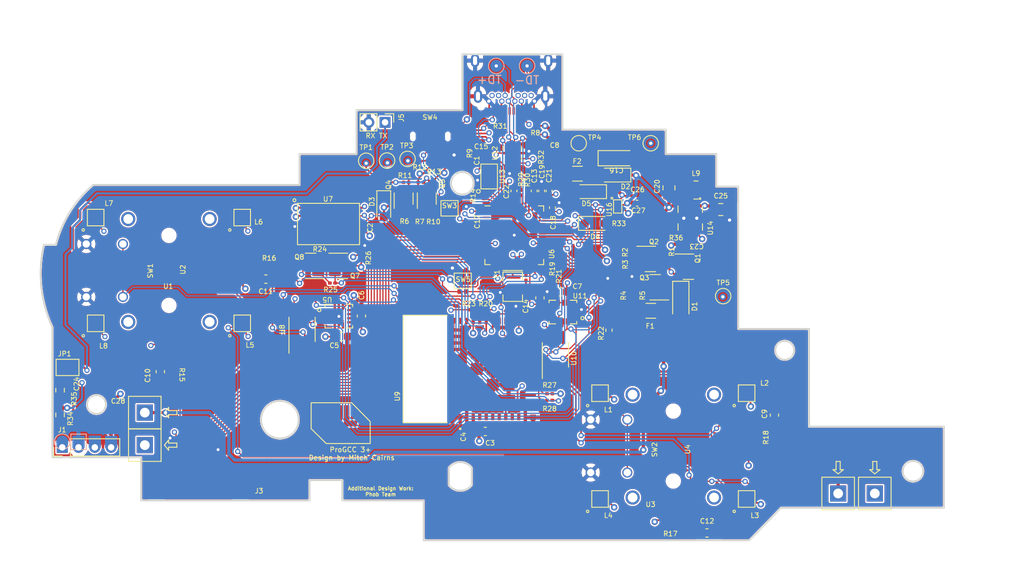
<source format=kicad_pcb>
(kicad_pcb (version 20221018) (generator pcbnew)
  (title_block (title "ProGCC V3+ Logic Board") (date "2023-04-15") (rev "1") (company "HHL"))
  (layers (0 "F.Cu" signal) (1 "In1.Cu" signal) (2 "In2.Cu" signal) (31 "B.Cu" signal) (34 "B.Paste" user) (35 "F.Paste" user) (36 "B.SilkS" user "B.Silkscreen") (37 "F.SilkS" user "F.Silkscreen") (38 "B.Mask" user) (39 "F.Mask" user) (44 "Edge.Cuts" user))
  (net 0 "")
  (net 1 "+3V3")
  (net 2 "GND")
  (net 3 "BUTTON_RGB")
  (net 4 "RUMBLE-")
  (net 5 "SHARED_PU")
  (net 6 "+3.3V_PRE")
  (net 7 "+1V1")
  (net 8 "XTAL_OUT")
  (net 9 "N_DATA")
  (net 10 "N_CLOCK")
  (net 11 "/CC1")
  (net 12 "D+")
  (net 15 "USB_EN")
  (net 16 "VBUS_SYS")
  (net 17 "Net-(D5-K)")
  (net 18 "BATTERY_POS")
  (net 19 "XTAL_IN")
  (net 20 "/SWCLK")
  (net 21 "/SWD")
  (net 22 "/RUN")
  (net 23 "Push_A")
  (net 24 "Scan_C")
  (net 25 "Push_B")
  (net 26 "Scan_D")
  (net 27 "Scan_B")
  (net 28 "Push_C")
  (net 29 "Push_D")
  (net 30 "Scan_A")
  (net 31 "NFC")
  (net 32 "D-")
  (net 33 "N_LATCH")
  (net 34 "/CC2")
  (net 35 "SL_RGB")
  (net 36 "Net-(L1-DOUT)")
  (net 37 "Net-(L2-DOUT)")
  (net 38 "N_LATCH_3.3")
  (net 39 "N_CLOCK_3.3")
  (net 40 "N_DATA_3.3")
  (net 41 "R_BRAKE")
  (net 42 "RUMBLE")
  (net 43 "RGB_OUT")
  (net 44 "LX")
  (net 45 "LY")
  (net 46 "RX")
  (net 47 "RY")
  (net 48 "Net-(L3-DOUT)")
  (net 49 "Net-(L5-DOUT)")
  (net 50 "LS_BUTTON")
  (net 51 "SPI_RX")
  (net 52 "Net-(L6-DOUT)")
  (net 53 "Net-(Q1-G)")
  (net 54 "Net-(Q2-G)")
  (net 55 "Net-(U1-VOUT)")
  (net 56 "Net-(U2-VOUT)")
  (net 57 "Net-(U3-VOUT)")
  (net 58 "Net-(U4-VOUT)")
  (net 59 "SR_RGB")
  (net 60 "Net-(U6-USB_DP)")
  (net 61 "Net-(U6-USB_DM)")
  (net 66 "MODE_BUTTON")
  (net 67 "BTN_PWR")
  (net 68 "UART0_TX")
  (net 69 "IMU0_CS")
  (net 70 "SPI_CK")
  (net 71 "SPI_TX")
  (net 72 "LADC_CS")
  (net 73 "RADC_CS")
  (net 74 "IMU1_CS")
  (net 79 "Net-(D4-A)")
  (net 80 "VBUS_PRE")
  (net 81 "BATTERY_TS_TIEDOWN")
  (net 82 "BATTERY_TS_SENSE")
  (net 83 "USB_SEL")
  (net 86 "ESP_RTS")
  (net 87 "ESP_EN")
  (net 88 "Net-(Q8-B)")
  (net 89 "ESP_DTR")
  (net 90 "ESP_IO0")
  (net 91 "USB_BOOT")
  (net 92 "Net-(U13-{slash}CS)")
  (net 93 "I2C_SCL")
  (net 94 "I2C_SDA")
  (net 95 "ESP_IO15")
  (net 96 "ESP_CTS")
  (net 97 "ESP_IO13")
  (net 98 "SIO3")
  (net 99 "SCLK")
  (net 100 "SIO0")
  (net 101 "SIO2")
  (net 102 "SIO1")
  (net 103 "UART_USB+")
  (net 104 "UART_USB-")
  (net 105 "ESP_RX0")
  (net 106 "ESP_TX0")
  (net 128 "RP_USB+")
  (net 129 "RP_USB-")
  (net 130 "unconnected-(U16-{slash}INT-PadA1)")
  (net 131 "Net-(R19-Pad1)")
  (net 132 "Net-(Q7-B)")
  (net 133 "Net-(Q3-G)")
  (net 134 "Net-(Q3-D)")
  (net 135 "Net-(L7-DOUT)")
  (net 136 "Net-(D2-A)")
  (net 137 "BAT_LVL")
  (net 138 "Net-(U14-EN)")
  (net 139 "Net-(U14-L1)")
  (net 140 "Net-(U14-L2)")
  (footprint "Capacitor_SMD:C_0201_0603Metric" (layer "F.Cu") (at 89.6 135.375 180)
    (fp_text reference "C28")
    (fp_text value "1u")
  )
  (footprint "Capacitor_SMD:C_0805_2012Metric" (layer "F.Cu") (at 164.15 110.95)
    (fp_text reference "C25")
    (fp_text value "10uF")
  )
  (footprint "progcc_v3:TS35CA" (layer "F.Cu") (at 128.483519 101.89)
    (fp_text reference "SW4")
    (fp_text value "TS35CA")
  )
  (footprint "progcc_v3:GH39F" (layer "F.Cu") (at 96.377 118.4326)
    (fp_text reference "U2")
    (fp_text value "GH39F (Hall SOT23)" hide)
  )
  (footprint "Resistor_SMD:R_0201_0603Metric" (layer "F.Cu") (at 153.1666 116.2438 90)
    (fp_text reference "R2")
    (fp_text value "100R")
  )
  (footprint "Resistor_SMD:R_0201_0603Metric" (layer "F.Cu") (at 139.6111 108.863094 -90)
    (fp_text reference "R29")
    (fp_text value "27")
  )
  (footprint "Diode_SMD:D_SOD-323_HandSoldering" (layer "F.Cu") (at 148.1 108.75 180)
    (fp_text reference "D5")
    (fp_text value "CUS08F30")
  )
  (footprint "hhl:SK6805-EC-15" (layer "F.Cu") (at 167.3202 133.522)
    (fp_text reference "L2")
    (fp_text value "SK6805-EC-15" hide)
  )
  (footprint "Diode_SMD:D_SOD-123" (layer "F.Cu") (at 159.2372 122.126 -90)
    (fp_text reference "D1")
    (fp_text value "M7C" hide)
  )
  (footprint "Capacitor_SMD:C_0603_1608Metric" (layer "F.Cu") (at 120.018689 124.033755 -90)
    (fp_text reference "C6")
    (fp_text value "100nF")
  )
  (footprint "Resistor_SMD:R_0201_0603Metric" (layer "F.Cu") (at 153.7254 121.5164 90)
    (fp_text reference "R4")
    (fp_text value "100R")
  )
  (footprint "Capacitor_SMD:C_0402_1005Metric" (layer "F.Cu") (at 153.8764 110.163 180)
    (fp_text reference "C27")
    (fp_text value "10uF")
  )
  (footprint "Resistor_SMD:R_0201_0603Metric" (layer "F.Cu") (at 170.739623 138.968477 90)
    (fp_text reference "R18")
    (fp_text value "1k")
  )
  (footprint "Package_SO:MSOP-8_3x3mm_P0.65mm" (layer "F.Cu") (at 112.7252 125.6792 90)
    (fp_text reference "U8")
    (fp_text value "MCP3002" hide)
  )
  (footprint "Capacitor_SMD:C_0603_1608Metric_Pad1.08x0.95mm_HandSolder" (layer "F.Cu") (at 95.317457 130.880391 -90)
    (fp_text reference "C10")
    (fp_text value ".047u" hide)
  )
  (footprint "Package_TO_SOT_SMD:SOT-363_SC-70-6" (layer "F.Cu") (at 125.1966 109.6061 90)
    (fp_text reference "Q4")
    (fp_text value "BSS138DW")
  )
  (footprint "Resistor_SMD:R_0402_1005Metric" (layer "F.Cu") (at 150.4188 125.7808 90)
    (fp_text reference "R22")
    (fp_text value "330" hide)
  )
  (footprint "Resistor_SMD:R_0201_0603Metric" (layer "F.Cu") (at 143.127 133.5836)
    (fp_text reference "R27")
    (fp_text value "0")
  )
  (footprint "Capacitor_SMD:C_0603_1608Metric_Pad1.08x0.95mm_HandSolder" (layer "F.Cu") (at 162.450004 150.698757 180)
    (fp_text reference "C12")
    (fp_text value ".047u" hide)
  )
  (footprint "hhl:SK6805-EC-15" (layer "F.Cu") (at 87.377 111.9326)
    (fp_text reference "L7")
    (fp_text value "SK6805-EC-15" hide)
  )
  (footprint "Resistor_SMD:R_0201_0603Metric" (layer "F.Cu") (at 127.3408 111.6127 180)
    (fp_text reference "R7")
    (fp_text value "1k")
  )
  (footprint "Package_TO_SOT_SMD:SOT-23" (layer "F.Cu") (at 156.0876 120.5004 180)
    (fp_text reference "Q3")
    (fp_text value "Q_NMOS_GSD" hide)
  )
  (footprint "Capacitor_SMD:C_0201_0603Metric" (layer "F.Cu") (at 134.9509 104.564294 90)
    (fp_text reference "C1")
    (fp_text value "100n")
  )
  (footprint "hhl:KS_8730" (layer "F.Cu") (at 183.062 145.84875 180)
    (fp_text reference "T1" hide)
    (fp_text value "36-8730" hide)
  )
  (footprint "Package_DFN_QFN:QFN-56-1EP_7x7mm_P0.4mm_EP3.2x3.2mm" (layer "F.Cu") (at 138.7857 114.108094)
    (fp_text reference "U6")
    (fp_text value "RP2040" hide)
  )
  (footprint "hhl:SK6805-EC-15" (layer "F.Cu") (at 105.377 124.9326)
    (fp_text reference "L5")
    (fp_text value "SK6805-EC-15" hide)
  )
  (footprint "TestPoint:TestPoint_Pad_D1.5mm" (layer "F.Cu") (at 146.7 102.8)
    (fp_text reference "TP4")
    (fp_text value "TestPoint")
  )
  (footprint "hhl:MODULE_ESP32-PICO-MINI-02" (layer "F.Cu") (at 136.1442 130.5488 90)
    (fp_text reference "U9")
    (fp_text value "ESP32-PICO-MINI-02")
  )
  (footprint "Capacitor_SMD:C_0402_1005Metric" (layer "F.Cu") (at 142.1511 108.657294 90)
    (fp_text reference "C19")
    (fp_text value "1u" hide)
  )
  (footprint "Resistor_SMD:R_0201_0603Metric" (layer "F.Cu") (at 125.5268 111.6127)
    (fp_text reference "R6")
    (fp_text value "1k")
  )
  (footprint "Diode_SMD:D_SOD-323_HandSoldering" (layer "F.Cu") (at 148.6916 112.649)
    (fp_text reference "D4")
    (fp_text value "CUS08F30" hide)
  )
  (footprint "Fuse:Fuse_1206_3216Metric_Pad1.42x1.75mm_HandSolder" (layer "F.Cu") (at 146.551838 106.54112 180)
    (fp_text reference "F2")
    (fp_text value "Fuse" hide)
  )
  (footprint "progcc_v3:KS_8730" (layer "F.Cu") (at 93.413992 139.9032 90)
    (fp_text reference "T3" hide)
    (fp_text value "36-8730" hide)
  )
  (footprint "Diode_SMD:D_SOD-323_HandSoldering" (layer "F.Cu") (at 151.08712 106.709987 180)
    (fp_text reference "D2")
    (fp_text value "CUS08F30" hide)
  )
  (footprint "Capacitor_SMD:C_0201_0603Metric" (layer "F.Cu") (at 134.2517 110.844294 90)
    (fp_text reference "C17")
    (fp_text value "100n")
  )
  (footprint "TestPoint:TestPoint_Pad_D1.5mm" (layer "F.Cu") (at 123.1646 104.9274)
    (fp_text reference "TP2")
    (fp_text value "TestPoint")
  )
  (footprint "Resistor_SMD:R_0201_0603Metric" (layer "F.Cu") (at 141.2748 103.4288 -90)
    (fp_text reference "R32")
    (fp_text value "10k")
  )
  (footprint "Resistor_SMD:R_0201_0603Metric" (layer "F.Cu") (at 125.5014 107.5995)
    (fp_text reference "R11")
    (fp_text value "1k")
  )
  (footprint "Resistor_SMD:R_0201_0603Metric" (layer "F.Cu") (at 143.127 134.3964 180)
    (fp_text reference "R28")
    (fp_text value "0")
  )
  (footprint "Resistor_SMD:R_0201_0603Metric" (layer "F.Cu") (at 152.9634 121.5164 -90)
    (fp_text reference "R5")
    (fp_text value "10k")
  )
  (footprint "Resistor_SMD:R_0201_0603Metric" (layer "F.Cu") (at 116.463023 119.981101)
    (fp_text reference "R25")
    (fp_text value "10k")
  )
  (footprint "hhl:VREG_V62_16624-01YE" (layer "F.Cu") (at 160.4 112 -90)
    (fp_text reference "U14")
    (fp_text value "TPS630001RCR")
  )
  (footprint "Capacitor_SMD:C_0603_1608Metric" (layer "F.Cu") (at 117.5391 126.547002 180)
    (fp_text reference "C5")
    (fp_text value "100nF")
  )
  (footprint "progcc_v3:GH39F" (layer "F.Cu") (at 158.3202 140.022 -90)
    (fp_text reference "U3")
    (fp_text value "GH39F (Hall SOT23)" hide)
  )
  (footprint "Fuse:Fuse_1206_3216Metric_Pad1.42x1.75mm_HandSolder" (layer "F.Cu") (at 155.5542 123.3932 180)
    (fp_text reference "F1")
    (fp_text value "Fuse" hide)
  )
  (footprint "Package_TO_SOT_SMD:SOT-23" (layer "F.Cu") (at 155.5034 117.0206)
    (fp_text reference "Q2")
    (fp_text value "Q_NMOS_GSD" hide)
  )
  (footprint "Resistor_SMD:R_0201_0603Metric" (layer "F.Cu") (at 140.3223 108.863094 -90)
    (fp_text reference "R30")
    (fp_text value "27")
  )
  (footprint "hhl:DSBGA" (layer "F.Cu") (at 151.4888 110.5694)
    (fp_text reference "U16")
    (fp_text value "BQ25180" hide)
  )
  (footprint "hhl:USON-8-EP(2x3)" (layer "F.Cu") (at 135.6995 106.881894 90)
    (fp_text reference "U13")
    (fp_text value "GD25Q80EEIGR")
  )
  (footprint "Capacitor_SMD:C_0603_1608Metric_Pad1.08x0.95mm_HandSolder" (layer "F.Cu") (at 108.281309 119.497056)
    (fp_text reference "C11")
    (fp_text value ".047u" hide)
  )
  (footprint "Capacitor_SMD:C_0201_0603Metric" (layer "F.Cu") (at 142.3924 103.0732)
    (fp_text reference "C8")
    (fp_text value "1u")
  )
  (footprint "Capacitor_Tantalum_SMD:CP_EIA-3216-18_Kemet-A" (layer "F.Cu") (at 151.394334 104.63454)
    (fp_text reference "C16")
    (fp_text value "47uF 6.3v")
  )
  (footprint "hhl:SK6805-EC-15" (layer "F.Cu") (at 149.3202 146.522)
    (fp_text reference "L4")
    (fp_text value "SK6805-EC-15" hide)
  )
  (footprint "Package_TO_SOT_SMD:SOT-23" (layer "F.Cu") (at 117.682223 117.872901)
    (fp_text reference "Q7")
    (fp_text value "MMBT3904")
  )
  (footprint "Jumper:SolderJumper-2_P1.3mm_Open_Pad1.0x1.5mm" (layer "F.Cu") (at 83.9216 130.3528)
    (fp_text reference "JP1")
    (fp_text value "SolderJumper_2_Open")
  )
  (footprint "Capacitor_SMD:C_0603_1608Metric" (layer "F.Cu") (at 141.938323 121.813129 -90)
    (fp_text reference "C14")
    (fp_text value "100nF")
  )
  (footprint "Connector_PinHeader_2.00mm:PinHeader_1x04_P2.00mm_Vertical" (layer "F.Cu") (at 83.2744 140.1826 90)
    (fp_text reference "J1")
    (fp_text value "Conn_01x04_Pin" hide)
  )
  (footprint "Resistor_SMD:R_0201_0603Metric" (layer "F.Cu") (at 137.0584 101.7524)
    (fp_text reference "R31")
    (fp_text value "10k")
  )
  (footprint "Resistor_SMD:R_0201_0603Metric" (layer "F.Cu") (at 134.9756 109.244094 90)
    (fp_text reference "R14")
    (fp_text value "1k")
  )
  (footprint "Resistor_SMD:R_0201_0603Metric" (layer "F.Cu") (at 116.452423 115.764701)
    (fp_text reference "R24")
    (fp_text value "10k")
  )
  (footprint "Crystal:Resonator_SMD_Murata_CSTxExxV-3Pin_3.0x1.1mm" (layer "F.Cu") (at 138.5951 120.436494 -90)
    (fp_text reference "Y1")
    (fp_text value "Crystal_GND3")
  )
  (footprint "Capacitor_SMD:C_0402_1005Metric" (layer "F.Cu") (at 143.4719 110.717294 90)
    (fp_text reference "C18")
    (fp_text value "100n" hide)
  )
  (footprint "hhl:SK6805-EC-15" (layer "F.Cu") (at 105.377 111.9326)
    (fp_text reference "L6")
    (fp_text value "SK6805-EC-15" hide)
  )
  (footprint "Capacitor_SMD:C_0201_0603Metric" (layer "F.Cu") (at 136.3218 103.505 180)
    (fp_text reference "C15")
    (fp_text value "100n")
  )
  (footprint "Capacitor_SMD:C_0603_1608Metric" (layer "F.Cu") (at 135.2296 138.2268)
    (fp_text reference "C3")
    (fp_text value "10uF/10V (20%)")
  )
  (footprint "Capacitor_SMD:C_0603_1608Metric_Pad1.08x0.95mm_HandSolder" (layer "F.Cu") (at 170.738456 136.214581 -90)
    (fp_text reference "C9")
    (fp_text value ".047u" hide)
  )
  (footprint "Capacitor_SMD:C_0201_0603Metric" (layer "F.Cu") (at 84.1756 132.6494 -90)
    (fp_text reference "C24")
    (fp_text value "100n")
  )
  (footprint "hhl:SK6805-EC-15" (layer "F.Cu") (at 167.3202 146.522)
    (fp_text reference "L3")
    (fp_text value "SK6805-EC-15" hide)
  )
  (footprint "Package_TO_SOT_SMD:SOT-363_SC-70-6" (layer "F.Cu") (at 128.0414 109.6061 90)
    (fp_text reference "Q5")
    (fp_text value "BSS138DW")
  )
  (footprint "hhl:ESSOP-10" (layer "F.Cu") (at 115.977302 112.726102)
    (fp_text reference "U7")
    (fp_text value "CH340K" hide)
  )
  (footprint "Resistor_SMD:R_0201_0603Metric" (layer "F.Cu") (at 159.645629 150.847756)
    (fp_text reference "R17")
    (fp_text value "1k")
  )
  (footprint "progcc_v3:GL18" (layer "F.Cu") (at 158.3202 140.022)
    (fp_text reference "SW2")
    (fp_text value "GL18_SW" hide)
  )
  (footprint "Package_TO_SOT_SMD:SOT-23" (layer "F.Cu") (at 113.770623 117.872901 180)
    (fp_text reference "Q8")
    (fp_text value "MMBT3904")
  )
  (footprint "progcc_v3:HHL_Logo" (layer "F.Cu") (at 116.7892 137.6426)
    (fp_text reference "REF**" hide)
    (fp_text value "HHL_Logo")
  )
  (footprint "Resistor_SMD:R_0201_0603Metric" (layer "F.Cu") (at 133.5532 123.2662 180)
    (fp_text reference "R23")
    (fp_text value "1k")
  )
  (footprint "hhl:1TS026A-1000-0550" (layer "F.Cu") (at 130.8354 110.7948 180)
    (fp_text reference "SW3")
    (fp_text value "1TS026A-1000-0550")
  )
  (footprint "progcc_v3:GH39F" (layer "F.Cu") (at 96.377 118.4326 -90)
    (fp_text reference "U1")
    (fp_text value "GH39F (Hall SOT23)" hide)
  )
  (footprint "Resistor_SMD:R_0201_0603Metric" (layer "F.Cu") (at 108.685401 117.977059)
    (fp_text reference "R16")
    (fp_text value "1k")
  )
  (footprint "Capacitor_SMD:C_0603_1608Metric" (layer "F.Cu") (at 144.453194 121.0608)
    (fp_text reference "C7")
    (fp_text value "100nF")
  )
  (footprint "Capacitor_SMD:C_0402_1005Metric" (layer "F.Cu") (at 143.0655 108.657294 -90)
    (fp_text reference "C21")
    (fp_text value "100n" hide)
  )
  (footprint "Capacitor_SMD:C_0201_0603Metric" (layer "F.Cu") (at 153.6732 109.274)
    (fp_text reference "C26")
    (fp_text value "1u")
  )
  (footprint "Resistor_SMD:R_0201_0603Metric" (layer "F.Cu") (at 140.7033 120.801094 90)
    (fp_text reference "R21")
    (fp_text value "10k")
  )
  (footprint "Capacitor_SMD:C_0201_0603Metric" (layer "F.Cu") (at 120.225902 114.056302 -90)
    (fp_text reference "C2")
    (fp_text value "100n")
  )
  (footprint "Capacitor_SMD:C_0402_1005Metric" (layer "F.Cu") (at 138.7475 108.659894 -90)
    (fp_text reference "C22")
    (fp_text value "100n" hide)
  )
  (footprint "Connector_PinHeader_2.00mm:PinHeader_1x02_P2.00mm_Vertical" (layer "F.Cu") (at 122.92 100.2284 -90)
    (fp_text reference "J5")
    (fp_text value "Conn_01x02_Pin" hide)
  )
  (footprint "TestPoint:TestPoint_Pad_D1.5mm" (layer "F.Cu") (at 120.5992 104.9528)
    (fp_text reference "TP1")
    (fp_text value "TestPoint")
  )
  (footprint "Capacitor_SMD:C_0402_1005Metric" (layer "F.Cu") (at 141.2367 108.659894 -90)
    (fp_text reference "C13")
    (fp_text value "100n" hide)
  )
  (footprint "progcc_v3:molex_5051101492_14P" (layer "F.Cu") (at 99.991205 145.167846)
    (fp_text reference "J3")
    (fp_text value "To Button Board")
  )
  (footprint "Package_TO_SOT_SMD:SOT-23" (layer "F.Cu") (at 160.1747 117.9756)
    (fp_text reference "Q1")
    (fp_text value "Q_PMOS_GDS" hide)
  )
  (footprint "TestPoint:TestPoint_Pad_D1.5mm" (layer "F.Cu") (at 155.5452 102.7994)
    (fp_text reference "TP6")
    (fp_text value "TestPoint")
  )
  (footprint "TestPoint:TestPoint_Pad_D1.5mm" (layer "F.Cu") (at 125.6792 104.7242)
    (fp_text reference "TP3")
    (fp_text value "TestPoint")
  )
  (footprint "Resistor_SMD:R_0603_1608Metric" (layer "F.Cu") (at 83.0072 133.1468 -90)
    (fp_text reference "R35")
    (fp_text value "75k")
  )
  (footprint "Resistor_SMD:R_0201_0603Metric" (layer "F.Cu") (at 127.3048 107.5995 180)
    (fp_text reference "R12")
    (fp_text value "1k")
  )
  (footprint "progcc_v3:Shou Han Type-C 24P QCHT" (layer "F.Cu") (at 138.46 90.775 180)
    (fp_text reference "J9" hide)
    (fp_text value "USB_C_Receptacle" hide)
  )
  (footprint "Package_DFN_QFN:Texas_UQFN-10_1.5x2mm_P0.5mm" (layer "F.Cu") (at 138.557 104.013 90)
    (fp_text reference "U12")
    (fp_text value "PI3USB4000A" hide)
  )
  (footprint "Package_SO:MSOP-8_3x3mm_P0.65mm" (layer "F.Cu") (at 143.8402 128.8034 90)
    (fp_text reference "U10")
    (fp_text value "MCP3002" hide)
  )
  (footprint "hhl:1TS026A-1000-0550" (layer "F.Cu") (at 132.461 119.7102)
    (fp_text reference "SW5")
    (fp_text value "1TS026A-1000-0550")
  )
  (footprint "Resistor_SMD:R_0201_0603Metric" (layer "F.Cu") (at 128.7526 107.5995)
    (fp_text reference "R13")
    (fp_text value "1k")
  )
  (footprint "Resistor_SMD:R_0201_0603Metric" (layer "F.Cu") (at 140.2207 119.344294 90)
    (fp_text reference "R19")
    (fp_text value "1k")
  )
  (footprint "Resistor_SMD:R_0201_0603Metric" (layer "F.Cu") (at 96.933652 131.252363 -90)
    (fp_text reference "R15")
    (fp_text value "1k")
  )
  (footprint "Capacitor_SMD:C_0201_0603Metric" (layer "F.Cu") (at 133.2484 138.2014 90)
    (fp_text reference "C4")
    (fp_text value "100n")
  )
  (footprint "hhl:SK6805-EC-15" (layer "F.Cu") (at 87.377 124.9326)
    (fp_text reference "L8")
    (fp_text value "SK6805-EC-15" hide)
  )
  (footprint "hhl:LGA14" (layer "F.Cu") (at 144.7618 123.5456)
    (fp_text reference "U11")
    (fp_text value "ST_LSM6" hide)
  )
  (footprint "Resistor_SMD:R_0201_0603Metric" (layer "F.Cu") (at 128.7632 111.6127)
    (fp_text reference "R10")
    (fp_text value "1k")
  )
  (footprint "Resistor_SMD:R_0201_0603Metric" (layer "F.Cu") (at 151.4634 111.8648)
    (fp_text reference "R33")
    (fp_text value "10k")
  )
  (footprint "Resistor_SMD:R_0201_0603Metric" (layer "F.Cu") (at 157.8402 117.3508 -90)
    (fp_text reference "R1")
    (fp_text value "10k")
  )
  (footprint "hhl:LGA14" (layer "F.Cu") (at 117.2392 124.0536 180)
    (fp_text reference "U5")
    (fp_text value "ST_LSM6" hide)
  )
  (footprint "Inductor_SMD:L_1008_2520Metric" (layer "F.Cu") (at 161.1 108.55)
    (fp_text reference "L9")
    (fp_text value "1.3A 2.2uH ±20% 80mΩ")
  )
  (footprint "Resistor_SMD:R_0201_0603Metric" (layer "F.Cu") (at 132.2578 104.0384 -90)
    (fp_text reference "R9")
    (fp_text value "5.1k")
  )
  (footprint "progcc_v3:GL18" (layer "F.Cu") (at 96.377 118.4326)
    (fp_text reference "SW1")
    (fp_text value "GL18_SW" hide)
  )
  (footprint "Capacitor_SMD:C_0201_0603Metric" (layer "F.Cu") (at 160.218077 114.40295 180)
    (fp_text reference "C23")
    (fp_text value "100n")
  )
  (footprint "Diode_SMD:D_SOD-323_HandSoldering" (layer "F.Cu") (at 122.7582 110.6424 -90)
    (fp_text reference "D3")
    (fp_text value "CUS08F30")
  )
  (footprint "progcc_v3:GH39F" (layer "F.Cu") (at 158.3202 140.022)
    (fp_text reference "U4")
    (fp_text value "GH39F (Hall SOT23)" hide)
  )
  (footprint "Resistor_SMD:R_0603_1608Metric" (layer "F.Cu") (at 83.0072 136.1826 90)
    (fp_text reference "R34")
    (fp_text value "75k")
  )
  (footprint "Resistor_SMD:R_0201_0603Metric" (layer "F.Cu") (at 159.578348 115.214226)
    (fp_text reference "R36")
    (fp_text value "100")
  )
  (footprint "hhl:SK6805-EC-15" (layer "F.Cu") (at 149.3202 133.522)
    (fp_text reference "L1")
    (fp_text value "SK6805-EC-15" hide)
  )
  (footprint "Resistor_SMD:R_0201_0603Metric" (layer "F.Cu") (at 153.1666 117.717 90)
    (fp_text reference "R3")
    (fp_text value "10k")
  )
  (footprint "progcc_v3:KS_8730" (layer "F.Cu") (at 93.413992 135.909304 90)
    (fp_text reference "T2" hide)
    (fp_text value "36-8730" hide)
  )
  (footprint "progcc_v3:KS_8730" (layer "F.Cu") (at 178.562 145.84875 180)
    (fp_text reference "T4" hide)
    (fp_text value "36-8730" hide)
  )
  (footprint "Capacitor_SMD:C_0805_2012Metric" (layer "F.Cu") (at 157.782026 108.27467 -90)
    (fp_text reference "C20")
    (fp_text value "10uF")
  )
  (footprint "TestPoint:TestPoint_Pad_D1.5mm" (layer "F.Cu") (at 164.4396 121.5898)
    (fp_text reference "TP5")
    (fp_text value "TestPoint")
  )
  (footprint "Resistor_SMD:R_0201_0603Metric" (layer "F.Cu") (at 141.3764 102.3112)
    (fp_text reference "R8")
    (fp_text value "5.1k")
  )
  (footprint "Resistor_SMD:R_0201_0603Metric" (layer "F.Cu") (at 120.019023 116.882301 -90)
    (fp_text reference "R26")
    (fp_text value "10k")
  )
  (footprint "Resistor_SMD:R_0201_0603Metric" (layer "F.Cu") (at 135.0264 123.2662 180)
    (fp_text reference "R20")
    (fp_text value "1k")
  )
  (footprint "TestPoint:TestPoint_Pad_D1.5mm" (layer "B.Cu") (at 136.5758 93.2942 180)
    (fp_text reference "TP12" hide)
    (fp_text value "TD+")
  )
  (footprint "TestPoint:TestPoint_Pad_D1.5mm" (layer "B.Cu") (at 140.3604 93.2942 180)
    (fp_text reference "TP10" hide)
    (fp_text value "TD-")
  )
  (footprint "" (layer "B.Cu") (at 89.275 139.5 180)
    (fp_text reference "")
    (fp_text value "")
  )
  (footprint "" (layer "B.Cu") (at 87.275 139.475 180)
    (fp_text reference "")
    (fp_text value "")
  )
  (footprint "TestPoint:TestPoint_Pad_1.5x1.5mm" (layer "B.Cu") (at 85.275 139.5 180)
    (fp_text reference "REF**" hide)
    (fp_text value "TestPoint_Pad_1.5x1.5mm" hide)
  )
  (footprint "TestPoint:TestPoint_Pad_D1.5mm" (layer "B.Cu") (at 83.275 139.475 180)
    (fp_text reference "REF**" hide)
    (fp_text value "TestPoint_Pad_D1.5mm" hide)
  )
  (gr_line (start 163.606225 108.114358) (end 166.306225 108.114358) (stroke (width 0.2)) (layer "Edge.Cuts"))
  (gr_line (start 171.556225 147.614357) (end 167.656225 151.614357) (stroke (width 0.2)) (layer "Edge.Cuts"))
  (gr_line (start 127.656226 151.614357) (end 127.656226 146.714357) (stroke (width 0.2)) (layer "Edge.Cuts"))
  (gr_circle (center 132.406226 107.714358) (end 132.406226 109.089358) (stroke (width 0.2)) (fill none) (layer "Edge.Cuts"))
  (gr_line (start 191.556225 137.614357) (end 191.556225 147.614357) (stroke (width 0.2)) (layer "Edge.Cuts"))
  (gr_arc (start 130.756226 142.7) (mid 132.156226 142) (end 133.556226 142.7) (stroke (width 0.2)) (layer "Edge.Cuts"))
  (gr_line (start 166.306225 125.614358) (end 175.006225 125.614358) (stroke (width 0.2)) (layer "Edge.Cuts"))
  (gr_line (start 163.606225 104.114358) (end 163.606225 108.114358) (stroke (width 0.2)) (layer "Edge.Cuts"))
  (gr_line (start 132.406226 98.714358) (end 132.406226 91.864358) (stroke (width 0.2)) (layer "Edge.Cuts"))
  (gr_line (start 117.656226 144.214357) (end 113.656226 144.214357) (stroke (width 0.2)) (layer "Edge.Cuts"))
  (gr_line (start 92.956226 141.414357) (end 82.056226 141.414357) (stroke (width 0.2)) (layer "Edge.Cuts"))
  (gr_line (start 175.006225 125.614358) (end 175.006225 137.614357) (stroke (width 0.2)) (layer "Edge.Cuts"))
  (gr_line (start 127.656226 146.714357) (end 117.656226 146.714357) (stroke (width 0.2)) (layer "Edge.Cuts"))
  (gr_line (start 87.056226 107.914358) (end 112.406226 107.914358) (stroke (width 0.2)) (layer "Edge.Cuts"))
  (gr_circle (center 187.75 143.11) (end 189 143.11) (stroke (width 0.2)) (fill none) (layer "Edge.Cuts"))
  (gr_line (start 144.706225 91.864358) (end 144.706225 101.114358) (stroke (width 0.2)) (layer "Edge.Cuts"))
  (gr_line (start 92.956226 146.714357) (end 92.956226 141.414357) (stroke (width 0.2)) (layer "Edge.Cuts"))
  (gr_line (start 119.406226 98.714358) (end 132.406226 98.714358) (stroke (width 0.2)) (layer "Edge.Cuts"))
  (gr_line (start 157.406225 101.114358) (end 157.406225 104.114358) (stroke (width 0.2)) (layer "Edge.Cuts"))
  (gr_line (start 113.656226 146.714357) (end 92.956226 146.714357) (stroke (width 0.2)) (layer "Edge.Cuts"))
  (gr_line (start 167.656225 151.614357) (end 127.656226 151.614357) (stroke (width 0.2)) (layer "Edge.Cuts"))
  (gr_line (start 81.016754 115.258145) (end 82.492713 115.258145) (stroke (width 0.2)) (layer "Edge.Cuts"))
  (gr_line (start 82.056226 141.414357) (end 82.056226 125.414358) (stroke (width 0.2)) (layer "Edge.Cuts"))
  (gr_line (start 157.406225 104.114358) (end 163.606225 104.114358) (stroke (width 0.2)) (layer "Edge.Cuts"))
  (gr_circle (center 87.475 134.914358) (end 87.475 136.064358) (stroke (width 0.2)) (fill none) (layer "Edge.Cuts"))
  (gr_line (start 112.406226 104.114358) (end 119.406226 104.114358) (stroke (width 0.2)) (layer "Edge.Cuts"))
  (gr_line (start 117.656226 146.714357) (end 117.656226 144.214357) (stroke (width 0.2)) (layer "Edge.Cuts"))
  (gr_circle (center 110 136.775) (end 110 139.075) (stroke (width 0.2)) (fill none) (layer "Edge.Cuts"))
  (gr_line (start 112.406226 107.914358) (end 112.406226 104.114358) (stroke (width 0.2)) (layer "Edge.Cuts"))
  (gr_line (start 132.406226 91.864358) (end 144.706225 91.864358) (stroke (width 0.2)) (layer "Edge.Cuts"))
  (gr_line (start 113.656226 144.214357) (end 113.656226 146.714357) (stroke (width 0.2)) (layer "Edge.Cuts"))
  (gr_line (start 175.006225 137.614357) (end 191.556225 137.614357) (stroke (width 0.2)) (layer "Edge.Cuts"))
  (gr_line (start 191.556225 147.614357) (end 171.556225 147.614357) (stroke (width 0.2)) (layer "Edge.Cuts"))
  (gr_line (start 119.406226 104.114358) (end 119.406226 98.714358) (stroke (width 0.2)) (layer "Edge.Cuts"))
  (gr_arc (start 82.056226 125.414358) (mid 80.693295 120.422551) (end 81.016754 115.258145) (stroke (width 0.2)) (layer "Edge.Cuts"))
  (gr_arc (start 82.492713 115.258144) (mid 84.208662 111.234652) (end 87.056226 107.914358) (stroke (width 0.2)) (layer "Edge.Cuts"))
  (gr_circle (center 172 128.25) (end 172 129.4) (stroke (width 0.2)) (fill none) (layer "Edge.Cuts"))
  (gr_line (start 166.306225 108.114358) (end 166.306225 125.614358) (stroke (width 0.2)) (layer "Edge.Cuts"))
  (gr_arc (start 133.556226 144.8) (mid 132.156226 145.5) (end 130.756226 144.8) (stroke (width 0.2)) (layer "Edge.Cuts"))
  (gr_line (start 144.706225 101.114358) (end 157.406225 101.114358) (stroke (width 0.2)) (layer "Edge.Cuts"))
  (gr_line (start 130.756226 144.8) (end 130.756226 142.7) (stroke (width 0.2)) (layer "Edge.Cuts"))
  (gr_line (start 133.556226 142.7) (end 133.556226 144.8) (stroke (width 0.2)) (layer "Edge.Cuts"))
  (gr_text "RX TX" (at 121.8692 101.8794) (layer "F.SilkS") (effects (font (size 0.6 0.6) (thickness 0.1))))
  (gr_text "Additional Design Work:\nPhob Team\n" (at 122.3772 145.5928) (layer "F.SilkS") (effects (font (size 0.45 0.45) (thickness 0.1))))
  (gr_text "ProGCC 3+" (at 118.6688 140.462) (layer "F.SilkS") (effects (font (size 0.6 0.6) (thickness 0.1))))
  (gr_text "Design by Mitch Cairns" (at 118.8212 141.4526) (layer "F.SilkS") (effects (font (size 0.6 0.6) (thickness 0.1))))
  (segment (start 126.583519 100.84) (end 130.383519 100.84) (width 0.25) (layer "F.Cu") (net 0))
  (segment (start 124.1755 109.6061) (end 125.1966 109.6061) (width 0.25) (layer "F.Cu") (net 1))
  (segment (start 149.7952 146.997) (end 150.5022 146.997) (width 0.2) (layer "F.Cu") (net 1))
  (segment (start 120.018689 124.808755) (end 120.018689 125.809889) (width 0.2) (layer "F.Cu") (net 1))
  (segment (start 105.852 113.3704) (end 106.0704 113.5888) (width 0.15) (layer "F.Cu") (net 1))
  (segment (start 167.7952 133.997) (end 167.7952 135.1054) (width 0.2) (layer "F.Cu") (net 1))
  (segment (start 145.228194 120.049406) (end 145.3134 119.9642) (width 0.2) (layer "F.Cu") (net 1))
  (segment (start 119.218503 116.562301) (end 119.006702 116.774102) (width 0.15) (layer "F.Cu") (net 1))
  (segment (start 128.0414 110.5561) (end 128.0414 111.2109) (width 0.25) (layer "F.Cu") (net 1))
  (segment (start 127.8128 109.6061) (end 128.0414 109.3775) (width 0.25) (layer "F.Cu") (net 1))
  (segment (start 134.9509 104.884294) (end 134.9509 105.680494) (width 0.2) (layer "F.Cu") (net 1))
  (segment (start 138.7475 109.139894) (end 138.9857 109.378094) (width 0.2) (layer "F.Cu") (net 1))
  (segment (start 162.3 110.502417) (end 161.487325 110.502417) (width 0.4) (layer "F.Cu") (net 1))
  (segment (start 133.2484 137.8814) (end 133.3906 137.8814) (width 0.4) (layer "F.Cu") (net 1))
  (segment (start 120.019023 116.562301) (end 119.218503 116.562301) (width 0.15) (layer "F.Cu") (net 1))
  (segment (start 133.7442 137.5164) (end 133.7499 137.5221) (width 0.4) (layer "F.Cu") (net 1))
  (segment (start 87.852 125.9012) (end 88.519 126.5682) (width 0.15) (layer "F.Cu") (net 1))
  (segment (start 142.1511 109.137294) (end 143.0655 109.137294) (width 0.2) (layer "F.Cu") (net 1))
  (segment (start 97.241205 138.490805) (end 97.0534 138.303) (width 0.15) (layer "F.Cu") (net 1))
  (segment (start 156.2368 149.122) (end 157.3702 149.122) (width 0.2) (layer "F.Cu") (net 1))
  (segment (start 128.0414 111.2109) (end 128.4432 111.6127) (width 0.25) (layer "F.Cu") (net 1))
  (segment (start 133.7499 137.5221) (end 134.4546 138.2268) (width 0.4) (layer "F.Cu") (net 1))
  (segment (start 142.2232 111.508094) (end 142.7319 111.508094) (width 0.15) (layer "F.Cu") (net 1))
  (segment (start 128.0414 109.3775) (end 128.0414 108.6561) (width 0.25) (layer "F.Cu") (net 1))
  (segment (start 87.852 125.4076) (end 87.852 125.9012) (width 0.15) (layer "F.Cu") (net 1))
  (segment (start 140.926929 122.588129) (end 141.938323 122.588129) (width 0.15) (layer "F.Cu") (net 1))
  (segment (start 142.2232 115.108094) (end 141.168494 115.108094) (width 0.2) (layer "F.Cu") (net 1))
  (segment (start 143.0427 111.197294) (end 143.4719 111.197294) (width 0.15) (layer "F.Cu") (net 1))
  (segment (start 116.7392 125.2016) (end 116.7392 126.522102) (width 0.2) (layer "F.Cu") (net 1))
  (segment (start 135.3482 115.108094) (end 136.444094 115.108094) (width 0.15) (layer "F.Cu") (net 1))
  (segment (start 145.2618 122.3976) (end 145.2618 121.094406) (width 0.2) (layer "F.Cu") (net 1))
  (segment (start 162.752417 110.502417) (end 162.3 110.502417) (width 0.4) (layer "F.Cu") (net 1))
  (segment (start 135.3464 123.2662) (end 136.1694 123.2662) (width 0.15) (layer "F.Cu") (net 1))
  (segment (start 87.852 113.0742) (end 88.392 113.6142) (width 0.15) (layer "F.Cu") (net 1))
  (segment (start 139.3857 110.670594) (end 139.3857 110.075894) (width 0.2) (layer "F.Cu") (net 1))
  (segment (start 141.168494 115.108094) (end 141.1224 115.062) (width 0.2) (layer "F.Cu") (net 1))
  (segment (start 118.727302 110.726102) (end 120.236098 110.726102) (width 0.25) (layer "F.Cu") (net 1))
  (segment (start 105.477 120.3868) (end 105.7656 120.6754) (width 0.2) (layer "F.Cu") (net 1))
  (segment (start 134.4546 139.3568) (end 134.493 139.3952) (width 0.4) (layer "F.Cu") (net 1))
  (segment (start 143.3638 122.7956) (end 142.145794 122.7956) (width 0.25) (layer "F.Cu") (net 1))
  (segment (start 167.7952 135.1054) (end 167.8432 135.1534) (width 0.2) (layer "F.Cu") (net 1))
  (segment (start 133.7442 136.4488) (end 133.7442 137.5164) (width 0.4) (layer "F.Cu") (net 1))
  (segment (start 123.0884 110.6932) (end 124.1755 109.6061) (width 0.25) (layer "F.Cu") (net 1))
  (segment (start 141.8717 109.752094) (end 142.1511 109.472694) (width 0.2) (layer "F.Cu") (net 1))
  (segment (start 143.0655 109.137294) (end 143.0655 109.523494) (width 0.2) (layer "F.Cu") (net 1))
  (segment (start 120.225902 113.736302) (end 118.737502 113.736302) (width 0.15) (layer "F.Cu") (net 1))
  (segment (start 105.852 112.4076) (end 105.852 113.3704) (width 0.15) (layer "F.Cu") (net 1))
  (segment (start 140.9857 110.670594) (end 140.9857 110.206294) (width 0.2) (layer "F.Cu") (net 1))
  (segment (start 127.8128 109.6061) (end 128.0414 109.8347) (width 0.25) (layer "F.Cu") (net 1))
  (segment (start 120.018689 125.809889) (end 120.1928 125.984) (width 0.2) (layer "F.Cu") (net 1))
  (segment (start 167.5638 141.1156) (end 167.5638 142.4178) (width 0.2) (layer "F.Cu") (net 1))
  (segment (start 145.2618 121.094406) (end 145.228194 121.0608) (width 0.2) (layer "F.Cu") (net 1))
  (segment (start 142.8652 126.6909) (end 142.8652 125.4662) (width 0.15) (layer "F.Cu") (net 1))
  (segment (start 143.0655 109.523494) (end 142.8369 109.752094) (width 0.2) (layer "F.Cu") (net 1))
  (segment (start 135.3482 111.508094) (end 134.9409 111.508094) (width 0.15) (layer "F.Cu") (net 1))
  (segment (start 95.427 127.5326) (end 94.2856 127.5326) (width 0.2) (layer "F.Cu") (net 1))
  (segment (start 150.761 133.997) (end 151.0538 134.2898) (width 0.2) (layer "F.Cu") (net 1))
  (segment (start 167.4202 140.972) (end 167.5638 141.1156) (width 0.2) (layer "F.Cu") (net 1))
  (segment (start 162.199722 110.502417) (end 162.175896 110.478591) (width 0.4) (layer "F.Cu") (net 1))
  (segment (start 118.737502 113.736302) (end 118.727302 113.726102) (width 0.15) (layer "F.Cu") (net 1))
  (segment (start 141.3857 110.670594) (end 141.3857 109.806294) (width 0.2) (layer "F.Cu") (net 1))
  (segment (start 137.9675 107.693212) (end 138.20869 107.452022) (width 0.2) (layer "F.Cu") (net 1))
  (segment (start 144.293494 111.197294) (end 144.2974 111.2012) (width 0.15) (layer "F.Cu") (net 1))
  (segment (start 138.9857 109.675894) (end 138.9857 110.670594) (width 0.2) (layer "F.Cu") (net 1))
  (segment (start 125.1966 111.6025) (end 125.2068 111.6127) (width 0.25) (layer "F.Cu") (net 1))
  (segment (start 149.7952 133.997) (end 150.761 133.997) (width 0.2) (layer "F.Cu") (net 1))
  (segment (start 161.4 113.4) (end 161.4 114.098241) (width 0.2) (layer "F.Cu") (net 1))
  (segment (start 111.7502 122.0314) (end 111.8616 121.92) (width 0.15) (layer "F.Cu") (net 1))
  (segment (start 136.757487 104.013) (end 136.555272 104.215215) (width 0.15) (layer "F.Cu") (net 1))
  (segment (start 121.031 114.173) (end 120.594302 113.736302) (width 0.15) (layer "F.Cu") (net 1))
  (segment (start 105.852 126.299) (end 106.0958 126.5428) (width 0.15) (layer "F.Cu") (net 1))
  (segment (start 167.7952 146.997) (end 168.8918 146.997) (width 0.2) (layer "F.Cu") (net 1))
  (segment (start 136.444094 115.108094) (end 136.4488 115.1128) (width 0.15) (layer "F.Cu") (net 1))
  (segment (start 138.7475 109.139894) (end 138.4401 109.139894) (width 0.2) (layer "F.Cu") (net 1))
  (segment (start 136.6418 103.505) (end 136.6418 104.128687) (width 0.15) (layer "F.Cu") (net 1))
  (segment (start 125.1966 108.6561) (end 125.1966 109.6061) (width 0.25) (layer "F.Cu") (net 1))
  (segment (start 133.567094 111.164294) (end 133.5532 111.1504) (width 0.15) (layer "F.Cu") (net 1))
  (segment (start 120.013534 124.8036) (end 120.018689 124.808755) (width 0.2) (layer "F.Cu") (net 1))
  (segment (start 142.8652 125.4662) (end 142.494 125.095) (width 0.15) (layer "F.Cu") (net 1))
  (segment (start 128.0414 111.2321) (end 127.6608 111.6127) (width 0.25) (layer "F.Cu") (net 1))
  (segment (start 116.7641 126.547002) (end 116.742902 126.5682) (width 0.2) (layer "F.Cu") (net 1))
  (segment (start 142.8369 109.752094) (end 141.8717 109.752094) (width 0.2) (layer "F.Cu") (net 1))
  (segment (start 150.5022 146.997) (end 151.0538 147.5486) (width 0.2) (layer "F.Cu") (net 1))
  (segment (start 105.852 125.4076) (end 105.852 126.299) (width 0.15) (layer "F.Cu") (net 1))
  (segment (start 116.742902 126.5682) (end 115.5954 126.5682) (width 0.2) (layer "F.Cu") (net 1))
  (segment (start 162.3 110.502417) (end 162.199722 110.502417) (width 0.4) (layer "F.Cu") (net 1))
  (segment (start 140.7033 121.121094) (end 140.7033 122.3645) (width 0.15) (layer "F.Cu") (net 1))
  (segment (start 138.4401 109.139894) (end 137.9675 108.667294) (width 0.2) (layer "F.Cu") (net 1))
  (segment (start 145.228194 121.0608) (end 145.228194 120.049406) (width 0.2) (layer "F.Cu") (net 1))
  (segment (start 134.2136 106.2228) (end 134.754506 105.681894) (width 0.2) (layer "F.Cu") (net 1))
  (segment (start 122.7836 110.6932) (end 122.7836 111.867) (width 0.25) (layer "F.Cu") (net 1))
  (segment (start 134.5971 111.164294) (end 134.2517 111.164294) (width 0.15) (layer "F.Cu") (net 1))
  (segment (start 134.2517 111.164294) (end 133.567094 111.164294) (width 0.15) (layer "F.Cu") (net 1))
  (segment (start 136.6418 104.128687) (end 136.555272 104.215215) (width 0.15) (layer "F.Cu") (net 1))
  (segment (start 125.1966 110.5561) (end 125.1966 111.6025) (width 0.25) (layer "F.Cu") (net 1))
  (segment (start 133.2332 123.2662) (end 131.064 123.2662) (width 0.15) (layer "F.Cu") (net 1))
  (segment (start 141.4399 109.752094) (end 141.8717 109.752094) (width 0.2) (layer "F.Cu") (net 1))
  (segment (start 134.4546 138.2268) (end 134.4546 139.3568) (width 0.4) (layer "F.Cu") (net 1))
  (segment (start 118.6372 124.8036) (end 120.013534 124.8036) (width 0.2) (layer "F.Cu") (net 1))
  (segment (start 134.754506 105.681894) (end 134.9495 105.681894) (width 0.2) (layer "F.Cu") (net 1))
  (segment (start 94.2856 127.5326) (end 94.1578 127.6604) (width 0.2) (layer "F.Cu") (net 1))
  (segment (start 139.3857 110.075894) (end 138.9857 109.675894) (width 0.2) (layer "F.Cu") (net 1))
  (segment (start 168.8918 146.997) (end 169.0624 147.1676) (width 0.2) (layer "F.Cu") (net 1))
  (segment (start 138.9857 116.848294) (end 138.6205 116.483094) (width 0.2) (layer "F.Cu") (net 1))
  (segment (start 134.9509 105.680494) (end 134.9495 105.681894) (width 0.2) (layer "F.Cu") (net 1))
  (segment (start 161.4 114.098241) (end 161.86212 114.560361) (width 0.2) (layer "F.Cu") (net 1))
  (segment (start 163.2 110.95) (end 162.752417 110.502417) (width 0.4) (layer "F.Cu") (net 1))
  (segment (start 136.1694 123.2662) (end 136.2964 123.1392) (width 0.15) (layer "F.Cu") (net 1))
  (segment (start 128.0414 109.8347) (end 128.0414 110.5561) (width 0.25) (layer "F.Cu") (net 1))
  (segment (start 140.9857 110.206294) (end 141.4399 109.752094) (width 0.2) (layer "F.Cu") (net 1))
  (segment (start 156.0322 149.3266) (end 156.2368 149.122) (width 0.2) (layer "F.Cu") (net 1))
  (segment (start 134.9409 111.508094) (end 134.5971 111.164294) (width 0.15) (layer "F.Cu") (net 1))
  (segment (start 131.064 123.2662) (end 131.0132 123.317) (width 0.15) (layer "F.Cu") (net 1))
  (segment (start 137.657 104.013) (end 136.757487 104.013) (width 0.15) (layer "F.Cu") (net 1))
  (segment (start 116.7392 126.522102) (end 116.7641 126.547002) (width 0.2) (layer "F.Cu") (net 1))
  (segment (start 142.7319 111.508094) (end 143.0427 111.197294) (width 0.15) (layer "F.Cu") (net 1))
  (segment (start 97.241205 141.917846) (end 97.241205 138.490805) (width 0.15) (layer "F.Cu") (net 1))
  (segment (start 125.1966 109.6061) (end 127.8128 109.6061) (width 0.25) (layer "F.Cu") (net 1))
  (segment (start 128.0414 110.5561) (end 128.0414 111.2321) (width 0.25) (layer "F.Cu") (net 1))
  (segment (start 137.9675 108.667294) (end 137.9675 107.693212) (width 0.2) (layer "F.Cu") (net 1))
  (segment (start 143.4719 111.197294) (end 144.293494 111.197294) (width 0.15) (layer "F.Cu") (net 1))
  (segment (start 142.145794 122.7956) (end 141.938323 122.588129) (width 0.25) (layer "F.Cu") (net 1))
  (segment (start 133.3906 137.8814) (end 133.7499 137.5221) (width 0.4) (layer "F.Cu") (net 1))
  (segment (start 143.795906 109.137294) (end 143.891 109.0422) (width 0.2) (layer "F.Cu") (net 1))
  (segment (start 105.477 119.3826) (end 105.477 120.3868) (width 0.2) (layer "F.Cu") (net 1))
  (segment (start 143.0655 109.137294) (end 143.795906 109.137294) (width 0.2) (layer "F.Cu") (net 1))
  (segment (start 120.236098 110.726102) (end 120.396 110.5662) (width 0.25) (layer "F.Cu") (net 1))
  (segment (start 122.7836 111.867) (end 122.7582 111.8924) (width 0.25) (layer "F.Cu") (net 1))
  (segment (start 120.594302 113.736302) (end 120.225902 113.736302) (width 0.15) (layer "F.Cu") (net 1))
  (segment (start 142.1511 109.472694) (end 142.1511 109.137294) (width 0.2) (layer "F.Cu") (net 1))
  (segment (start 138.9857 117.545594) (end 138.9857 116.848294) (width 0.2) (layer "F.Cu") (net 1))
  (segment (start 122.7836 110.6932) (end 123.0884 110.6932) (width 0.25) (layer "F.Cu") (net 1))
  (segment (start 141.3857 109.806294) (end 141.4399 109.752094) (width 0.2) (layer "F.Cu") (net 1))
  (segment (start 140.7033 122.3645) (end 140.926929 122.588129) (width 0.15) (layer "F.Cu") (net 1))
  (segment (start 125.1966 109.6061) (end 125.1966 110.5561) (width 0.25) (layer "F.Cu") (net 1))
  (segment (start 87.852 112.4076) (end 87.852 113.0742) (width 0.15) (layer "F.Cu") (net 1))
  (segment (start 111.7502 123.5667) (end 111.7502 122.0314) (width 0.15) (layer "F.Cu") (net 1))
  (segment (start 138.9857 109.378094) (end 138.9857 109.675894) (width 0.2) (layer "F.Cu") (net 1))
  (via (at 120.1928 125.984) (size 0.8) (drill 0.4) (layers "F.Cu" "B.Cu") (net 1))
  (via (at 142.494 125.095) (size 0.65) (drill 0.35) (layers "F.Cu" "B.Cu") (net 1))
  (via (at 156.0322 149.3266) (size 0.8) (drill 0.4) (layers "F.Cu" "B.Cu") (net 1))
  (via (at 136.2964 123.1392) (size 0.65) (drill 0.35) (layers "F.Cu" "B.Cu") (net 1))
  (via (at 167.8432 135.1534) (size 0.8) (drill 0.4) (layers "F.Cu" "B.Cu") (net 1))
  (via (at 140.926929 122.588129) (size 0.65) (drill 0.35) (layers "F.Cu" "B.Cu") (net 1))
  (via (at 120.396 110.5662) (size 0.65) (drill 0.35) (layers "F.Cu" "B.Cu") (net 1))
  (via (at 169.0624 147.1676) (size 0.8) (drill 0.4) (layers "F.Cu" "B.Cu") (net 1))
  (via (at 111.8616 121.92) (size 0.65) (drill 0.35) (layers "F.Cu" "B.Cu") (net 1))
  (via (at 134.493 139.3952) (size 0.8) (drill 0.4) (layers "F.Cu" "B.Cu") (net 1))
  (via (at 119.006702 116.774102) (size 0.8) (drill 0.4) (layers "F.Cu" "B.Cu") (net 1))
  (via (at 136.4488 115.1128) (size 0.65) (drill 0.35) (layers "F.Cu" "B.Cu") (net 1))
  (via (at 106.0958 126.5428) (size 0.65) (drill 0.35) (layers "F.Cu" "B.Cu") (net 1))
  (via (at 138.20869 107.452022) (size 0.65) (drill 0.35) (layers "F.Cu" "B.Cu") (net 1))
  (via (at 94.1578 127.6604) (size 0.65) (drill 0.35) (layers "F.Cu" "B.Cu") (net 1))
  (via (at 138.6205 116.483094) (size 0.65) (drill 0.35) (layers "F.Cu" "B.Cu") (net 1))
  (via (at 122.7836 110.6932) (size 0.8) (drill 0.4) (layers "F.Cu" "B.Cu") (net 1))
  (via (at 144.2974 111.2012) (size 0.65) (drill 0.35) (layers "F.Cu" "B.Cu") (net 1))
  (via (at 151.0538 147.5486) (size 0.8) (drill 0.4) (layers "F.Cu" "B.Cu") (net 1))
  (via (at 145.3134 119.9642) (size 0.65) (drill 0.35) (layers "F.Cu" "B.Cu") (net 1))
  (via (at 88.519 126.5682) (size 0.65) (drill 0.35) (layers "F.Cu" "B.Cu") (net 1))
  (via (at 106.0704 113.5888) (size 0.65) (drill 0.35) (layers "F.Cu" "B.Cu") (net 1))
  (via (at 134.2136 106.2228) (size 0.65) (drill 0.35) (layers "F.Cu" "B.Cu") (net 1))
  (via (at 88.392 113.6142) (size 0.65) (drill 0.35) (layers "F.Cu" "B.Cu") (net 1))
  (via (at 133.5532 111.1504) (size 0.65) (drill 0.35) (layers "F.Cu" "B.Cu") (net 1))
  (via (at 115.5954 126.5682) (size 0.8) (drill 0.4) (layers "F.Cu" "B.Cu") (net 1))
  (via (at 167.5638 142.4178) (size 0.8) (drill 0.4) (layers "F.Cu" "B.Cu") (net 1))
  (via (at 105.7656 120.6754) (size 0.8) (drill 0.4) (layers "F.Cu" "B.Cu") (net 1))
  (via (at 161.86212 114.560361) (size 0.8) (drill 0.4) (layers "F.Cu" "B.Cu") (net 1))
  (via (at 121.031 114.173) (size 0.8) (drill 0.4) (layers "F.Cu" "B.Cu") (net 1))
  (via (at 136.555272 104.215215) (size 0.65) (drill 0.35) (layers "F.Cu" "B.Cu") (net 1))
  (via (at 141.1224 115.062) (size 0.65) (drill 0.35) (layers "F.Cu" "B.Cu") (net 1))
  (via (at 162.175896 110.478591) (size 0.8) (drill 0.4) (layers "F.Cu" "B.Cu") (net 1))
  (via (at 97.0534 138.303) (size 0.65) (drill 0.35) (layers "F.Cu" "B.Cu") (net 1))
  (via (at 131.0132 123.317) (size 0.65) (drill 0.35) (layers "F.Cu" "B.Cu") (net 1))
  (via (at 155.55 102.8) (size 0.8) (drill 0.4) (layers "F.Cu" "B.Cu") (net 1))
  (via (at 143.891 109.0422) (size 0.65) (drill 0.35) (layers "F.Cu" "B.Cu") (net 1))
  (via (at 151.0538 134.2898) (size 0.8) (drill 0.4) (layers "F.Cu" "B.Cu") (net 1))
  (segment (start 142.8242 121.038129) (end 143.655523 121.038129) (width 0.15) (layer "F.Cu") (net 2))
  (segment (start 146.1598 123.2956) (end 146.9858 123.2956) (width 0.15) (layer "F.Cu") (net 2))
  (segment (start 113.227302 112.726102) (end 112.140098 112.726102) (width 0.25) (layer "F.Cu") (net 2))
  (segment (start 96.741205 139.260805) (end 96.52 139.0396) (width 0.15) (layer "F.Cu") (net 2))
  (segment (start 156.2298 119.5504) (end 157.0251 119.5504) (width 0.2) (layer "F.Cu") (net 2))
  (segment (start 136.0018 103.505) (end 135.128 103.505) (width 0.2) (layer "F.Cu") (net 2))
  (segment (start 131.2354 111.741) (end 132.3848 110.5916) (width 0.2) (layer "F.Cu") (net 2))
  (segment (start 155.7066 118.2906) (end 155.7066 119.0272) (width 0.2) (layer "F.Cu") (net 2))
  (segment (start 141.938323 121.038129) (end 142.8242 121.038129) (width 0.15) (layer "F.Cu") (net 2))
  (segment (start 160.4 110.6) (end 160.4 110.133501) (width 0.2) (layer "F.Cu") (net 2))
  (segment (start 120.225902 114.376302) (end 120.225902 115.171302) (width 0.25) (layer "F.Cu") (net 2))
  (segment (start 138.7857 114.108094) (end 138.7857 114.0969) (width 0.2) (layer "F.Cu") (net 2))
  (segment (start 154.5659 117.9706) (end 154.4995 118.037) (width 0.2) (layer "F.Cu") (net 2))
  (segment (start 130.4354 112.196) (end 131.2354 112.196) (width 0.2) (layer "F.Cu") (net 2))
  (segment (start 137.072363 121.131594) (end 137.072363 120.508831) (width 0.15) (layer "F.Cu") (net 2))
  (segment (start 134.2517 110.524294) (end 132.960106 110.524294) (width 0.15) (layer "F.Cu") (net 2))
  (segment (start 117.7392 125.2016) (end 117.7392 124.5718) (width 0.2) (layer "F.Cu") (net 2))
  (segment (start 117.2392 125.2016) (end 117.2392 124.0862) (width 0.2) (layer "F.Cu") (net 2))
  (segment (start 144.169106 110.237294) (end 144.2974 110.109) (width 0.15) (layer "F.Cu") (net 2))
  (segment (start 160.153227 111.753227) (end 157.903469 111.753227) (width 0.2) (layer "F.Cu") (net 2))
  (segment (start 144.2618 121.644406) (end 144.2618 122.3976) (width 0.15) (layer "F.Cu") (net 2))
  (segment (start 152.9634 119.4516) (end 153.2382 119.1768) (width 0.15) (layer "F.Cu") (net 2))
  (segment (start 137.3701 120.211094) (end 137.3701 118.914766) (width 0.15) (layer "F.Cu") (net 2))
  (segment (start 136.0018 103.19) (end 136.7384 102.4534) (width 0.2) (layer "F.Cu") (net 2))
  (segment (start 155.7066 119.0272) (end 156.2298 119.5504) (width 0.2) (layer "F.Cu") (net 2))
  (segment (start 96.741205 141.917846) (end 96.741205 139.260805) (width 0.15) (layer "F.Cu") (net 2))
  (segment (start 160.9 112.5) (end 160.4 112) (width 0.15) (layer "F.Cu") (net 2))
  (segment (start 102.241205 140.633595) (end 102.4128 140.462) (width 0.15) (layer "F.Cu") (net 2))
  (segment (start 142.1511 107.5055) (end 142.1384 107.4928) (width 0.15) (layer "F.Cu") (net 2))
  (segment (start 137.5955 120.436494) (end 137.3701 120.211094) (width 0.15) (layer "F.Cu") (net 2))
  (segment (start 132.061 118.3852) (end 132.861 118.3852) (width 0.2) (layer "F.Cu") (net 2))
  (segment (start 160.4 112) (end 160.652382 112.252382) (width 0.2) (layer "F.Cu") (net 2))
  (segment (start 115.8412 123.8036) (end 115.8412 124.3036) (width 0.15) (layer "F.Cu") (net 2))
  (segment (start 141.21 97.675) (end 141.26 97.625) (width 0.2) (layer "F.Cu") (net 2))
  (segment (start 132.960106 110.524294) (end 132.8928 110.5916) (width 0.15) (layer "F.Cu") (net 2))
  (segment (start 160.652382 112.252382) (end 162.645442 112.252382) (width 0.2) (layer "F.Cu") (net 2))
  (segment (start 136.7384 102.4534) (end 136.7384 101.7524) (width 0.2) (layer "F.Cu") (net 2))
  (segment (start 151.7834 111.264) (end 151.6888 111.1694) (width 0.15) (layer "F.Cu") (net 2))
  (segment (start 116.971 123.8036) (end 117.2464 124.079) (width 0.15) (layer "F.Cu") (net 2))
  (segment (start 146.1598 123.7956) (end 146.1598 123.2956) (width 0.15) (layer "F.Cu") (net 2))
  (segment (start 135.4455 107.491494) (end 134.4295 107.491494) (width 0.25) (layer "F.Cu") (net 2))
  (segment (start 141.6964 102.3112) (end 142.1638 102.3112) (width 0.15) (layer "F.Cu") (net 2))
  (segment (start 160.649553 111.750447) (end 162.500239 111.750447) (width 0.2) (layer "F.Cu") (net 2))
  (segment (start 131.2354 112.196) (end 131.2354 111.741) (width 0.2) (layer "F.Cu") (net 2))
  (segment (start 162.500239 111.750447) (end 162.731008 111.981216) (width 0.2) (layer "F.Cu") (net 2))
  (segment (start 142.7124 102.8598) (end 142.7124 103.0732) (width 0.15) (layer "F.Cu") (net 2))
  (segment (start 136.0018 103.505) (end 136.0018 103.19) (width 0.2) (layer "F.Cu") (net 2))
  (segment (start 140.359529 104.013) (end 139.457 104.013) (width 0.15) (layer "F.Cu") (net 2))
  (segment (start 143.678194 121.0608) (end 144.2618 121.644406) (width 0.15) (layer "F.Cu") (net 2))
  (segment (start 160.4 110.133501) (end 160.794431 109.73907) (width 0.2) (layer "F.Cu") (net 2))
  (segment (start 141.21 98.835) (end 141.21 97.675) (width 0.2) (layer "F.Cu") (net 2))
  (segment (start 152.9634 121.1964) (end 152.9634 119.4516) (width 0.15) (layer "F.Cu") (net 2))
  (segment (start 154.3564 109.6372) (end 153.9932 109.274) (width 0.25) (layer "F.Cu") (net 2))
  (segment (start 143.655523 121.038129) (end 143.678194 121.0608) (width 0.15) (layer "F.Cu") (net 2))
  (segment (start 134.9509 103.6821) (end 134.9509 104.244294) (width 0.2) (layer "F.Cu") (net 2))
  (segment (start 137.3701 118.914766) (end 137.7857 118.499166) (width 0.15) (layer "F.Cu") (net 2))
  (segment (start 138.7857 114.0969) (end 138.7856 114.0968) (width 0.2) (layer "F.Cu") (net 2))
  (segment (start 138.85869 108.068704) (end 138.85869 107.170896) (width 0.25) (layer "F.Cu") (net 2))
  (segment (start 142.846871 121.0608) (end 142.8242 121.038129) (width 0.15) (layer "F.Cu") (net 2))
  (segment (start 154.5659 117.9706) (end 155.3866 117.9706) (width 0.2) (layer "F.Cu") (net 2))
  (segment (start 131.5872 104.4346) (end 131.3942 104.2416) (width 0.15) (layer "F.Cu") (net 2))
  (segment (start 143.678194 121.0608) (end 142.846871 121.0608) (width 0.15) (layer "F.Cu") (net 2))
  (segment (start 144.7618 122.3976) (end 144.2618 122.3976) (width 0.15) (layer "F.Cu") (net 2))
  (segment (start 142.1511 108.177294) (end 143.0655 108.177294) (width 0.15) (layer "F.Cu") (net 2))
  (segment (start 160.4 112) (end 160.157148 112.242852) (width 0.2) (layer "F.Cu") (net 2))
  (segment (start 141.2748 103.7488) (end 140.623729 103.7488) (width 0.15) (layer "F.Cu") (net 2))
  (segment (start 132.334 104.4346) (end 131.5872 104.4346) (width 0.15) (layer "F.Cu") (net 2))
  (segment (start 160.4 112) (end 160.384853 112.015147) (width 0.15) (layer "F.Cu") (net 2))
  (segment (start 113.227302 112.726102) (end 115.977302 112.726102) (width 0.25) (layer "F.Cu") (net 2))
  (segment (start 138.7475 108.179894) (end 138.85869 108.068704) (width 0.25) (layer "F.Cu") (net 2))
  (segment (start 151.7834 111.8648) (end 151.7834 111.264) (width 0.15) (layer "F.Cu") (net 2))
  (segment (start 140.588129 103.7844) (end 140.359529 104.013) (width 0.15) (layer "F.Cu") (net 2))
  (segment (start 146.9858 123.2956) (end 147.0406 123.2408) (width 0.15) (layer "F.Cu") (net 2))
  (segment (start 160.4 112) (end 160.649553 111.750447) (width 0.2) (layer "F.Cu") (net 2))
  (segment (start 136.4495 108.081894) (end 136.4495 107.708094) (width 0.25) (layer "F.Cu") (net 2))
  (segment (start 155.3866 117.9706) (end 155.7066 118.2906) (width 0.2) (layer "F.Cu") (net 2))
  (segment (start 112.140098 112.726102) (end 111.8362 113.03) (width 0.25) (layer "F.Cu") (net 2))
  (segment (start 136.3345 107.593094) (end 136.2329 107.491494) (width 0.25) (layer "F.Cu") (net 2))
  (segment (start 140.623729 103.7488) (end 140.588129 103.7844) (width 0.15) (layer "F.Cu") (net 2))
  (segment (start 160.4 112) (end 160.153227 111.753227) (width 0.2) (layer "F.Cu") (net 2))
  (segment (start 142.1485 108.179894) (end 142.1511 108.177294) (width 0.15) (layer "F.Cu") (net 2))
  (segment (start 142.1511 108.177294) (end 142.1511 107.5055) (width 0.15) (layer "F.Cu") (net 2))
  (segment (start 160.409786 112.009786) (end 161.199272 112.009786) (width 0.15) (layer "F.Cu") (net 2))
  (segment (start 153.1666 118.037) (end 153.1666 119.1052) (width 0.2) (layer "F.Cu") (net 2))
  (segment (start 134.4295 107.491494) (end 134.2771 107.339094) (width 0.25) (layer "F.Cu") (net 2))
  (segment (start 160.9 113.4) (end 160.9 112.5) (width 0.15) (layer "F.Cu") (net 2))
  (segment (start 160.4 110.6) (end 160.4 112) (width 0.2) (layer "F.Cu") (net 2))
  (segment (start 131.4408 118.3852) (end 131.191 118.1354) (width 0.2) (layer "F.Cu") (net 2))
  (segment (start 136.4495 107.708094) (end 136.3345 107.593094) (width 0.25) (layer "F.Cu") (net 2))
  (segment (start 137.072363 120.508831) (end 137.3701 120.211094) (width 0.15) (layer "F.Cu") (net 2))
  (segment (start 160.157148 112.242852) (end 158.024982 112.242852) (width 0.2) (layer "F.Cu") (net 2))
  (segment (start 135.128 103.505) (end 134.9509 103.6821) (width 0.2) (layer "F.Cu") (net 2))
  (segment (start 154.4995 118.037) (end 153.1666 118.037) (width 0.2) (layer "F.Cu") (net 2))
  (segment (start 138.5951 120.436494) (end 137.5955 120.436494) (width 0.15) (layer "F.Cu") (net 2))
  (segment (start 141.2367 108.179894) (end 142.1485 108.179894) (width 0.15) (layer "F.Cu") (net 2))
  (segment (start 154.3564 110.163) (end 154.3564 109.6372) (width 0.25) (layer "F.Cu") (net 2))
  (segment (start 117.7392 124.5718) (end 117.2464 124.079) (width 0.2) (layer "F.Cu") (net 2))
  (segment (start 137.7857 118.499166) (end 137.7857 117.545594) (width 0.15) (layer "F.Cu") (net 2))
  (segment (start 120.225902 115.171302) (end 120.4214 115.3668) (width 0.25) (layer "F.Cu") (net 2))
  (segment (start 132.061 118.3852) (end 131.4408 118.3852) (width 0.2) (layer "F.Cu") (net 2))
  (segment (start 132.3848 110.5916) (end 132.8928 110.5916) (width 0.2) (layer "F.Cu") (net 2))
  (segment (start 143.4719 110.237294) (end 144.169106 110.237294) (width 0.15) (layer "F.Cu") (net 2))
  (segment (start 135.71 98.835) (end 135.71 97.675) (width 0.2) (layer "F.Cu") (net 2))
  (segment (start 160.384853 112.015147) (end 159.607099 112.015147) (width 0.15) (layer "F.Cu") (net 2))
  (segment (start 134.1942 132.4988) (end 136.1442 132.4988) (width 0.2) (layer "F.Cu") (net 2))
  (segment (start 136.2329 107.491494) (end 135.4455 107.491494) (width 0.25) (layer "F.Cu") (net 2))
  (segment (start 102.241205 141.917846) (end 102.241205 140.633595) (width 0.15) (layer "F.Cu") (net 2))
  (segment (start 138.85869 107.170896) (end 138.214403 106.526609) (width 0.25) (layer "F.Cu") (net 2))
  (segment (start 117.2392 124.0862) (end 117.2464 124.079) (width 0.2) (layer "F.Cu") (net 2))
  (segment (start 115.8412 123.8036) (end 116.971 123.8036) (width 0.15) (layer "F.Cu") (net 2))
  (segment (start 135.71 97.675) (end 135.66 97.625) (width 0.2) (layer "F.Cu") (net 2))
  (segment (start 160.4 112) (end 160.409786 112.009786) (width 0.15) (layer "F.Cu") (net 2))
  (segment (start 153.1666 119.1052) (end 153.2382 119.1768) (width 0.2) (layer "F.Cu") (net 2))
  (segment (start 142.1638 102.3112) (end 142.7124 102.8598) (width 0.15) (layer "F.Cu") (net 2))
  (via (at 142.8242 121.038129) (size 0.65) (drill 0.35) (layers "F.Cu" "B.Cu") (net 2))
  (via (at 159.607099 112.015147) (size 0.8) (drill 0.4) (layers "F.Cu" "B.Cu") (net 2))
  (via (at 137.072363 121.131594) (size 0.65) (drill 0.35) (layers "F.Cu" "B.Cu") (net 2))
  (via (at 161.199272 112.009786) (size 0.8) (drill 0.4) (layers "F.Cu" "B.Cu") (net 2))
  (via (at 96.52 139.0396) (size 0.65) (drill 0.35) (layers "F.Cu" "B.Cu") (net 2))
  (via (at 131.191 118.1354) (size 0.8) (drill 0.4) (layers "F.Cu" "B.Cu") (net 2))
  (via (at 134.2771 107.339094) (size 0.65) (drill 0.35) (layers "F.Cu" "B.Cu") (net 2))
  (via (at 102.4128 140.462) (size 0.65) (drill 0.35) (layers "F.Cu" "B.Cu") (net 2))
  (via (at 111.8362 113.03) (size 0.65) (drill 0.35) (layers "F.Cu" "B.Cu") (net 2))
  (via (at 150.2664 119.4054) (size 0.65) (drill 0.35) (layers "F.Cu" "B.Cu") (net 2))
  (via (at 132.8928 110.5916) (size 0.65) (drill 0.35) (layers "F.Cu" "B.Cu") (net 2))
  (via (at 120.4214 115.3668) (size 0.65) (drill 0.35) (layers "F.Cu" "B.Cu") (net 2))
  (via (at 142.1384 107.4928) (size 0.65) (drill 0.35) (layers "F.Cu" "B.Cu") (net 2))
  (via (at 140.588129 103.7844) (size 0.65) (drill 0.35) (layers "F.Cu" "B.Cu") (net 2))
  (via (at 165.227 112.2426) (size 0.8) (drill 0.4) (layers "F.Cu" "B.Cu") (net 2))
  (via (at 138.9888 122.8344) (size 0.65) (drill 0.35) (layers "F.Cu" "B.Cu") (net 2))
  (via (at 153.2382 119.1768) (size 0.65) (drill 0.35) (layers "F.Cu" "B.Cu") (net 2))
  (via (at 147.0406 123.2408) (size 0.65) (drill 0.35) (layers "F.Cu" "B.Cu") (net 2))
  (via (at 117.2464 124.079) (size 0.65) (drill 0.35) (layers "F.Cu" "B.Cu") (net 2))
  (via (at 131.3942 104.2416) (size 0.8) (drill 0.4) (layers "F.Cu" "B.Cu") (net 2))
  (via (at 144.2974 110.109) (size 0.65) (drill 0.35) (layers "F.Cu" "B.Cu") (net 2))
  (via (at 138.214403 106.526609) (size 0.65) (drill 0.35) (layers "F.Cu" "B.Cu") (net 2))
  (via (at 138.7856 114.0968) (size 0.65) (drill 0.35) (layers "F.Cu" "B.Cu") (net 2))
  (segment (start 91.567 133.1976) (end 96.012 133.1976) (width 0.15) (layer "F.Cu") (net 3))
  (segment (start 87.852 124.4576) (end 88.8214 124.4576) (width 0.15) (layer "F.Cu") (net 3))
  (segment (start 97.741205 134.926805) (end 97.741205 141.917846) (width 0.15) (layer "F.Cu") (net 3))
  (segment (start 89.8398 131.4704) (end 91.567 133.1976) (width 0.15) (layer "F.Cu") (net 3))
  (segment (start 88.8214 124.4576) (end 89.8398 125.476) (width 0.15) (layer "F.Cu") (net 3))
  (segment (start 89.8398 125.476) (end 89.8398 131.4704) (width 0.15) (layer "F.Cu") (net 3))
  (segment (start 96.012 133.1976) (end 97.741205 134.926805) (width 0.15) (layer "F.Cu") (net 3))
  (segment (start 176.4538 139.9032) (end 175.0568 139.9032) (width 0.4) (layer "F.Cu") (net 4))
  (segment (start 157.1244 130.2258) (end 157.1244 127.9652) (width 0.4) (layer "F.Cu") (net 4))
  (segment (start 161.1122 117.9756) (end 161.1122 120.7336) (width 0.25) (layer "F.Cu") (net 4))
  (segment (start 159.2372 125.8524) (end 159.2372 123.776) (width 0.4) (layer "F.Cu") (net 4))
  (segment (start 173.5582 138.4046) (end 173.5582 132.6642) (width 0.4) (layer "F.Cu") (net 4))
  (segment (start 167.9956 130.81) (end 160.9616 123.776) (width 0.4) (layer "F.Cu") (net 4))
  (segment (start 157.4245 123.776) (end 157.0417 123.3932) (width 0.25) (layer "F.Cu") (net 4))
  (segment (start 154.6352 135.382) (end 156.7942 133.223) (width 0.4) (layer "F.Cu") (net 4))
  (segment (start 159.2372 123.776) (end 157.4245 123.776) (width 0.25) (layer "F.Cu") (net 4))
  (segment (start 161.1122 120.7336) (end 159.2372 122.6086) (width 0.25) (layer "F.Cu") (net 4))
  (segment (start 157.1244 127.9652) (end 159.2372 125.8524) (width 0.4) (layer "F.Cu") (net 4))
  (segment (start 175.0568 139.9032) (end 173.5582 138.4046) (width 0.4) (layer "F.Cu") (net 4))
  (segment (start 173.5582 132.6642) (end 171.704 130.81) (width 0.4) (layer "F.Cu") (net 4))
  (segment (start 154.6352 140.4874) (end 154.6352 135.382) (width 0.4) (layer "F.Cu") (net 4))
  (segment (start 160.9616 123.776) (end 159.2372 123.776) (width 0.4) (layer "F.Cu") (net 4))
  (segment (start 171.704 130.81) (end 167.9956 130.81) (width 0.4) (layer "F.Cu") (net 4))
  (segment (start 178.562 142.0114) (end 176.4538 139.9032) (width 0.4) (layer "F.Cu") (net 4))
  (segment (start 159.2372 122.6086) (end 159.2372 123.776) (width 0.25) (layer "F.Cu") (net 4))
  (segment (start 178.562 145.84875) (end 178.562 142.0114) (width 0.4) (layer "F.Cu") (net 4))
  (segment (start 95.955104 135.909304) (end 95.9612 135.9154) (width 0.4) (layer "F.Cu") (net 4))
  (segment (start 93.413992 135.909304) (end 95.955104 135.909304) (width 0.4) (layer "F.Cu") (net 4))
  (via (at 95.9612 135.9154) (size 0.8) (drill 0.4) (layers "F.Cu" "B.Cu") (net 4))
  (via (at 157.1244 130.2258) (size 0.8) (drill 0.4) (layers "F.Cu" "B.Cu") (net 4))
  (via (at 154.6352 140.4874) (size 0.8) (drill 0.4) (layers "F.Cu" "B.Cu") (net 4))
  (via (at 156.7942 133.223) (size 0.8) (drill 0.4) (layers "F.Cu" "B.Cu") (net 4))
  (segment (start 103.7336 140.1572) (end 103.7336 140.9954) (width 0.4) (layer "B.Cu") (net 4))
  (segment (start 120.7516 141.732) (end 121.666 140.8176) (width 0.4) (layer "B.Cu") (net 4))
  (segment (start 95.9612 135.9154) (end 101.3206 135.9154) (width 0.4) (layer "B.Cu") (net 4))
  (segment (start 104.3686 141.6304) (end 104.4702 141.732) (width 0.4) (layer "B.Cu") (net 4))
  (segment (start 103.7336 138.3284) (end 103.7336 140.1572) (width 0.4) (layer "B.Cu") (net 4))
  (segment (start 104.4702 141.732) (end 108.3818 141.732) (width 0.4) (layer "B.Cu") (net 4))
  (segment (start 154.3558 140.7668) (end 154.6352 140.4874) (width 0.4) (layer "B.Cu") (net 4))
  (segment (start 101.3206 135.9154) (end 102.616 137.2108) (width 0.4) (layer "B.Cu") (net 4))
  (segment (start 108.3818 141.732) (end 120.7516 141.732) (width 0.4) (layer "B.Cu") (net 4))
  (segment (start 126.7206 140.7668) (end 154.3558 140.7668) (width 0.4) (layer "B.Cu") (net 4))
  (segment (start 121.7168 140.7668) (end 126.7206 140.7668) (width 0.4) (layer "B.Cu") (net 4))
  (segment (start 103.7336 140.9954) (end 104.3686 141.6304) (width 0.4) (layer "B.Cu") (net 4))
  (segment (start 102.616 137.2108) (end 103.7336 138.3284) (width 0.4) (layer "B.Cu") (net 4))
  (segment (start 156.7942 133.223) (end 157.1244 132.8928) (width 0.4) (layer "B.Cu") (net 4))
  (segment (start 157.1244 132.8928) (end 157.1244 130.2258) (width 0.4) (layer "B.Cu") (net 4))
  (segment (start 121.666 140.8176) (end 121.7168 140.7668) (width 0.4) (layer "B.Cu") (net 4))
  (segment (start 128.4326 107.5081) (end 128.016 107.0915) (width 0.25) (layer "F.Cu") (net 5))
  (segment (start 124.2314 107.5995) (end 125.1814 107.5995) (width 0.25) (layer "F.Cu") (net 5))
  (segment (start 128.016 107.0915) (end 128.016 107.2083) (width 0.25) (layer "F.Cu") (net 5))
  (segment (start 123.4897 107.5995) (end 124.2314 107.5995) (width 0.25) (layer "F.Cu") (net 5))
  (segment (start 128.016 107.2083) (end 127.6248 107.5995) (width 0.25) (layer "F.Cu") (net 5))
  (segment (start 122.7582 108.331) (end 123.4897 107.5995) (width 0.25) (layer "F.Cu") (net 5))
  (segment (start 122.7582 109.3924) (end 122.7582 108.331) (width 0.25) (layer "F.Cu") (net 5))
  (segment (start 128.4326 107.5995) (end 128.4326 107.5081) (width 0.25) (layer "F.Cu") (net 5))
  (via (at 124.2314 107.5995) (size 0.65) (drill 0.35) (layers "F.Cu" "B.Cu") (net 5))
  (via (at 128.016 107.0915) (size 0.65) (drill 0.35) (layers "F.Cu" "B.Cu") (net 5))
  (segment (start 124.2314 107.5995) (end 127.508 107.5995) (width 0.25) (layer "B.Cu") (net 5))
  (segment (start 127.508 107.5995) (end 128.016 107.0915) (width 0.25) (layer "B.Cu") (net 5))
  (segment (start 141.6558 100.6602) (end 140.71 99.7144) (width 0.2) (layer "F.Cu") (net 6))
  (segment (start 145.064338 103.027338) (end 142.6972 100.6602) (width 0.4) (layer "F.Cu") (net 6))
  (segment (start 140.71 99.7144) (end 140.71 98.835) (width 0.2) (layer "F.Cu") (net 6))
  (segment (start 142.6972 100.6602) (end 142.5702 100.6602) (width 0.4) (layer "F.Cu") (net 6))
  (segment (start 142.5702 100.6602) (end 141.6558 100.6602) (width 0.2) (layer "F.Cu") (net 6))
  (segment (start 145.064338 106.54112) (end 145.064338 103.027338) (width 0.4) (layer "F.Cu") (net 6))
  (via (at 142.5702 100.6602) (size 0.8) (drill 0.4) (layers "F.Cu" "B.Cu") (net 6))
  (segment (start 138.5857 111.292094) (end 138.8999 111.606294) (width 0.15) (layer "F.Cu") (net 7))
  (segment (start 141.2367 109.167894) (end 141.2367 109.139894) (width 0.2) (layer "F.Cu") (net 7))
  (segment (start 140.5857 109.818894) (end 141.2367 109.167894) (width 0.2) (layer "F.Cu") (net 7))
  (segment (start 140.5857 111.317494) (end 140.5857 110.670594) (width 0.15) (layer "F.Cu") (net 7))
  (segment (start 140.4239 111.479294) (end 140.5857 111.317494) (width 0.15) (layer "F.Cu") (net 7))
  (segment (start 140.5857 110.670594) (end 140.5857 109.818894) (width 0.2) (layer "F.Cu") (net 7))
  (segment (start 139.3857 116.708494) (end 139.6619 116.432294) (width 0.2) (layer "F.Cu") (net 7))
  (segment (start 139.3857 117.545594) (end 139.3857 116.708494) (width 0.2) (layer "F.Cu") (net 7))
  (segment (start 140.552529 111.607923) (end 140.552529 111.680482) (width 0.15) (layer "F.Cu") (net 7))
  (segment (start 138.8999 111.606294) (end 140.2969 111.606294) (width 0.15) (layer "F.Cu") (net 7))
  (segment (start 140.2969 111.606294) (end 140.4239 111.479294) (width 0.15) (layer "F.Cu") (net 7))
  (segment (start 138.5857 110.670594) (end 138.5857 111.292094) (width 0.15) (layer "F.Cu") (net 7))
  (segment (start 140.4239 111.479294) (end 140.552529 111.607923) (width 0.15) (layer "F.Cu") (net 7))
  (via (at 139.6619 116.432294) (size 0.65) (drill 0.35) (layers "F.Cu" "B.Cu") (net 7))
  (via (at 140.552529 111.680482) (size 0.65) (drill 0.35) (layers "F.Cu" "B.Cu") (net 7))
  (segment (start 138.9417 118.582294) (end 138.5857 118.226294) (width 0.2) (layer "F.Cu") (net 8))
  (segment (start 138.5857 118.226294) (end 138.5857 117.545594) (width 0.2) (layer "F.Cu") (net 8))
  (segment (start 140.0085 118.582294) (end 138.9417 118.582294) (width 0.2) (layer "F.Cu") (net 8))
  (segment (start 140.2207 118.794494) (end 140.0085 118.582294) (width 0.2) (layer "F.Cu") (net 8))
  (segment (start 140.2207 119.024294) (end 140.2207 118.794494) (width 0.2) (layer "F.Cu") (net 8))
  (segment (start 135.2804 102.0064) (end 135.6614 102.3874) (width 0.2) (layer "F.Cu") (net 9))
  (segment (start 134.2898 102.0064) (end 134.874 102.0064) (width 0.2) (layer "F.Cu") (net 9))
  (segment (start 133.6294 102.6668) (end 134.0612 102.235) (width 0.2) (layer "F.Cu") (net 9))
  (segment (start 130.2004 106.0196) (end 130.4544 105.7656) (width 0.2) (layer "F.Cu") (net 9))
  (segment (start 132.8928 105.7656) (end 133.3754 105.283) (width 0.2) (layer "F.Cu") (net 9))
  (segment (start 130.0353 106.1847) (end 130.199837 106.349237) (width 0.2) (layer "F.Cu") (net 9))
  (segment (start 132.4102 105.7656) (end 132.8928 105.7656) (width 0.2) (layer "F.Cu") (net 9))
  (segment (start 129.0726 108.2749) (end 128.6914 108.6561) (width 0.2) (layer "F.Cu") (net 9))
  (segment (start 133.6294 105.029) (end 133.6294 103.6066) (width 0.2) (layer "F.Cu") (net 9))
  (segment (start 134.0612 102.235) (end 134.2898 102.0064) (width 0.2) (layer "F.Cu") (net 9))
  (segment (start 130.4544 105.7656) (end 132.4102 105.7656) (width 0.2) (layer "F.Cu") (net 9))
  (segment (start 129.0726 107.5995) (end 129.0726 107.1474) (width 0.2) (layer "F.Cu") (net 9))
  (segment (start 129.0726 107.5995) (end 129.0726 108.2749) (width 0.2) (layer "F.Cu") (net 9))
  (segment (start 130.0353 106.1847) (end 130.2004 106.0196) (width 0.2) (layer "F.Cu") (net 9))
  (segment (start 130.199837 106.349237) (end 130.199837 106.444519) (width 0.2) (layer "F.Cu") (net 9))
  (segment (start 136.21 98.835) (end 136.21 99.8068) (width 0.15) (layer "F.Cu") (net 9))
  (segment (start 134.874 102.0064) (end 135.2804 102.0064) (width 0.2) (layer "F.Cu") (net 9))
  (segment (start 136.21 99.8068) (end 136.0932 99.9236) (width 0.15) (layer "F.Cu") (net 9))
  (segment (start 133.6294 103.6066) (end 133.6294 102.6668) (width 0.2) (layer "F.Cu") (net 9))
  (segment (start 129.0726 107.1474) (end 130.0353 106.1847) (width 0.2) (layer "F.Cu") (net 9))
  (segment (start 133.3754 105.283) (end 133.6294 105.029) (width 0.2) (layer "F.Cu") (net 9))
  (via (at 135.6614 102.3874) (size 0.65) (drill 0.35) (layers "F.Cu" "B.Cu") (net 9))
  (via (at 136.0932 99.9236) (size 0.65) (drill 0.35) (layers "F.Cu" "B.Cu") (net 9))
  (via (at 125.722725 104.956086) (size 0.8) (drill 0.4) (layers "F.Cu" "B.Cu") (net 9))
  (via (at 130.199837 106.444519) (size 0.8) (drill 0.4) (layers "F.Cu" "B.Cu") (net 9))
  (segment (start 134.3914 100.584) (end 134.3914 101.727) (width 0.15) (layer "B.Cu") (net 9))
  (segment (start 134.3914 101.727) (end 135.0518 102.3874) (width 0.15) (layer "B.Cu") (net 9))
  (segment (start 136.0932 99.9236) (end 135.0518 99.9236) (width 0.15) (layer "B.Cu") (net 9))
  (segment (start 135.0518 99.9236) (end 134.3914 100.584) (width 0.15) (layer "B.Cu") (net 9))
  (segment (start 135.0518 102.3874) (end 135.6614 102.3874) (width 0.15) (layer "B.Cu") (net 9))
  (segment (start 126.9848 107.5995) (end 126.9848 107.1524) (width 0.2) (layer "F.Cu") (net 10))
  (segment (start 134.112 101.6) (end 134.7216 101.6) (width 0.2) (layer "F.Cu") (net 10))
  (segment (start 140.21 100.1034) (end 140.21 98.835) (width 0.15) (layer "F.Cu") (net 10))
  (segment (start 133.223 104.869714) (end 133.223 104.14) (width 0.2) (layer "F.Cu") (net 10))
  (segment (start 126.9848 108.2495) (end 127.3914 108.6561) (width 0.2) (layer "F.Cu") (net 10))
  (segment (start 135.6106 101.6) (end 135.6868 101.5238) (width 0.2) (layer "F.Cu") (net 10))
  (segment (start 123.1646 104.9274) (end 123.1646 105.156) (width 0.2) (layer "F.Cu") (net 10))
  (segment (start 127.8128 106.3244) (end 128.778 105.3592) (width 0.2) (layer "F.Cu") (net 10))
  (segment (start 130.7846 105.3592) (end 132.733514 105.3592) (width 0.2) (layer "F.Cu") (net 10))
  (segment (start 123.1646 105.156) (end 123.2154 105.2068) (width 0.2) (layer "F.Cu") (net 10))
  (segment (start 133.143357 104.949357) (end 133.223 104.869714) (width 0.2) (layer "F.Cu") (net 10))
  (segment (start 133.223 102.489) (end 133.731 101.981) (width 0.2) (layer "F.Cu") (net 10))
  (segment (start 126.9848 107.5995) (end 126.9848 108.2495) (width 0.2) (layer "F.Cu") (net 10))
  (segment (start 128.778 105.3592) (end 130.7846 105.3592) (width 0.2) (layer "F.Cu") (net 10))
  (segment (start 132.733514 105.3592) (end 133.143357 104.949357) (width 0.2) (layer "F.Cu") (net 10))
  (segment (start 133.731 101.981) (end 134.112 101.6) (width 0.2) (layer "F.Cu") (net 10))
  (segment (start 126.9848 107.1524) (end 127.6096 106.5276) (width 0.2) (layer "F.Cu") (net 10))
  (segment (start 127.607754 106.529446) (end 127.177237 106.529446) (width 0.2) (layer "F.Cu") (net 10))
  (segment (start 127.6096 106.5276) (end 127.8128 106.3244) (width 0.2) (layer "F.Cu") (net 10))
  (segment (start 140.589 100.4824) (end 140.21 100.1034) (width 0.15) (layer "F.Cu") (net 10))
  (segment (start 134.7216 101.6) (end 135.6106 101.6) (width 0.2) (layer "F.Cu") (net 10))
  (segment (start 133.223 104.14) (end 133.223 102.489) (width 0.2) (layer "F.Cu") (net 10))
  (segment (start 127.8128 106.3244) (end 127.607754 106.529446) (width 0.2) (layer "F.Cu") (net 10))
  (via (at 127.177237 106.529446) (size 0.8) (drill 0.4) (layers "F.Cu" "B.Cu") (net 10))
  (via (at 123.2154 105.2068) (size 0.8) (drill 0.4) (layers "F.Cu" "B.Cu") (net 10))
  (via (at 140.589 100.4824) (size 0.65) (drill 0.35) (layers "F.Cu" "B.Cu") (net 10))
  (via (at 135.6868 101.5238) (size 0.65) (drill 0.35) (layers "F.Cu" "B.Cu") (net 10))
  (segment (start 139.21 100.729) (end 140.7922 102.3112) (width 0.15) (layer "F.Cu") (net 11))
  (segment (start 139.21 98.835) (end 139.21 100.729) (width 0.15) (layer "F.Cu") (net 11))
  (segment (start 140.7922 102.3112) (end 141.0564 102.3112) (width 0.15) (layer "F.Cu") (net 11))
  (segment (start 138.06 97.625) (end 138.06 97.673529) (width 0.15) (layer "F.Cu") (net 12))
  (segment (start 138.71 98.323529) (end 138.71 98.835) (width 0.15) (layer "F.Cu") (net 12))
  (segment (start 138.105188 102.039497) (end 138.307 102.241309) (width 0.15) (layer "F.Cu") (net 12))
  (segment (start 138.307 102.241309) (end 138.307 103.338) (width 0.15) (layer "F.Cu") (net 12))
  (segment (start 138.06 97.673529) (end 138.71 98.323529) (width 0.15) (layer "F.Cu") (net 12))
  (via (at 138.105188 102.039497) (size 0.65) (drill 0.35) (layers "F.Cu" "B.Cu") (net 12))
  (via (at 136.5758 93.2942) (size 0.8) (drill 0.4) (layers "F.Cu" "B.Cu") (net 12))
  (segment (start 138.5062 95.6056) (end 138.1506 95.25) (width 0.15) (layer "B.Cu") (net 12))
  (segment (start 138.105188 102.039497) (end 138.2014 101.943285) (width 0.15) (layer "B.Cu") (net 12))
  (segment (start 138.06 97.525) (end 138.5062 97.0788) (width 0.15) (layer "B.Cu") (net 12))
  (segment (start 138.2014 101.943285) (end 138.2014 97.7664) (width 0.15) (layer "B.Cu") (net 12))
  (segment (start 138.1506 93.9038) (end 138.1506 95.25) (width 0.15) (layer "B.Cu") (net 12))
  (segment (start 138.06 97.625) (end 138.06 97.525) (width 0.15) (layer "B.Cu") (net 12))
  (segment (start 137.541 93.2942) (end 136.5758 93.2942) (width 0.15) (layer "B.Cu") (net 12))
  (segment (start 138.5062 97.0788) (end 138.5062 95.6056) (width 0.15) (layer "B.Cu") (net 12))
  (segment (start 138.2014 97.7664) (end 138.06 97.625) (width 0.15) (layer "B.Cu") (net 12))
  (segment (start 137.541 93.2942) (end 138.1506 93.9038) (width 0.15) (layer "B.Cu") (net 12))
  (segment (start 140.127615 102.180015) (end 141.0208 103.0732) (width 0.15) (layer "F.Cu") (net 15))
  (segment (start 142.2232 112.708094) (end 145.000306 112.708094) (width 0.15) (layer "F.Cu") (net 15))
  (segment (start 139.802765 102.180015) (end 140.127615 102.180015) (width 0.15) (layer "F.Cu") (net 15))
  (segment (start 139.802765 102.180015) (end 139.307 102.67578) (width 0.15) (layer "F.Cu") (net 15))
  (segment (start 145.000306 112.708094) (end 145.3388 112.3696) (width 0.15) (layer "F.Cu") (net 15))
  (segment (start 141.0208 103.0732) (end 142.0724 103.0732) (width 0.15) (layer "F.Cu") (net 15))
  (segment (start 139.307 102.67578) (end 139.307 103.338) (width 0.15) (layer "F.Cu") (net 15))
  (via (at 139.802765 102.180015) (size 0.65) (drill 0.35) (layers "F.Cu" "B.Cu") (net 15))
  (via (at 145.3388 112.3696) (size 0.65) (drill 0.35) (layers "F.Cu" "B.Cu") (net 15))
  (segment (start 142.1638 112.3696) (end 145.3388 112.3696) (width 0.15) (layer "B.Cu") (net 15))
  (segment (start 139.8524 102.22965) (end 139.8524 110.0582) (width 0.15) (layer "B.Cu") (net 15))
  (segment (start 139.8524 110.0582) (end 142.1638 112.3696) (width 0.15) (layer "B.Cu") (net 15))
  (segment (start 139.802765 102.180015) (end 139.8524 102.22965) (width 0.15) (layer "B.Cu") (net 15))
  (segment (start 153.709987 106.709987) (end 153.75 106.75) (width 0.4) (layer "F.Cu") (net 16))
  (segment (start 164.4396 121.6406) (end 164.4015 121.6787) (width 0.2) (layer "F.Cu") (net 16))
  (segment (start 158.4498 118.9256) (end 159.2372 118.9256) (width 0.25) (layer "F.Cu") (net 16))
  (segment (start 157.8402 118.316) (end 158.055736 118.531536) (width 0.25) (layer "F.Cu") (net 16))
  (segment (start 153.3964 110.4196) (end 153.3964 110.163) (width 0.4) (layer "F.Cu") (net 16))
  (segment (start 157.782026 110.690426) (end 157.296652 111.1758) (width 0.4) (layer "F.Cu") (net 16))
  (segment (start 153.3964 110.163) (end 152.6572 110.163) (width 0.2) (layer "F.Cu") (net 16))
  (segment (start 151.6888 110.3694) (end 152.4508 110.3694) (width 0.2) (layer "F.Cu") (net 16))
  (segment (start 158.055736 118.531536) (end 158.055736 118.612955) (width 0.25) (layer "F.Cu") (net 16))
  (segment (start 157.8402 118.316) (end 158.4498 118.9256) (width 0.25) (layer "F.Cu") (net 16))
  (segment (start 164.4396 121.5898) (end 164.4396 121.6406) (width 0.2) (layer "F.Cu") (net 16))
  (segment (start 157.782026 110.690426) (end 157.969827 110.502625) (width 0.4) (layer "F.Cu") (net 16))
  (segment (start 154.1526 111.1758) (end 153.3964 110.4196) (width 0.4) (layer "F.Cu") (net 16))
  (segment (start 159.2372 118.9256) (end 159.2372 120.476) (width 0.25) (layer "F.Cu") (net 16))
  (segment (start 158.258936 115.1636) (end 158.055736 115.3668) (width 0.25) (layer "F.Cu") (net 16))
  (segment (start 157.969827 110.502625) (end 159.319303 110.502625) (width 0.4) (layer "F.Cu") (net 16))
  (segment (start 157.782026 110.690426) (end 157.782026 109.22467) (width 0.4) (layer "F.Cu") (net 16))
  (segment (start 157.296652 111.1758) (end 154.1526 111.1758) (width 0.4) (layer "F.Cu") (net 16))
  (segment (start 158.20831 115.214226) (end 158.055736 115.3668) (width 0.4) (layer "F.Cu") (net 16))
  (segment (start 152.4508 110.3694) (end 152.6572 110.163) (width 0.2) (layer "F.Cu") (net 16))
  (segment (start 157.8402 117.6708) (end 157.8402 118.316) (width 0.25) (layer "F.Cu") (net 16))
  (segment (start 159.258348 115.214226) (end 158.20831 115.214226) (width 0.4) (layer "F.Cu") (net 16))
  (segment (start 152.33712 106.709987) (end 153.709987 106.709987) (width 0.4) (layer "F.Cu") (net 16))
  (via (at 158.055736 118.612955) (size 0.65) (drill 0.35) (layers "F.Cu" "B.Cu") (net 16))
  (via (at 164.4015 121.6787) (size 0.8) (drill 0.4) (layers "F.Cu" "B.Cu") (net 16))
  (via (at 157.782026 110.690426) (size 0.8) (drill 0.4) (layers "F.Cu" "B.Cu") (net 16))
  (via (at 152.6572 110.163) (size 0.8) (drill 0.4) (layers "F.Cu" "B.Cu") (net 16))
  (via (at 153.75 106.75) (size 0.8) (drill 0.4) (layers "F.Cu" "B.Cu") (net 16))
  (via (at 158.055736 115.3668) (size 0.8) (drill 0.4) (layers "F.Cu" "B.Cu") (net 16))
  (segment (start 157.782026 110.690426) (end 153.8416 106.75) (width 0.4) (layer "B.Cu") (net 16))
  (segment (start 153.75 109.0702) (end 152.6572 110.163) (width 0.4) (layer "B.Cu") (net 16))
  (segment (start 153.75 106.75) (end 153.75 109.0702) (width 0.4) (layer "B.Cu") (net 16))
  (segment (start 153.8416 106.75) (end 153.75 106.75) (width 0.4) (layer "B.Cu") (net 16))
  (segment (start 151.6888 109.779449) (end 152.194249 109.274) (width 0.2) (layer "F.Cu") (net 17))
  (segment (start 152.194249 109.274) (end 153.3532 109.274) (width 0.2) (layer "F.Cu") (net 17))
  (segment (start 151.610919 108.75) (end 152.027395 109.166476) (width 0.4) (layer "F.Cu") (net 17))
  (segment (start 149.35 108.75) (end 151.610919 108.75) (width 0.4) (layer "F.Cu") (net 17))
  (segment (start 151.6888 109.9694) (end 151.6888 109.779449) (width 0.2) (layer "F.Cu") (net 17))
  (segment (start 153.3532 109.274) (end 152.134919 109.274) (width 0.2) (layer "F.Cu") (net 17))
  (segment (start 152.134919 109.274) (end 152.027395 109.166476) (width 0.2) (layer "F.Cu") (net 17))
  (via (at 152.027395 109.166476) (size 0.65) (drill 0.35) (layers "F.Cu" "B.Cu") (net 17))
  (segment (start 89.2744 138.721493) (end 89.2744 134.7536) (width 0.4) (layer "F.Cu") (net 18))
  (segment (start 86.125 137.275) (end 87.827907 137.275) (width 0.25) (layer "F.Cu") (net 18))
  (segment (start 84.6328 134.6708) (end 84.6328 135.7828) (width 0.25) (layer "F.Cu") (net 18))
  (segment (start 84.6328 135.7828) (end 86.125 137.275) (width 0.25) (layer "F.Cu") (net 18))
  (segment (start 87.827907 137.275) (end 89.2744 138.721493) (width 0.25) (layer "F.Cu") (net 18))
  (segment (start 151.6888 110.7694) (end 152.146 110.7694) (width 0.2) (layer "F.Cu") (net 18))
  (segment (start 152.146 110.7694) (end 152.7842 111.4076) (width 0.2) (layer "F.Cu") (net 18))
  (segment (start 83.9338 133.9718) (end 84.6328 134.6708) (width 0.25) (layer "F.Cu") (net 18))
  (segment (start 89.2744 140.1826) (end 89.2744 138.721493) (width 0.4) (layer "F.Cu") (net 18))
  (segment (start 89.2744 134.7536) (end 90.424 133.604) (width 0.4) (layer "F.Cu") (net 18))
  (segment (start 83.0072 133.9718) (end 83.9338 133.9718) (width 0.25) (layer "F.Cu") (net 18))
  (via (at 90.424 133.604) (size 0.8) (drill 0.4) (layers "F.Cu" "B.Cu") (net 18))
  (via (at 152.7842 111.4076) (size 0.8) (drill 0.4) (layers "F.Cu" "B.Cu") (net 18))
  (segment (start 138.1857 118.435894) (end 138.1857 117.545594) (width 0.2) (layer "F.Cu") (net 19))
  (segment (start 138.5951 119.236494) (end 138.5951 118.845294) (width 0.2) (layer "F.Cu") (net 19))
  (segment (start 138.5951 118.845294) (end 138.1857 118.435894) (width 0.2) (layer "F.Cu") (net 19))
  (segment (start 140.5857 118.499094) (end 140.5857 117.545594) (width 0.15) (layer "F.Cu") (net 22))
  (segment (start 140.7033 118.616694) (end 140.5857 118.499094) (width 0.15) (layer "F.Cu") (net 22))
  (segment (start 140.7033 120.481094) (end 140.7033 118.616694) (width 0.15) (layer "F.Cu") (net 22))
  (segment (start 118.199226 131.1402) (end 107.2134 131.1402) (width 0.15) (layer "F.Cu") (net 23))
  (segment (start 107.2134 131.1402) (end 98.241205 140.112395) (width 0.15) (layer "F.Cu") (net 23))
  (segment (start 120.8786 128.460826) (end 118.199226 131.1402) (width 0.15) (layer "F.Cu") (net 23))
  (segment (start 98.241205 140.112395) (end 98.241205 141.917846) (width 0.15) (layer "F.Cu") (net 23))
  (segment (start 123.410506 114.308094) (end 120.8786 116.84) (width 0.15) (layer "F.Cu") (net 23))
  (segment (start 120.8786 116.84) (end 120.8786 128.460826) (width 0.15) (layer "F.Cu") (net 23))
  (segment (start 135.3482 114.308094) (end 123.410506 114.308094) (width 0.15) (layer "F.Cu") (net 23))
  (segment (start 118.3386 131.4958) (end 121.2342 128.6002) (width 0.15) (layer "F.Cu") (net 24))
  (segment (start 121.2342 116.9924) (end 123.518506 114.708094) (width 0.15) (layer "F.Cu") (net 24))
  (segment (start 107.3658 131.4958) (end 118.3386 131.4958) (width 0.15) (layer "F.Cu") (net 24))
  (segment (start 98.741205 140.120395) (end 107.3658 131.4958) (width 0.15) (layer "F.Cu") (net 24))
  (segment (start 121.2342 128.6002) (end 121.2342 116.9924) (width 0.15) (layer "F.Cu") (net 24))
  (segment (start 123.518506 114.708094) (end 135.3482 114.708094) (width 0.15) (layer "F.Cu") (net 24))
  (segment (start 98.741205 141.917846) (end 98.741205 140.120395) (width 0.15) (layer "F.Cu") (net 24))
  (segment (start 99.241205 140.128395) (end 107.5182 131.8514) (width 0.15) (layer "F.Cu") (net 25))
  (segment (start 118.479278 131.8514) (end 107.5182 131.8514) (width 0.15) (layer "F.Cu") (net 25))
  (segment (start 123.226506 115.508094) (end 121.5898 117.1448) (width 0.15) (layer "F.Cu") (net 25))
  (segment (start 99.241205 141.917846) (end 99.241205 140.128395) (width 0.15) (layer "F.Cu") (net 25))
  (segment (start 121.5898 117.1448) (end 121.5898 128.740878) (width 0.15) (layer "F.Cu") (net 25))
  (segment (start 135.3482 115.508094) (end 123.226506 115.508094) (width 0.15) (layer "F.Cu") (net 25))
  (segment (start 121.5898 128.740878) (end 118.479278 131.8514) (width 0.15) (layer "F.Cu") (net 25))
  (segment (start 121.9566 117.286) (end 123.334506 115.908094) (width 0.15) (layer "F.Cu") (net 26))
  (segment (start 99.741205 141.917846) (end 99.741205 140.136395) (width 0.15) (layer "F.Cu") (net 26))
  (segment (start 118.618652 132.207) (end 121.9566 128.869052) (width 0.15) (layer "F.Cu") (net 26))
  (segment (start 99.741205 140.136395) (end 107.6706 132.207) (width 0.15) (layer "F.Cu") (net 26))
  (segment (start 107.6706 132.207) (end 118.618652 132.207) (width 0.15) (layer "F.Cu") (net 26))
  (segment (start 121.9566 128.869052) (end 121.9566 117.286) (width 0.15) (layer "F.Cu") (net 26))
  (segment (start 123.334506 115.908094) (end 135.3482 115.908094) (width 0.15) (layer "F.Cu") (net 26))
  (segment (start 123.442506 116.308094) (end 135.3482 116.308094) (width 0.15) (layer "F.Cu") (net 27))
  (segment (start 122.3066 117.444) (end 122.3066 129.014026) (width 0.15) (layer "F.Cu") (net 27))
  (segment (start 100.241205 140.144395) (end 107.823 132.5626) (width 0.15) (layer "F.Cu") (net 27))
  (segment (start 118.758026 132.5626) (end 107.823 132.5626) (width 0.15) (layer "F.Cu") (net 27))
  (segment (start 122.3066 117.444) (end 123.442506 116.308094) (width 0.15) (layer "F.Cu") (net 27))
  (segment (start 100.241205 141.917846) (end 100.241205 140.144395) (width 0.15) (layer "F.Cu") (net 27))
  (segment (start 122.3066 129.014026) (end 118.758026 132.5626) (width 0.15) (layer "F.Cu") (net 27))
  (segment (start 107.9754 132.9182) (end 118.8974 132.9182) (width 0.15) (layer "F.Cu") (net 28))
  (segment (start 100.741205 141.917846) (end 100.741205 140.152395) (width 0.15) (layer "F.Cu") (net 28))
  (segment (start 118.8974 132.9182) (end 122.6566 129.159) (width 0.15) (layer "F.Cu") (net 28))
  (segment (start 123.538132 116.708094) (end 135.3482 116.708094) (width 0.15) (layer "F.Cu") (net 28))
  (segment (start 122.6566 117.589626) (end 123.538132 116.708094) (width 0.15) (layer "F.Cu") (net 28))
  (segment (start 122.6566 129.159) (end 122.6566 117.589626) (width 0.15) (layer "F.Cu") (net 28))
  (segment (start 100.741205 140.152395) (end 107.9754 132.9182) (width 0.15) (layer "F.Cu") (net 28))
  (segment (start 123.0178 117.7234) (end 123.0178 129.293426) (width 0.15) (layer "F.Cu") (net 29))
  (segment (start 123.0178 129.293426) (end 119.037426 133.2738) (width 0.15) (layer "F.Cu") (net 29))
  (segment (start 134.5184 118.5418) (end 133.0452 117.0686) (width 0.15) (layer "F.Cu") (net 29))
  (segment (start 135.748994 118.5418) (end 134.5184 118.5418) (width 0.15) (layer "F.Cu") (net 29))
  (segment (start 136.1857 118.105094) (end 135.748994 118.5418) (width 0.15) (layer "F.Cu") (net 29))
  (segment (start 119.037426 133.2738) (end 108.1278 133.2738) (width 0.15) (layer "F.Cu") (net 29))
  (segment (start 136.1857 117.545594) (end 136.1857 118.105094) (width 0.15) (layer "F.Cu") (net 29))
  (segment (start 123.6726 117.0686) (end 123.0178 117.7234) (width 0.15) (layer "F.Cu") (net 29))
  (segment (start 133.0452 117.0686) (end 123.6726 117.0686) (width 0.15) (layer "F.Cu") (net 29))
  (segment (start 108.1278 133.2738) (end 101.241205 140.160395) (width 0.15) (layer "F.Cu") (net 29))
  (segment (start 101.241205 140.160395) (end 101.241205 141.917846) (width 0.15) (layer "F.Cu") (net 29))
  (segment (start 132.900226 117.4186) (end 134.373426 118.8918) (width 0.15) (layer "F.Cu") (net 30))
  (segment (start 123.3678 129.4384) (end 123.3678 117.8814) (width 0.15) (layer "F.Cu") (net 30))
  (segment (start 123.3678 117.8814) (end 123.8306 117.4186) (width 0.15) (layer "F.Cu") (net 30))
  (segment (start 123.8306 117.4186) (end 132.900226 117.4186) (width 0.15) (layer "F.Cu") (net 30))
  (segment (start 101.741205 140.168395) (end 108.2802 133.6294) (width 0.15) (layer "F.Cu") (net 30))
  (segment (start 101.741205 141.917846) (end 101.741205 140.168395) (width 0.15) (layer "F.Cu") (net 30))
  (segment (start 134.373426 118.8918) (end 135.898599 118.8918) (width 0.15) (layer "F.Cu") (net 30))
  (segment (start 108.2802 133.6294) (end 119.1768 133.6294) (width 0.15) (layer "F.Cu") (net 30))
  (segment (start 136.5857 118.204699) (end 136.5857 117.545594) (width 0.15) (layer "F.Cu") (net 30))
  (segment (start 119.1768 133.6294) (end 123.3678 129.4384) (width 0.15) (layer "F.Cu") (net 30))
  (segment (start 135.898599 118.8918) (end 136.5857 118.204699) (width 0.15) (layer "F.Cu") (net 30))
  (segment (start 138.86 97.3818) (end 138.4808 97.0026) (width 0.15) (layer "F.Cu") (net 32))
  (segment (start 138.2014 101.2698) (end 138.2014 98.8436) (width 0.15) (layer "F.Cu") (net 32))
  (segment (start 140.3604 94.4118) (end 140.3604 93.2942) (width 0.15) (layer "F.Cu") (net 32))
  (segment (start 138.4808 96.2914) (end 140.3604 94.4118) (width 0.15) (layer "F.Cu") (net 32))
  (segment (start 138.807 102.218205) (end 138.807 103.338) (width 0.15) (layer "F.Cu") (net 32))
  (segment (start 138.4808 97.0026) (end 138.4808 96.2914) (width 0.15) (layer "F.Cu") (net 32))
  (segment (start 138.2014 98.8436) (end 138.21 98.835) (width 0.15) (layer "F.Cu") (net 32))
  (segment (start 138.86 97.625) (end 138.86 97.3818) (width 0.15) (layer "F.Cu") (net 32))
  (segment (start 138.957046 102.068159) (end 138.957046 102.025446) (width 0.15) (layer "F.Cu") (net 32))
  (segment (start 138.957046 102.025446) (end 138.2014 101.2698) (width 0.15) (layer "F.Cu") (net 32))
  (segment (start 138.957046 102.068159) (end 138.807 102.218205) (width 0.15) (layer "F.Cu") (net 32))
  (via (at 138.957046 102.068159) (size 0.65) (drill 0.35) (layers "F.Cu" "B.Cu") (net 32))
  (via (at 140.3604 93.2942) (size 0.8) (drill 0.4) (layers "F.Cu" "B.Cu") (net 32))
  (segment (start 138.957046 102.068159) (end 138.7094 101.820513) (width 0.15) (layer "B.Cu") (net 32))
  (segment (start 138.7094 101.820513) (end 138.7094 97.7756) (width 0.15) (layer "B.Cu") (net 32))
  (segment (start 138.7094 97.7756) (end 138.86 97.625) (width 0.15) (layer "B.Cu") (net 32))
  (segment (start 127.508 104.9528) (end 132.5372 104.9528) (width 0.2) (layer "F.Cu") (net 33))
  (segment (start 132.5372 104.9528) (end 132.823 104.667) (width 0.2) (layer "F.Cu") (net 33))
  (segment (start 135.4582 100.5332) (end 135.0264 100.965) (width 0.15) (layer "F.Cu") (net 33))
  (segment (start 125.8214 107.5995) (end 125.8214 108.6309) (width 0.2) (layer "F.Cu") (net 33))
  (segment (start 134.7978 101.1936) (end 135.0264 100.965) (width 0.2) (layer "F.Cu") (net 33))
  (segment (start 125.8214 106.6394) (end 121.346 106.6394) (width 0.2) (layer "F.Cu") (net 33))
  (segment (start 132.823 104.667) (end 132.823 102.323314) (width 0.2) (layer "F.Cu") (net 33))
  (segment (start 120.5992 105.2576) (end 120.5992 104.9528) (width 0.2) (layer "F.Cu") (net 33))
  (segment (start 121.346 106.6394) (end 120.5992 105.8926) (width 0.2) (layer "F.Cu") (net 33))
  (segment (start 125.8214 107.5995) (end 125.8214 106.6394) (width 0.2) (layer "F.Cu") (net 33))
  (segment (start 125.8214 108.6309) (end 125.8466 108.6561) (width 0.2) (layer "F.Cu") (net 33))
  (segment (start 125.8214 106.6394) (end 127.508 104.9528) (width 0.2) (layer "F.Cu") (net 33))
  (segment (start 136.71 98.835) (end 136.71 100.2974) (width 0.15) (layer "F.Cu") (net 33))
  (segment (start 120.5992 105.8926) (end 120.5992 105.2576) (width 0.2) (layer "F.Cu") (net 33))
  (segment (start 136.4742 100.5332) (end 135.4582 100.5332) (width 0.15) (layer "F.Cu") (net 33))
  (segment (start 132.823 102.323314) (end 133.952714 101.1936) (width 0.2) (layer "F.Cu") (net 33))
  (segment (start 136.71 100.2974) (end 136.4742 100.5332) (width 0.15) (layer "F.Cu") (net 33))
  (segment (start 133.952714 101.1936) (end 134.7978 101.1936) (width 0.2) (layer "F.Cu") (net 33))
  (via (at 135.0264 100.965) (size 0.65) (drill 0.35) (layers "F.Cu" "B.Cu") (net 33))
  (via (at 120.5992 105.2576) (size 0.8) (drill 0.4) (layers "F.Cu" "B.Cu") (net 33))
  (segment (start 132.334 100.5078) (end 132.334 103.7946) (width 0.15) (layer "F.Cu") (net 34))
  (segment (start 132.969 99.8728) (end 132.334 100.5078) (width 0.15) (layer "F.Cu") (net 34))
  (via (at 132.969 99.8728) (size 0.8) (drill 0.4) (layers "F.Cu" "B.Cu") (net 34))
  (segment (start 137.0076 94.869) (end 134.3152 94.869) (width 0.15) (layer "B.Cu") (net 34))
  (segment (start 133.5024 95.2754) (end 133.3246 95.4532) (width 0.15) (layer "B.Cu") (net 34))
  (segment (start 134.3152 94.869) (end 133.9088 94.869) (width 0.15) (layer "B.Cu") (net 34))
  (segment (start 137.3632 95.2246) (end 137.0076 94.869) (width 0.15) (layer "B.Cu") (net 34))
  (segment (start 133.3246 99.5172) (end 132.969 99.8728) (width 0.15) (layer "B.Cu") (net 34))
  (segment (start 133.3246 97.1804) (end 133.3246 99.5172) (width 0.15) (layer "B.Cu") (net 34))
  (segment (start 137.66 95.5214) (end 137.3632 95.2246) (width 0.15) (layer "B.Cu") (net 34))
  (segment (start 133.9088 94.869) (end 133.5024 95.2754) (width 0.15) (layer "B.Cu") (net 34))
  (segment (start 133.3246 95.4532) (end 133.3246 97.1804) (width 0.15) (layer "B.Cu") (net 34))
  (segment (start 137.66 96.925) (end 137.66 95.5214) (width 0.15) (layer "B.Cu") (net 34))
  (segment (start 150.4188 128.4732) (end 150.4188 126.2908) (width 0.15) (layer "F.Cu") (net 35))
  (segment (start 147.955 133.8326) (end 147.955 130.175) (width 0.15) (layer "F.Cu") (net 35))
  (segment (start 148.8452 133.997) (end 148.1194 133.997) (width 0.15) (layer "F.Cu") (net 35))
  (segment (start 149.6568 129.2352) (end 150.4188 128.4732) (width 0.15) (layer "F.Cu") (net 35))
  (segment (start 148.1194 133.997) (end 147.955 133.8326) (width 0.15) (layer "F.Cu") (net 35))
  (segment (start 148.8948 129.2352) (end 149.6568 129.2352) (width 0.15) (layer "F.Cu") (net 35))
  (segment (start 147.955 130.175) (end 148.8948 129.2352) (width 0.15) (layer "F.Cu") (net 35))
  (segment (start 165.4676 133.997) (end 166.8452 133.997) (width 0.15) (layer "F.Cu") (net 36))
  (segment (start 149.7952 132.1448) (end 150.6982 131.2418) (width 0.15) (layer "F.Cu") (net 36))
  (segment (start 149.7952 133.047) (end 149.7952 132.1448) (width 0.15) (layer "F.Cu") (net 36))
  (segment (start 150.6982 131.2418) (end 164.1602 131.2418) (width 0.15) (layer "F.Cu") (net 36))
  (segment (start 164.1602 131.2418) (end 165.1 132.1816) (width 0.15) (layer "F.Cu") (net 36))
  (segment (start 165.1 132.1816) (end 165.1 133.6294) (width 0.15) (layer "F.Cu") (net 36))
  (segment (start 165.1 133.6294) (end 165.4676 133.997) (width 0.15) (layer "F.Cu") (net 36))
  (segment (start 162.9918 136.525) (end 162.9918 143.3068) (width 0.15) (layer "F.Cu") (net 37))
  (segment (start 165.285 146.997) (end 166.8452 146.997) (width 0.15) (layer "F.Cu") (net 37))
  (segment (start 163.6522 135.8646) (end 162.9918 136.525) (width 0.15) (layer "F.Cu") (net 37))
  (segment (start 168.6052 135.8646) (end 163.6522 135.8646) (width 0.15) (layer "F.Cu") (net 37))
  (segment (start 168.91 133.2738) (end 168.91 135.5598) (width 0.15) (layer "F.Cu") (net 37))
  (segment (start 164.846 145.161) (end 164.846 146.558) (width 0.15) (layer "F.Cu") (net 37))
  (segment (start 168.91 135.5598) (end 168.6052 135.8646) (width 0.15) (layer "F.Cu") (net 37))
  (segment (start 167.7952 133.047) (end 168.6832 133.047) (width 0.15) (layer "F.Cu") (net 37))
  (segment (start 168.6832 133.047) (end 168.91 133.2738) (width 0.15) (layer "F.Cu") (net 37))
  (segment (start 162.9918 143.3068) (end 164.846 145.161) (width 0.15) (layer "F.Cu") (net 37))
  (segment (start 164.846 146.558) (end 165.285 146.997) (width 0.15) (layer "F.Cu") (net 37))
  (segment (start 127.9906 113.0808) (end 128.817894 113.908094) (width 0.15) (layer "F.Cu") (net 38))
  (segment (start 128.817894 113.908094) (end 135.3482 113.908094) (width 0.15) (layer "F.Cu") (net 38))
  (segment (start 125.8468 110.5563) (end 125.8466 110.5561) (width 0.2) (layer "F.Cu") (net 38))
  (segment (start 125.8468 111.6127) (end 125.8468 112.1054) (width 0.15) (layer "F.Cu") (net 38))
  (segment (start 126.8222 113.0808) (end 127.9906 113.0808) (width 0.15) (layer "F.Cu") (net 38))
  (segment (start 125.8468 112.1054) (end 126.8222 113.0808) (width 0.15) (layer "F.Cu") (net 38))
  (segment (start 125.8468 111.6127) (end 125.8468 110.5563) (width 0.2) (layer "F.Cu") (net 38))
  (segment (start 127.2794 112.268) (end 127.0208 112.0094) (width 0.15) (layer "F.Cu") (net 39))
  (segment (start 127.0208 111.6127) (end 127.0208 110.9267) (width 0.2) (layer "F.Cu") (net 39))
  (segment (start 128.925894 113.508094) (end 127.6858 112.268) (width 0.15) (layer "F.Cu") (net 39))
  (segment (start 135.3482 113.508094) (end 128.925894 113.508094) (width 0.15) (layer "F.Cu") (net 39))
  (segment (start 127.0208 112.0094) (end 127.0208 111.6127) (width 0.15) (layer "F.Cu") (net 39))
  (segment (start 127.0208 110.9267) (end 127.3914 110.5561) (width 0.2) (layer "F.Cu") (net 39))
  (segment (start 127.6858 112.268) (end 127.2794 112.268) (width 0.15) (layer "F.Cu") (net 39))
  (segment (start 129.0832 112.7764) (end 129.414894 113.108094) (width 0.15) (layer "F.Cu") (net 40))
  (segment (start 129.414894 113.108094) (end 135.3482 113.108094) (width 0.15) (layer "F.Cu") (net 40))
  (segment (start 129.0832 110.9479) (end 128.6914 110.5561) (width 0.2) (layer "F.Cu") (net 40))
  (segment (start 129.0832 111.6127) (end 129.0832 110.9479) (width 0.2) (layer "F.Cu") (net 40))
  (segment (start 129.0832 111.6127) (end 129.0832 112.7764) (width 0.15) (layer "F.Cu") (net 40))
  (segment (start 150.876 113.919) (end 152.4762 115.5192) (width 0.15) (layer "F.Cu") (net 41))
  (segment (start 146.4564 113.919) (end 150.876 113.919) (width 0.15) (layer "F.Cu") (net 41))
  (segment (start 152.4762 116.332) (end 152.708 116.5638) (width 0.15) (layer "F.Cu") (net 41))
  (segment (start 153.1666 117.397) (end 153.1666 116.5638) (width 0.2) (layer "F.Cu") (net 41))
  (segment (start 152.708 116.5638) (end 153.1666 116.5638) (width 0.15) (layer "F.Cu") (net 41))
  (segment (start 142.2232 113.508094) (end 146.045494 113.508094) (width 0.15) (layer "F.Cu") (net 41))
  (segment (start 152.4762 115.5192) (end 152.4762 116.332) (width 0.15) (layer "F.Cu") (net 41))
  (segment (start 146.045494 113.508094) (end 146.4564 113.919) (width 0.15) (layer "F.Cu") (net 41))
  (segment (start 146.317026 114.2746) (end 150.736626 114.2746) (width 0.15) (layer "F.Cu") (net 42))
  (segment (start 150.736626 114.2746) (end 152.1262 115.664174) (width 0.15) (layer "F.Cu") (net 42))
  (segment (start 152.1262 115.664174) (end 152.1262 121.5446) (width 0.15) (layer "F.Cu") (net 42))
  (segment (start 152.418 121.8364) (end 152.9634 121.8364) (width 0.15) (layer "F.Cu") (net 42))
  (segment (start 153.7254 121.8364) (end 152.9634 121.8364) (width 0.25) (layer "F.Cu") (net 42))
  (segment (start 142.2232 113.908094) (end 145.95052 113.908094) (width 0.15) (layer "F.Cu") (net 42))
  (segment (start 152.1262 121.5446) (end 152.418 121.8364) (width 0.15) (layer "F.Cu") (net 42))
  (segment (start 145.95052 113.908094) (end 146.317026 114.2746) (width 0.15) (layer "F.Cu") (net 42))
  (segment (start 150.5966 114.6302) (end 151.765 115.7986) (width 0.15) (layer "F.Cu") (net 43))
  (segment (start 150.4188 124.333) (end 150.4188 125.2708) (width 0.15) (layer "F.Cu") (net 43))
  (segment (start 151.765 115.7986) (end 151.765 122.9868) (width 0.15) (layer "F.Cu") (net 43))
  (segment (start 142.2232 114.308094) (end 145.829494 114.308094) (width 0.15) (layer "F.Cu") (net 43))
  (segment (start 146.1516 114.6302) (end 150.5966 114.6302) (width 0.15) (layer "F.Cu") (net 43))
  (segment (start 145.829494 114.308094) (end 146.1516 114.6302) (width 0.15) (layer "F.Cu") (net 43))
  (segment (start 151.765 122.9868) (end 150.4188 124.333) (width 0.15) (layer "F.Cu") (net 43))
  (segment (start 111.5822 129.8194) (end 112.4002 129.0014) (width 0.2) (layer "F.Cu") (net 44))
  (segment (start 105.5116 129.8194) (end 111.5822 129.8194) (width 0.2) (layer "F.Cu") (net 44))
  (segment (start 112.4002 129.0014) (end 112.4002 127.7917) (width 0.2) (layer "F.Cu") (net 44))
  (segment (start 96.933652 131.572363) (end 103.758637 131.572363) (width 0.2) (layer "F.Cu") (net 44))
  (segment (start 103.758637 131.572363) (end 105.5116 129.8194) (width 0.2) (layer "F.Cu") (net 44))
  (segment (start 96.933652 131.572363) (end 95.487985 131.572363) (width 0.2) (layer "F.Cu") (net 44))
  (segment (start 95.487985 131.572363) (end 95.317457 131.742891) (width 0.15) (layer "F.Cu") (net 44))
  (segment (start 109.005401 117.977059) (end 109.005401 119.358648) (width 0.2) (layer "F.Cu") (net 45))
  (segment (start 113.0502 127.7917) (end 113.0502 126.2074) (width 0.2) (layer "F.Cu") (net 45))
  (segment (start 113.0502 126.2074) (end 112.8522 126.0094) (width 0.2) (layer "F.Cu") (net 45))
  (segment (start 109.093 119.547865) (end 109.143809 119.497056) (width 0.15) (layer "F.Cu") (net 45))
  (segment (start 109.093 125.476) (end 109.093 119.547865) (width 0.2) (layer "F.Cu") (net 45))
  (segment (start 109.005401 119.358648) (end 109.143809 119.497056) (width 0.15) (layer "F.Cu") (net 45))
  (via (at 112.8522 126.0094) (size 0.65) (drill 0.35) (layers "F.Cu" "B.Cu") (net 45))
  (via (at 109.093 125.476) (size 0.65) (drill 0.35) (layers "F.Cu" "B.Cu") (net 45))
  (segment (start 112.8522 126.0094) (end 109.6264 126.0094) (width 0.2) (layer "B.Cu") (net 45))
  (segment (start 109.6264 126.0094) (end 109.093 125.476) (width 0.2) (layer "B.Cu") (net 45))
  (segment (start 160.4264 148.5646) (end 160.4264 143.764) (width 0.2) (layer "F.Cu") (net 46))
  (segment (start 145.223914 132.6578) (end 144.1386 132.6578) (width 0.2) (layer "F.Cu") (net 46))
  (segment (start 160.4264 143.764) (end 160.2486 143.5862) (width 0.2) (layer "F.Cu") (net 46))
  (segment (start 160.4264 150.386985) (end 160.4264 148.5646) (width 0.2) (layer "F.Cu") (net 46))
  (segment (start 146.9898 139.6238) (end 146.3548 138.9888) (width 0.2) (layer "F.Cu") (net 46))
  (segment (start 159.965629 150.847756) (end 161.438505 150.847756) (width 0.2) (layer "F.Cu") (net 46))
  (segment (start 159.965629 150.847756) (end 160.4264 150.386985) (width 0.2) (layer "F.Cu") (net 46))
  (segment (start 161.438505 150.847756) (end 161.587504 150.698757) (width 0.2) (layer "F.Cu") (net 46))
  (segment (start 143.5152 132.0344) (end 143.5152 130.9159) (width 0.2) (layer "F.Cu") (net 46))
  (segment (start 144.1386 132.6578) (end 143.5152 132.0344) (width 0.2) (layer "F.Cu") (net 46))
  (segment (start 146.3548 133.788686) (end 145.223914 132.6578) (width 0.2) (layer "F.Cu") (net 46))
  (segment (start 146.3548 138.9888) (end 146.3548 133.788686) (width 0.2) (layer "F.Cu") (net 46))
  (via (at 146.9898 139.6238) (size 0.65) (drill 0.35) (layers "F.Cu" "B.Cu") (net 46))
  (via (at 160.2486 143.5862) (size 0.65) (drill 0.35) (layers "F.Cu" "B.Cu") (net 46))
  (segment (start 147.4724 139.1412) (end 146.9898 139.6238) (width 0.2) (layer "B.Cu") (net 46))
  (segment (start 159.4358 140.208) (end 158.369 139.1412) (width 0.2) (layer "B.Cu") (net 46))
  (segment (start 158.369 139.1412) (end 157.8356 139.1412) (width 0.2) (layer "B.Cu") (net 46))
  (segment (start 160.2486 141.0208) (end 159.4358 140.208) (width 0.2) (layer "B.Cu") (net 46))
  (segment (start 160.2486 143.5862) (end 160.2486 141.0208) (width 0.2) (layer "B.Cu") (net 46))
  (segment (start 157.8356 139.1412) (end 147.4724 139.1412) (width 0.2) (layer "B.Cu") (net 46))
  (segment (start 144.1652 131.9986) (end 144.1652 130.9159) (width 0.2) (layer "F.Cu") (net 47))
  (segment (start 170.738456 137.077081) (end 164.395519 137.077081) (width 0.2) (layer "F.Cu") (net 47))
  (segment (start 146.9898 133.858) (end 145.3896 132.2578) (width 0.2) (layer "F.Cu") (net 47))
  (segment (start 170.739623 138.648477) (end 170.739623 137.078248) (width 0.2) (layer "F.Cu") (net 47))
  (segment (start 146.9898 138.7094) (end 146.9898 133.858) (width 0.2) (layer "F.Cu") (net 47))
  (segment (start 144.4244 132.2578) (end 144.1652 131.9986) (width 0.2) (layer "F.Cu") (net 47))
  (segment (start 145.3896 132.2578) (end 144.4244 132.2578) (width 0.2) (layer "F.Cu") (net 47))
  (segment (start 170.739623 137.078248) (end 170.738456 137.077081) (width 0.2) (layer "F.Cu") (net 47))
  (segment (start 164.395519 137.077081) (end 163.6268 137.8458) (width 0.2) (layer "F.Cu") (net 47))
  (via (at 146.9898 138.7094) (size 0.65) (drill 0.35) (layers "F.Cu" "B.Cu") (net 47))
  (via (at 163.6268 137.8458) (size 0.65) (drill 0.35) (layers "F.Cu" "B.Cu") (net 47))
  (segment (start 163.6268 137.8458) (end 162.7632 138.7094) (width 0.2) (layer "B.Cu") (net 47))
  (segment (start 162.7632 138.7094) (end 146.9898 138.7094) (width 0.2) (layer "B.Cu") (net 47))
  (segment (start 155.0162 147.2946) (end 153.7208 148.59) (width 0.15) (layer "F.Cu") (net 48))
  (segment (start 153.7208 148.59) (end 149.4536 148.59) (width 0.15) (layer "F.Cu") (net 48))
  (segment (start 155.0162 144.4244) (end 155.0162 147.2946) (width 0.15) (layer "F.Cu") (net 48))
  (segment (start 167.259 144.3736) (end 167.7952 144.9098) (width 0.15) (layer "F.Cu") (net 48))
  (segment (start 160.0962 142.5448) (end 156.8958 142.5448) (width 0.15) (layer "F.Cu") (net 48))
  (segment (start 148.8452 147.9816) (end 148.8452 146.997) (width 0.15) (layer "F.Cu") (net 48))
  (segment (start 163.0426 144.3482) (end 161.8996 144.3482) (width 0.15) (layer "F.Cu") (net 48))
  (segment (start 161.8996 144.3482) (end 160.0962 142.5448) (width 0.15) (layer "F.Cu") (net 48))
  (segment (start 167.7952 144.9098) (end 167.7952 146.047) (width 0.15) (layer "F.Cu") (net 48))
  (segment (start 149.4536 148.59) (end 148.8452 147.9816) (width 0.15) (layer "F.Cu") (net 48))
  (segment (start 167.132 144.3736) (end 167.259 144.3736) (width 0.15) (layer "F.Cu") (net 48))
  (segment (start 156.8958 142.5448) (end 155.0162 144.4244) (width 0.15) (layer "F.Cu") (net 48))
  (via (at 167.132 144.3736) (size 0.65) (drill 0.35) (layers "F.Cu" "B.Cu") (net 48))
  (via (at 163.0426 144.3482) (size 0.65) (drill 0.35) (layers "F.Cu" "B.Cu") (net 48))
  (segment (start 167.132 144.3736) (end 167.1066 144.3482) (width 0.15) (layer "B.Cu") (net 48))
  (segment (start 167.1066 144.3482) (end 163.0426 144.3482) (width 0.15) (layer "B.Cu") (net 48))
  (segment (start 103.9242 112.4076) (end 104.902 112.4076) (width 0.15) (layer "F.Cu") (net 49))
  (segment (start 101.1682 119.9134) (end 101.1682 115.1636) (width 0.15) (layer "F.Cu") (net 49))
  (segment (start 102.4128 121.158) (end 101.1682 119.9134) (width 0.15) (layer "F.Cu") (net 49))
  (segment (start 105.852 122.489) (end 104.521 121.158) (width 0.15) (layer "F.Cu") (net 49))
  (segment (start 104.521 121.158) (end 102.4128 121.158) (width 0.15) (layer "F.Cu") (net 49))
  (segment (start 101.1682 115.1636) (end 103.9242 112.4076) (width 0.15) (layer "F.Cu") (net 49))
  (segment (start 105.852 124.4576) (end 105.852 122.489) (width 0.15) (layer "F.Cu") (net 49))
  (segment (start 125.2982 121.5898) (end 124.0282 120.3198) (width 0.15) (layer "F.Cu") (net 50))
  (segment (start 137.3857 117.545594) (end 137.3857 118.394648) (width 0.15) (layer "F.Cu") (net 50))
  (segment (start 131.7752 121.5898) (end 125.2982 121.5898) (width 0.15) (layer "F.Cu") (net 50))
  (segment (start 137.3857 118.394648) (end 137.173874 118.606474) (width 0.15) (layer "F.Cu") (net 50))
  (segment (start 136.7536 119.026748) (end 136.7536 119.4308) (width 0.15) (layer "F.Cu") (net 50))
  (segment (start 133.6548 121.5898) (end 131.7752 121.5898) (width 0.15) (layer "F.Cu") (net 50))
  (segment (start 137.173874 118.606474) (end 136.7536 119.026748) (width 0.15) (layer "F.Cu") (net 50))
  (segment (start 90.727 115.1826) (end 90.727 121.6826) (width 0.15) (layer "F.Cu") (net 50))
  (segment (start 133.7056 121.6406) (end 133.6548 121.5898) (width 0.15) (layer "F.Cu") (net 50))
  (via (at 136.7536 119.4308) (size 0.65) (drill 0.35) (layers "F.Cu" "B.Cu") (net 50))
  (via (at 133.7056 121.6406) (size 0.65) (drill 0.35) (layers "F.Cu" "B.Cu") (net 50))
  (via (at 124.0282 120.3198) (size 0.65) (drill 0.35) (layers "F.Cu" "B.Cu") (net 50))
  (segment (start 134.4676 119.4308) (end 134.0612 119.8372) (width 0.15) (layer "B.Cu") (net 50))
  (segment (start 91.912 120.4976) (end 90.727 121.6826) (width 0.15) (layer "B.Cu") (net 50))
  (segment (start 98.5774 121.5644) (end 97.5106 120.4976) (width 0.15) (layer "B.Cu") (net 50))
  (segment (start 108.9152 120.8024) (end 108.1532 121.5644) (width 0.15) (layer "B.Cu") (net 50))
  (segment (start 117.602 120.8024) (end 108.9152 120.8024) (width 0.15) (layer "B.Cu") (net 50))
  (segment (start 97.5106 120.4976) (end 91.912 120.4976) (width 0.15) (layer "B.Cu") (net 50))
  (segment (start 124.0282 120.3198) (end 118.0846 120.3198) (width 0.15) (layer "B.Cu") (net 50))
  (segment (start 133.7056 120.1928) (end 133.7056 121.6406) (width 0.15) (layer "B.Cu") (net 50))
  (segment (start 136.7536 119.4308) (end 134.4676 119.4308) (width 0.15) (layer "B.Cu") (net 50))
  (segment (start 134.0612 119.8372) (end 133.7056 120.1928) (width 0.15) (layer "B.Cu") (net 50))
  (segment (start 108.1532 121.5644) (end 98.5774 121.5644) (width 0.15) (layer "B.Cu") (net 50))
  (segment (start 118.0846 120.3198) (end 117.602 120.8024) (width 0.15) (layer "B.Cu") (net 50))
  (segment (start 144.1652 127.7568) (end 144.4498 128.0414) (width 0.15) (layer "F.Cu") (net 51))
  (segment (start 142.2232 115.908094) (end 144.584694 115.908094) (width 0.15) (layer "F.Cu") (net 51))
  (segment (start 113.0502 123.5667) (end 113.0502 124.6834) (width 0.15) (layer "F.Cu") (net 51))
  (segment (start 146.3802 127.2794) (end 146.3802 124.516) (width 0.15) (layer "F.Cu") (net 51))
  (segment (start 145.8722 117.1956) (end 147.4978 117.1956) (width 0.15) (layer "F.Cu") (net 51))
  (segment (start 113.2078 124.841) (end 114.046 124.841) (width 0.15) (layer "F.Cu") (net 51))
  (segment (start 146.3802 124.516) (end 146.1598 124.2956) (width 0.15) (layer "F.Cu") (net 51))
  (segment (start 114.7318 123.6726) (end 115.1008 123.3036) (width 0.15) (layer "F.Cu") (net 51))
  (segment (start 115.1008 123.3036) (end 115.8412 123.3036) (width 0.15) (layer "F.Cu") (net 51))
  (segment (start 144.584694 115.908094) (end 145.8722 117.1956) (width 0.15) (layer "F.Cu") (net 51))
  (segment (start 144.1652 126.6909) (end 144.1652 127.7568) (width 0.15) (layer "F.Cu") (net 51))
  (segment (start 147.4978 117.1956) (end 149.1996 118.8974) (width 0.15) (layer "F.Cu") (net 51))
  (segment (start 149.1996 122.047) (end 146.951 124.2956) (width 0.15) (layer "F.Cu") (net 51))
  (segment (start 149.1996 118.8974) (end 149.1996 122.047) (width 0.15) (layer "F.Cu") (net 51))
  (segment (start 149.346303 122.193703) (end 149.387551 122.193703) (width 0.15) (layer "F.Cu") (net 51))
  (segment (start 114.7318 124.1552) (end 114.7318 123.6726) (width 0.15) (layer "F.Cu") (net 51))
  (segment (start 146.951 124.2956) (end 146.1598 124.2956) (width 0.15) (layer "F.Cu") (net 51))
  (segment (start 149.1996 122.047) (end 149.346303 122.193703) (width 0.15) (layer "F.Cu") (net 51))
  (segment (start 144.4498 128.0414) (end 145.6182 128.0414) (width 0.15) (layer "F.Cu") (net 51))
  (segment (start 113.0502 124.6834) (end 113.2078 124.841) (width 0.15) (layer "F.Cu") (net 51))
  (segment (start 145.6182 128.0414) (end 146.3802 127.2794) (width 0.15) (layer "F.Cu") (net 51))
  (segment (start 114.046 124.841) (end 114.7318 124.1552) (width 0.15) (layer "F.Cu") (net 51))
  (via (at 114.054979 125.07721) (size 0.65) (drill 0.35) (layers "F.Cu" "B.Cu") (net 51))
  (via (at 149.387551 122.193703) (size 0.65) (drill 0.35) (layers "F.Cu" "B.Cu") (net 51))
  (segment (start 145.4968 136.6972) (end 132.7968 136.6972) (width 0.15) (layer "B.Cu") (net 51))
  (segment (start 117.7036 136.652) (end 117.7036 125.7808) (width 0.15) (layer "B.Cu") (net 51))
  (segment (start 146.7104 127.508) (end 146.7104 135.4836) (width 0.15) (layer "B.Cu") (net 51))
  (segment (start 148.94 125.2784) (end 146.7104 127.508) (width 0.15) (layer "B.Cu") (net 51))
  (segment (start 149.387551 122.193703) (end 148.94 122.641254) (width 0.15) (layer "B.Cu") (net 51))
  (segment (start 146.7104 135.4836) (end 145.4968 136.6972) (width 0.15) (layer "B.Cu") (net 51))
  (segment (start 114.275969 125.2982) (end 114.054979 125.07721) (width 0.15) (layer "B.Cu") (net 51))
  (segment (start 117.7036 125.7808) (end 117.221 125.2982) (width 0.15) (layer "B.Cu") (net 51))
  (segment (start 131.0132 138.4808) (end 119.5324 138.4808) (width 0.15) (layer "B.Cu") (net 51))
  (segment (start 119.5324 138.4808) (end 117.7036 136.652) (width 0.15) (layer "B.Cu") (net 51))
  (segment (start 117.221 125.2982) (end 114.275969 125.2982) (width 0.15) (layer "B.Cu") (net 51))
  (segment (start 148.94 122.641254) (end 148.94 125.2784) (width 0.15) (layer "B.Cu") (net 51))
  (segment (start 132.7968 136.6972) (end 131.0132 138.4808) (width 0.15) (layer "B.Cu") (net 51))
  (segment (start 86.902 113.7752) (end 86.902 112.4076) (width 0.15) (layer "F.Cu") (net 52))
  (segment (start 105.852 111.4576) (end 105.852 110.4748) (width 0.15) (layer "F.Cu") (net 52))
  (segment (start 87.4268 114.3) (end 86.902 113.7752) (width 0.15) (layer "F.Cu") (net 52))
  (segment (start 105.3592 109.982) (end 90.678 109.982) (width 0.15) (layer "F.Cu") (net 52))
  (segment (start 105.852 110.4748) (end 105.3592 109.982) (width 0.15) (layer "F.Cu") (net 52))
  (segment (start 89.535 113.7158) (end 88.9508 114.3) (width 0.15) (layer "F.Cu") (net 52))
  (segment (start 90.678 109.982) (end 89.535 111.125) (width 0.15) (layer "F.Cu") (net 52))
  (segment (start 89.535 111.125) (end 89.535 113.7158) (width 0.15) (layer "F.Cu") (net 52))
  (segment (start 88.9508 114.3) (end 87.4268 114.3) (width 0.15) (layer "F.Cu") (net 52))
  (segment (start 157.83 117.0206) (end 157.8402 117.0308) (width 0.2) (layer "F.Cu") (net 53))
  (segment (start 157.8402 117.0308) (end 157.8454 117.0256) (width 0.2) (layer "F.Cu") (net 53))
  (segment (start 157.8454 117.0256) (end 159.2372 117.0256) (width 0.2) (layer "F.Cu") (net 53))
  (segment (start 156.4409 117.0206) (end 157.83 117.0206) (width 0.2) (layer "F.Cu") (net 53))
  (segment (start 153.1666 115.9238) (end 154.4191 115.9238) (width 0.2) (layer "F.Cu") (net 54))
  (segment (start 154.4191 115.9238) (end 154.5659 116.0706) (width 0.2) (layer "F.Cu") (net 54))
  (segment (start 96.933652 130.932363) (end 96.933652 128.821548) (width 0.2) (layer "F.Cu") (net 55))
  (segment (start 96.933652 128.821548) (end 97.327 128.4282) (width 0.2) (layer "F.Cu") (net 55))
  (segment (start 97.327 128.4282) (end 97.327 127.5326) (width 0.2) (layer "F.Cu") (net 55))
  (segment (start 107.870942 117.4826) (end 105.477 117.4826) (width 0.2) (layer "F.Cu") (net 56))
  (segment (start 108.365401 117.977059) (end 107.870942 117.4826) (width 0.2) (layer "F.Cu") (net 56))
  (segment (start 159.2702 150.792327) (end 159.325629 150.847756) (width 0.2) (layer "F.Cu") (net 57))
  (segment (start 159.2702 149.122) (end 159.2702 150.792327) (width 0.2) (layer "F.Cu") (net 57))
  (segment (start 167.636677 139.288477) (end 170.739623 139.288477) (width 0.2) (layer "F.Cu") (net 58))
  (segment (start 167.4202 139.072) (end 167.636677 139.288477) (width 0.2) (layer "F.Cu") (net 58))
  (segment (start 139.5476 143.4846) (end 137.414 141.351) (width 0.15) (layer "F.Cu") (net 59))
  (segment (start 103.7258 125.4076) (end 103.6574 125.476) (width 0.15) (layer "F.Cu") (net 59))
  (segment (start 133.0706 141.351) (end 105.4862 141.351) (width 0.15) (layer "F.Cu") (net 59))
  (segment (start 137.414 141.351) (end 133.0706 141.351) (width 0.15) (layer "F.Cu") (net 59))
  (segment (start 149.4028 145.034) (end 141.097 145.034) (width 0.15) (layer "F.Cu") (net 59))
  (segment (start 149.7952 146.047) (end 149.7952 145.4264) (width 0.15) (layer "F.Cu") (net 59))
  (segment (start 141.097 145.034) (end 139.5476 143.4846) (width 0.15) (layer "F.Cu") (net 59))
  (segment (start 105.4862 141.351) (end 104.8258 140.6906) (width 0.15) (layer "F.Cu") (net 59))
  (segment (start 104.902 125.4076) (end 103.7258 125.4076) (width 0.15) (layer "F.Cu") (net 59))
  (segment (start 149.7952 145.4264) (end 149.4028 145.034) (width 0.15) (layer "F.Cu") (net 59))
  (via (at 103.6574 125.476) (size 0.65) (drill 0.35) (layers "F.Cu" "B.Cu") (net 59))
  (via (at 104.8258 140.6906) (size 0.65) (drill 0.35) (layers "F.Cu" "B.Cu") (net 59))
  (segment (start 104.8258 126.6444) (end 103.6574 125.476) (width 0.15) (layer "B.Cu") (net 59))
  (segment (start 104.8258 140.6906) (end 104.8258 126.6444) (width 0.15) (layer "B.Cu") (net 59))
  (segment (start 139.7857 109.357694) (end 139.6111 109.183094) (width 0.2) (layer "F.Cu") (net 60))
  (segment (start 139.7857 110.670594) (end 139.7857 109.357694) (width 0.2) (layer "F.Cu") (net 60))
  (segment (start 140.1857 110.670594) (end 140.1857 109.319694) (width 0.2) (layer "F.Cu") (net 61))
  (segment (start 140.1857 109.319694) (end 140.3223 109.183094) (width 0.2) (layer "F.Cu") (net 61))
  (segment (start 129.588296 112.417896) (end 129.878494 112.708094) (width 0.15) (layer "F.Cu") (net 66))
  (segment (start 127.641468 104.273468) (end 128.483519 103.431417) (width 0.15) (layer "F.Cu") (net 66))
  (segment (start 128.483519 103.431417) (end 128.483519 102.74) (width 0.15) (layer "F.Cu") (net 66))
  (segment (start 129.878494 112.708094) (end 135.3482 112.708094) (width 0.15) (layer "F.Cu") (net 66))
  (segment (start 129.794 108.7628) (end 129.588296 108.968504) (width 0.15) (layer "F.Cu") (net 66))
  (segment (start 129.588296 108.968504) (end 129.588296 112.417896) (width 0.15) (layer "F.Cu") (net 66))
  (via (at 129.794 108.7628) (size 0.65) (drill 0.35) (layers "F.Cu" "B.Cu") (net 66))
  (via (at 127.641468 104.273468) (size 0.65) (drill 0.35) (layers "F.Cu" "B.Cu") (net 66))
  (segment (start 129.7686 107.569) (end 129.7686 108.7374) (width 0.15) (layer "B.Cu") (net 66))
  (segment (start 129.7686 108.7374) (end 129.794 108.7628) (width 0.15) (layer "B.Cu") (net 66))
  (segment (start 127.641468 104.273468) (end 127.641468 105.441868) (width 0.15) (layer "B.Cu") (net 66))
  (segment (start 127.641468 105.441868) (end 129.7686 107.569) (width 0.15) (layer "B.Cu") (net 66))
  (segment (start 152.6702 143.272) (end 152.6702 136.772) (width 0.15) (layer "F.Cu") (net 67))
  (segment (start 146.9446 114.9802) (end 150.451626 114.9802) (width 0.15) (layer "F.Cu") (net 67))
  (segment (start 146.685 115.2398) (end 146.9446 114.9802) (width 0.15) (layer "F.Cu") (net 67))
  (segment (start 146.2532 111.7092) (end 147.066 111.7092) (width 0.15) (layer "F.Cu") (net 67))
  (segment (start 147.5994 130.035626) (end 147.5994 134.747) (width 0.15) (layer "F.Cu") (net 67))
  (segment (start 151.4094 115.937974) (end 151.4094 122.8344) (width 0.15) (layer "F.Cu") (net 67))
  (segment (start 149.6568 128.7272) (end 149.5044 128.8796) (width 0.15) (layer "F.Cu") (net 67))
  (segment (start 147.4416 112.0848) (end 147.4416 112.649) (width 0.15) (layer "F.Cu") (net 67))
  (segment (start 135.3482 111.908094) (end 133.158843 111.908094) (width 0.15) (layer "F.Cu") (net 67))
  (segment (start 149.5044 128.8796) (end 148.755426 128.8796) (width 0.15) (layer "F.Cu") (net 67))
  (segment (start 148.755426 128.8796) (end 147.5994 130.035626) (width 0.15) (layer "F.Cu") (net 67))
  (segment (start 147.5994 134.747) (end 148.2344 135.382) (width 0.15) (layer "F.Cu") (net 67))
  (segment (start 151.2802 135.382) (end 152.6702 136.772) (width 0.15) (layer "F.Cu") (net 67))
  (segment (start 149.6568 124.587) (end 149.6568 128.7272) (width 0.15) (layer "F.Cu") (net 67))
  (segment (start 133.158843 111.908094) (end 132.723174 111.472425) (width 0.15) (layer "F.Cu") (net 67))
  (segment (start 151.4094 122.8344) (end 149.6568 124.587) (width 0.15) (layer "F.Cu") (net 67))
  (segment (start 148.2344 135.382) (end 151.2802 135.382) (width 0.15) (layer "F.Cu") (net 67))
  (segment (start 147.066 111.7092) (end 147.4416 112.0848) (width 0.15) (layer "F.Cu") (net 67))
  (segment (start 150.451626 114.9802) (end 151.4094 115.937974) (width 0.15) (layer "F.Cu") (net 67))
  (via (at 132.723174 111.472425) (size 0.65) (drill 0.35) (layers "F.Cu" "B.Cu") (net 67))
  (via (at 146.2532 111.7092) (size 0.65) (drill 0.35) (layers "F.Cu" "B.Cu") (net 67))
  (via (at 146.685 115.2398) (size 0.65) (drill 0.35) (layers "F.Cu" "B.Cu") (net 67))
  (segment (start 146.685 115.2398) (end 147.828 114.0968) (width 0.15) (layer "B.Cu") (net 67))
  (segment (start 132.723174 111.472425) (end 133.163149 111.9124) (width 0.15) (layer "B.Cu") (net 67))
  (segment (start 146.1516 114.1476) (end 146.685 114.681) (width 0.15) (layer "B.Cu") (net 67))
  (segment (start 146.558 111.7092) (end 146.2532 111.7092) (width 0.15) (layer "B.Cu") (net 67))
  (segment (start 147.828 114.0968) (end 147.828 112.9792) (width 0.15) (layer "B.Cu") (net 67))
  (segment (start 138.4808 111.9124) (end 140.716 114.1476) (width 0.15) (layer "B.Cu") (net 67))
  (segment (start 133.163149 111.9124) (end 138.4808 111.9124) (width 0.15) (layer "B.Cu") (net 67))
  (segment (start 147.828 112.9792) (end 146.558 111.7092) (width 0.15) (layer "B.Cu") (net 67))
  (segment (start 146.685 114.681) (end 146.685 115.2398) (width 0.15) (layer "B.Cu") (net 67))
  (segment (start 140.716 114.1476) (end 146.1516 114.1476) (width 0.15) (layer "B.Cu") (net 67))
  (segment (start 85.9536 130.3528) (end 86.3092 130.7084) (width 0.25) (layer "F.Cu") (net 68))
  (segment (start 84.5716 130.3528) (end 85.9536 130.3528) (width 0.25) (layer "F.Cu") (net 68))
  (via (at 86.3092 130.7084) (size 0.65) (drill 0.35) (layers "F.Cu" "B.Cu") (net 68))
  (segment (start 121.92 105.4608) (end 121.92 103.2764) (width 0.25) (layer "B.Cu") (net 68))
  (segment (start 86.3092 127.762) (end 83.6676 125.1204) (width 0.25) (layer "B.Cu") (net 68))
  (segment (start 120.8532 106.5276) (end 121.92 105.4608) (width 0.25) (layer "B.Cu") (net 68))
  (segment (start 113.284 108.966) (end 115.7224 106.5276) (width 0.25) (layer "B.Cu") (net 68))
  (segment (start 83.6676 125.1204) (end 83.6676 116.4844) (width 0.25) (layer "B.Cu") (net 68))
  (segment (start 83.6676 116.4844) (end 84.4804 115.6716) (width 0.25) (layer "B.Cu") (net 68))
  (segment (start 84.4804 115.6716) (end 84.4804 113.2332) (width 0.25) (layer "B.Cu") (net 68))
  (segment (start 87.5284 108.966) (end 113.284 108.966) (width 0.25) (layer "B.Cu") (net 68))
  (segment (start 115.7224 106.5276) (end 120.8532 106.5276) (width 0.25) (layer "B.Cu") (net 68))
  (segment (start 122.92 102.2764) (end 122.92 100.2284) (width 0.25) (layer "B.Cu") (net 68))
  (segment (start 85.4456 112.268) (end 85.4456 111.0488) (width 0.25) (layer "B.Cu") (net 68))
  (segment (start 84.4804 113.2332) (end 85.4456 112.268) (width 0.25) (layer "B.Cu") (net 68))
  (segment (start 86.3092 130.7084) (end 86.3092 127.762) (width 0.25) (layer "B.Cu") (net 68))
  (segment (start 85.4456 111.0488) (end 87.5284 108.966) (width 0.25) (layer "B.Cu") (net 68))
  (segment (start 121.92 103.2764) (end 122.92 102.2764) (width 0.25) (layer "B.Cu") (net 68))
  (segment (start 132.204825 122.5906) (end 134.8638 122.5906) (width 0.15) (layer "F.Cu") (net 69))
  (segment (start 141.3857 117.545594) (end 141.3857 118.288211) (width 0.15) (layer "F.Cu") (net 69))
  (segment (start 142.113 119.015511) (end 142.113 119.5324) (width 0.15) (layer "F.Cu") (net 69))
  (segment (start 124.18279 122.301) (end 131.915225 122.301) (width 0.15) (layer "F.Cu") (net 69))
  (segment (start 141.572305 118.474816) (end 141.7447 118.647211) (width 0.15) (layer "F.Cu") (net 69))
  (segment (start 141.7447 118.647211) (end 142.113 119.015511) (width 0.15) (layer "F.Cu") (net 69))
  (segment (start 119.0752 121.7676) (end 117.9372 122.9056) (width 0.15) (layer "F.Cu") (net 69))
  (segment (start 141.3857 118.288211) (end 141.572305 118.474816) (width 0.15) (layer "F.Cu") (net 69))
  (segment (start 131.915225 122.301) (end 132.204825 122.5906) (width 0.15) (layer "F.Cu") (net 69))
  (segment (start 134.8638 122.5906) (end 135.8138 121.6406) (width 0.15) (layer "F.Cu") (net 69))
  (segment (start 117.9372 122.9056) (end 117.7392 122.9056) (width 0.15) (layer "F.Cu") (net 69))
  (segment (start 123.948748 122.066958) (end 124.18279 122.301) (width 0.15) (layer "F.Cu") (net 69))
  (segment (start 119.0752 121.4882) (end 119.0752 121.7676) (width 0.15) (layer "F.Cu") (net 69))
  (via (at 123.948748 122.066958) (size 0.65) (drill 0.35) (layers "F.Cu" "B.Cu") (net 69))
  (via (at 135.8138 121.6406) (size 0.65) (drill 0.35) (layers "F.Cu" "B.Cu") (net 69))
  (via (at 119.0752 121.4882) (size 0.8) (drill 0.4) (layers "F.Cu" "B.Cu") (net 69))
  (via (at 142.113 119.5324) (size 0.65) (drill 0.35) (layers "F.Cu" "B.Cu") (net 69))
  (segment (start 137.0076 120.4214) (end 135.5852 120.4214) (width 0.15) (layer "B.Cu") (net 69))
  (segment (start 123.948748 122.066958) (end 123.689306 122.3264) (width 0.15) (layer "B.Cu") (net 69))
  (segment (start 142.113 119.5324) (end 141.859 119.7864) (width 0.15) (layer "B.Cu") (net 69))
  (segment (start 123.689306 122.3264) (end 119.9134 122.3264) (width 0.15) (layer "B.Cu") (net 69))
  (segment (start 137.6426 120.0404) (end 137.2616 120.4214) (width 0.15) (layer "B.Cu") (net 69))
  (segment (start 137.8966 119.7864) (end 137.6426 120.0404) (width 0.15) (layer "B.Cu") (net 69))
  (segment (start 119.9134 122.3264) (end 119.0752 121.4882) (width 0.15) (layer "B.Cu") (net 69))
  (segment (start 137.2616 120.4214) (end 137.0076 120.4214) (width 0.15) (layer "B.Cu") (net 69))
  (segment (start 135.4074 121.2342) (end 135.8138 121.6406) (width 0.15) (layer "B.Cu") (net 69))
  (segment (start 141.859 119.7864) (end 140.4874 119.7864) (width 0.15) (layer "B.Cu") (net 69))
  (segment (start 135.5852 120.4214) (end 135.4074 120.5992) (width 0.15) (layer "B.Cu") (net 69))
  (segment (start 140.4874 119.7864) (end 137.8966 119.7864) (width 0.15) (layer "B.Cu") (net 69))
  (segment (start 135.4074 120.5992) (end 135.4074 121.2342) (width 0.15) (layer "B.Cu") (net 69))
  (segment (start 147.6248 118.3132) (end 147.9296 118.618) (width 0.15) (layer "F.Cu") (net 70))
  (segment (start 112.4002 122.7276) (end 112.6998 122.428) (width 0.15) (layer "F.Cu") (net 70))
  (segment (start 147.955 124.206) (end 147.955 126.2126) (width 0.15) (layer "F.Cu") (net 70))
  (segment (start 146.3294 117.9068) (end 147.2184 117.9068) (width 0.15) (layer "F.Cu") (net 70))
  (segment (start 147.2184 117.9068) (end 147.6248 118.3132) (width 0.15) (layer "F.Cu") (net 70))
  (segment (start 144.7038 117.0432) (end 145.5674 117.9068) (width 0.15) (layer "F.Cu") (net 70))
  (segment (start 114.0714 121.7676) (end 116.459 121.7676) (width 0.15) (layer "F.Cu") (net 70))
  (segment (start 147.9296 118.618) (end 147.9296 122.3772) (width 0.15) (layer "F.Cu") (net 70))
  (segment (start 116.572975 121.7676) (end 117.2392 122.433825) (width 0.15) (layer "F.Cu") (net 70))
  (segment (start 142.2232 116.708094) (end 144.368694 116.708094) (width 0.15) (layer "F.Cu") (net 70))
  (segment (start 117.8052 121.7676) (end 117.8306 121.793) (width 0.15) (layer "F.Cu") (net 70))
  (segment (start 116.459 121.7676) (end 117.8052 121.7676) (width 0.15) (layer "F.Cu") (net 70))
  (segment (start 143.5152 126.6909) (end 143.5152 125.8772) (width 0.15) (layer "F.Cu") (net 70))
  (segment (start 113.411 122.428) (end 114.0714 121.7676) (width 0.15) (layer "F.Cu") (net 70))
  (segment (start 143.002 128.1684) (end 143.5152 127.6552) (width 0.15) (layer "F.Cu") (net 70))
  (segment (start 143.5152 127.6552) (end 143.5152 126.6909) (width 0.15) (layer "F.Cu") (net 70))
  (segment (start 145.5674 117.9068) (end 146.3294 117.9068) (width 0.15) (layer "F.Cu") (net 70))
  (segment (start 112.6998 122.428) (end 113.411 122.428) (width 0.15) (layer "F.Cu") (net 70))
  (segment (start 144.9324 129.2352) (end 144.7546 129.2352) (width 0.15) (layer "F.Cu") (net 70))
  (segment (start 142.6718 128.1684) (end 143.002 128.1684) (width 0.15) (layer "F.Cu") (net 70))
  (segment (start 143.5152 125.8772) (end 143.789 125.6034) (width 0.15) (layer "F.Cu") (net 70))
  (segment (start 144.368694 116.708094) (end 144.7038 117.0432) (width 0.15) (layer "F.Cu") (net 70))
  (segment (start 144.4494 125.6034) (end 144.7618 125.291) (width 0.15) (layer "F.Cu") (net 70))
  (segment (start 143.789 125.6034) (end 144.4494 125.6034) (width 0.15) (layer "F.Cu") (net 70))
  (segment (start 147.955 126.2126) (end 146.2786 127.889) (width 0.15) (layer "F.Cu") (net 70))
  (segment (start 146.2786 127.889) (end 144.9324 129.2352) (width 0.15) (layer "F.Cu") (net 70))
  (segment (start 112.4002 123.5667) (end 112.4002 122.7276) (width 0.15) (layer "F.Cu") (net 70))
  (segment (start 116.459 121.7676) (end 116.572975 121.7676) (width 0.15) (layer "F.Cu") (net 70))
  (segment (start 144.7618 125.291) (end 144.7618 124.6936) (width 0.15) (layer "F.Cu") (net 70))
  (segment (start 117.2392 122.433825) (end 117.2392 122.9056) (width 0.15) (layer "F.Cu") (net 70))
  (via (at 147.955 124.206) (size 0.65) (drill 0.35) (layers "F.Cu" "B.Cu") (net 70))
  (via (at 147.9296 122.3772) (size 0.65) (drill 0.35) (layers "F.Cu" "B.Cu") (net 70))
  (via (at 117.8306 121.793) (size 0.65) (drill 0.35) (layers "F.Cu" "B.Cu") (net 70))
  (via (at 142.6718 128.1684) (size 0.65) (drill 0.35) (layers "F.Cu" "B.Cu") (net 70))
  (via (at 144.7546 129.2352) (size 0.65) (drill 0.35) (layers "F.Cu" "B.Cu") (net 70))
  (segment (start 143.4592 129.2352) (end 143.2306 129.0066) (width 0.15) (layer "B.Cu") (net 70))
  (segment (start 119.1514 137.0838) (end 118.4148 136.3472) (width 0.15) (layer "B.Cu") (net 70))
  (segment (start 144.7546 129.2352) (end 143.4592 129.2352) (width 0.15) (layer "B.Cu") (net 70))
  (segment (start 145.9992 129.8702) (end 145.9992 135.1788) (width 0.15) (layer "B.Cu") (net 70))
  (segment (start 145.3642 129.2352) (end 145.9992 129.8702) (width 0.15) (layer "B.Cu") (net 70))
  (segment (start 118.4148 136.3472) (end 118.4148 128.2192) (width 0.15) (layer "B.Cu") (net 70))
  (segment (start 118.4148 122.3772) (end 117.8306 121.793) (width 0.15) (layer "B.Cu") (net 70))
  (segment (start 144.7546 129.2352) (end 145.3642 129.2352) (width 0.15) (layer "B.Cu") (net 70))
  (segment (start 147.9296 122.3772) (end 147.9296 124.1806) (width 0.15) (layer "B.Cu") (net 70))
  (segment (start 132.4864 135.9916) (end 130.7084 137.7696) (width 0.15) (layer "B.Cu") (net 70))
  (segment (start 147.9296 124.1806) (end 147.955 124.206) (width 0.15) (layer "B.Cu") (net 70))
  (segment (start 130.7084 137.7696) (end 119.8372 137.7696) (width 0.15) (layer "B.Cu") (net 70))
  (segment (start 118.4148 128.2192) (end 118.4148 122.3772) (width 0.15) (layer "B.Cu") (net 70))
  (segment (start 145.1864 135.9916) (end 132.4864 135.9916) (width 0.15) (layer "B.Cu") (net 70))
  (segment (start 119.8372 137.7696) (end 119.1514 137.0838) (width 0.15) (layer "B.Cu") (net 70))
  (segment (start 142.6718 128.4478) (end 142.6718 128.1684) (width 0.15) (layer "B.Cu") (net 70))
  (segment (start 143.2306 129.0066) (end 142.6718 128.4478) (width 0.15) (layer "B.Cu") (net 70))
  (segment (start 145.9992 135.1788) (end 145.1864 135.9916) (width 0.15) (layer "B.Cu") (net 70))
  (segment (start 116.4336 122.1232) (end 116.7392 122.4288) (width 0.15) (layer "F.Cu") (net 71))
  (segment (start 114.2238 122.1232) (end 116.4336 122.1232) (width 0.15) (layer "F.Cu") (net 71))
  (segment (start 144.476694 116.308094) (end 142.2232 116.308094) (width 0.15) (layer "F.Cu") (net 71))
  (segment (start 145.2618 125.6038) (end 145.2618 124.6936) (width 0.15) (layer "F.Cu") (net 71))
  (segment (start 114.4778 122.3772) (end 114.2238 122.1232) (width 0.15) (layer "F.Cu") (net 71))
  (segment (start 114.4778 122.7074) (end 114.4778 122.3772) (width 0.15) (layer "F.Cu") (net 71))
  (segment (start 116.7392 122.4288) (end 116.7392 122.9056) (width 0.15) (layer "F.Cu") (net 71))
  (segment (start 144.8152 126.6909) (end 144.8152 126.0504) (width 0.15) (layer "F.Cu") (net 71))
  (segment (start 148.844 119.036774) (end 147.358426 117.5512) (width 0.15) (layer "F.Cu") (net 71))
  (segment (start 113.7002 123.5667) (end 113.7002 122.6468) (width 0.15) (layer "F.Cu") (net 71))
  (segment (start 145.7198 117.5512) (end 144.476694 116.308094) (width 0.15) (layer "F.Cu") (net 71))
  (segment (start 148.59 121.793) (end 148.844 121.539) (width 0.15) (layer "F.Cu") (net 71))
  (segment (start 144.8152 126.0504) (end 145.2618 125.6038) (width 0.15) (layer "F.Cu") (net 71))
  (segment (start 148.844 121.539) (end 148.844 119.036774) (width 0.15) (layer "F.Cu") (net 71))
  (segment (start 147.358426 117.5512) (end 145.7198 117.5512) (width 0.15) (layer "F.Cu") (net 71))
  (segment (start 113.7002 122.6468) (end 114.2238 122.1232) (width 0.15) (layer "F.Cu") (net 71))
  (segment (start 145.2618 125.6038) (end 145.2864 125.6284) (width 0.15) (layer "F.Cu") (net 71))
  (segment (start 145.2864 125.6284) (end 145.7452 125.6284) (width 0.15) (layer "F.Cu") (net 71))
  (via (at 148.59 121.793) (size 0.65) (drill 0.35) (layers "F.Cu" "B.Cu") (net 71))
  (via (at 145.7452 125.6284) (size 0.65) (drill 0.35) (layers "F.Cu" "B.Cu") (net 71))
  (via (at 114.4778 122.7074) (size 0.65) (drill 0.35) (layers "F.Cu" "B.Cu") (net 71))
  (segment (start 130.4036 138.1252) (end 119.6848 138.1252) (width 0.15) (layer "B.Cu") (net 71))
  (segment (start 146.3548 126.238) (end 146.3548 130.2258) (width 0.15) (layer "B.Cu") (net 71))
  (segment (start 146.3548 135.3312) (end 145.9738 135.7122) (width 0.15) (layer "B.Cu") (net 71))
  (segment (start 118.745 137.1854) (end 118.0592 136.4996) (width 0.15) (layer "B.Cu") (net 71))
  (segment (start 145.3388 136.3472) (end 144.8562 136.3472) (width 0.15) (layer "B.Cu") (net 71))
  (segment (start 117.7544 122.8344) (end 114.6048 122.8344) (width 0.15) (layer "B.Cu") (net 71))
  (segment (start 145.7452 125.6284) (end 146.3548 126.238) (width 0.15) (layer "B.Cu") (net 71))
  (segment (start 119.6848 138.1252) (end 118.745 137.1854) (width 0.15) (layer "B.Cu") (net 71))
  (segment (start 146.3548 130.2258) (end 146.3548 135.3312) (width 0.15) (layer "B.Cu") (net 71))
  (segment (start 114.6048 122.8344) (end 114.4778 122.7074) (width 0.15) (layer "B.Cu") (net 71))
  (segment (start 130.8608 138.1252) (end 130.4036 138.1252) (width 0.15) (layer "B.Cu") (net 71))
  (segment (start 144.8562 136.3472) (end 132.6388 136.3472) (width 0.15) (layer "B.Cu") (net 71))
  (segment (start 148.59 121.793) (end 148.59 125.095) (width 0.15) (layer "B.Cu") (net 71))
  (segment (start 118.0592 123.1392) (end 117.7544 122.8344) (width 0.15) (layer "B.Cu") (net 71))
  (segment (start 145.9738 135.7122) (end 145.3388 136.3472) (width 0.15) (layer "B.Cu") (net 71))
  (segment (start 147.955 125.73) (end 145.8468 125.73) (width 0.15) (layer "B.Cu") (net 71))
  (segment (start 118.0592 135.0772) (end 118.0592 123.1392) (width 0.15) (layer "B.Cu") (net 71))
  (segment (start 131.9022 137.0838) (end 130.8608 138.1252) (width 0.15) (layer "B.Cu") (net 71))
  (segment (start 148.59 125.095) (end 147.955 125.73) (width 0.15) (layer "B.Cu") (net 71))
  (segment (start 118.0592 136.4996) (end 118.0592 135.0772) (width 0.15) (layer "B.Cu") (net 71))
  (segment (start 132.6388 136.3472) (end 131.9022 137.0838) (width 0.15) (layer "B.Cu") (net 71))
  (segment (start 145.8468 125.73) (end 145.7452 125.6284) (width 0.15) (layer "B.Cu") (net 71))
  (segment (start 110.4138 121.412) (end 110.4138 128.9812) (width 0.15) (layer "F.Cu") (net 72))
  (segment (start 132.3498 122.2406) (end 132.1816 122.0724) (width 0.15) (layer "F.Cu") (net 72))
  (segment (start 110.8456 129.413) (end 111.4298 129.413) (width 0.15) (layer "F.Cu") (net 72))
  (segment (start 133.5532 122.2406) (end 132.3498 122.2406) (width 0.15) (layer "F.Cu") (net 72))
  (segment (start 132.0546 121.9454) (end 131.064 121.9454) (width 0.15) (layer "F.Cu") (net 72))
  (segment (start 141.3891 118.794494) (end 141.3891 119.0879) (width 0.15) (layer "F.Cu") (net 72))
  (segment (start 124.714 121.9454) (end 124.0282 121.2596) (width 0.15) (layer "F.Cu") (net 72))
  (segment (start 140.9857 118.391094) (end 141.1351 118.540494) (width 0.15) (layer "F.Cu") (net 72))
  (segment (start 133.9946 122.2406) (end 133.5532 122.2406) (width 0.15) (layer "F.Cu") (net 72))
  (segment (start 110.4138 128.9812) (end 110.8456 129.413) (width 0.15) (layer "F.Cu") (net 72))
  (segment (start 141.3891 119.0879) (end 141.3256 119.1514) (width 0.15) (layer "F.Cu") (net 72))
  (segment (start 111.4298 129.413) (end 111.7502 129.0926) (width 0.15) (layer "F.Cu") (net 72))
  (segment (start 111.7502 129.0926) (end 111.7502 127.7917) (width 0.15) (layer "F.Cu") (net 72))
  (segment (start 140.9857 117.545594) (end 140.9857 118.391094) (width 0.15) (layer "F.Cu") (net 72))
  (segment (start 132.1816 122.0724) (end 132.0546 121.9454) (width 0.15) (layer "F.Cu") (net 72))
  (segment (start 141.1351 118.540494) (end 141.3891 118.794494) (width 0.15) (layer "F.Cu") (net 72))
  (segment (start 134.5692 121.666) (end 133.9946 122.2406) (width 0.15) (layer "F.Cu") (net 72))
  (segment (start 131.064 121.9454) (end 124.714 121.9454) (width 0.15) (layer "F.Cu") (net 72))
  (via (at 141.3256 119.1514) (size 0.65) (drill 0.35) (layers "F.Cu" "B.Cu") (net 72))
  (via (at 124.0282 121.2596) (size 0.65) (drill 0.35) (layers "F.Cu" "B.Cu") (net 72))
  (via (at 134.5692 121.666) (size 0.65) (drill 0.35) (layers "F.Cu" "B.Cu") (net 72))
  (via (at 110.4138 121.412) (size 0.65) (drill 0.35) (layers "F.Cu" "B.Cu") (net 72))
  (segment (start 121.5136 120.6754) (end 118.237 120.6754) (width 0.15) (layer "B.Cu") (net 72))
  (segment (start 137.3124 119.8372) (end 137.0838 120.0658) (width 0.15) (layer "B.Cu") (net 72))
  (segment (start 141.3256 119.1514) (end 137.9982 119.1514) (width 0.15) (layer "B.Cu") (net 72))
  (segment (start 137.0838 120.0658) (end 136.4234 120.0658) (width 0.15) (layer "B.Cu") (net 72))
  (segment (start 118.237 120.6754) (end 117.76 121.1524) (width 0.15) (layer "B.Cu") (net 72))
  (segment (start 134.5946 120.2944) (end 134.5946 121.6406) (width 0.15) (layer "B.Cu") (net 72))
  (segment (start 136.4234 120.0658) (end 134.8232 120.0658) (width 0.15) (layer "B.Cu") (net 72))
  (segment (start 110.6734 121.1524) (end 110.4138 121.412) (width 0.15) (layer "B.Cu") (net 72))
  (segment (start 124.0282 121.2596) (end 123.444 120.6754) (width 0.15) (layer "B.Cu") (net 72))
  (segment (start 123.444 120.6754) (end 121.5136 120.6754) (width 0.15) (layer "B.Cu") (net 72))
  (segment (start 117.76 121.1524) (end 117.2972 121.1524) (width 0.15) (layer "B.Cu") (net 72))
  (segment (start 134.5946 121.6406) (end 134.5692 121.666) (width 0.15) (layer "B.Cu") (net 72))
  (segment (start 137.9982 119.1514) (end 137.3124 119.8372) (width 0.15) (layer "B.Cu") (net 72))
  (segment (start 134.8232 120.0658) (end 134.5946 120.2944) (width 0.15) (layer "B.Cu") (net 72))
  (segment (start 117.2972 121.1524) (end 110.6734 121.1524) (width 0.15) (layer "B.Cu") (net 72))
  (segment (start 142.2232 114.708094) (end 145.379522 114.708094) (width 0.15) (layer "F.Cu") (net 73))
  (segment (start 142.8652 128.8894) (end 142.8652 130.9159) (width 0.15) (layer "F.Cu") (net 73))
  (segment (start 143.891 128.4478) (end 143.3068 128.4478) (width 0.15) (layer "F.Cu") (net 73))
  (segment (start 143.3068 128.4478) (end 142.8652 128.8894) (width 0.15) (layer "F.Cu") (net 73))
  (segment (start 145.379522 114.708094) (end 145.585161 114.913733) (width 0.15) (layer "F.Cu") (net 73))
  (via (at 143.891 128.4478) (size 0.65) (drill 0.35) (layers "F.Cu" "B.Cu") (net 73))
  (via (at 145.585161 114.913733) (size 0.65) (drill 0.35) (layers "F.Cu" "B.Cu") (net 73))
  (segment (start 145.8976 118.491) (end 145.8976 115.226172) (width 0.15) (layer "B.Cu") (net 73))
  (segment (start 144.7134 120.304) (end 144.7134 119.6752) (width 0.15) (layer "B.Cu") (net 73))
  (segment (start 144.9736 127.3652) (end 144.9736 120.5642) (width 0.15) (layer "B.Cu") (net 73))
  (segment (start 143.891 128.4478) (end 144.9736 127.3652) (width 0.15) (layer "B.Cu") (net 73))
  (segment (start 144.7134 119.6752) (end 145.8976 118.491) (width 0.15) (layer "B.Cu") (net 73))
  (segment (start 145.8976 115.226172) (end 145.585161 114.913733) (width 0.15) (layer "B.Cu") (net 73))
  (segment (start 144.9736 120.5642) (end 144.7134 120.304) (width 0.15) (layer "B.Cu") (net 73))
  (segment (start 144.2618 123.8098) (end 144.3736 123.698) (width 0.15) (layer "F.Cu") (net 74))
  (segment (start 145.294367 115.729088) (end 145.073373 115.508094) (width 0.15) (layer "F.Cu") (net 74))
  (segment (start 144.2618 124.6936) (end 144.2618 123.8098) (width 0.15) (layer "F.Cu") (net 74))
  (segment (start 145.073373 115.508094) (end 142.2232 115.508094) (width 0.15) (layer "F.Cu") (net 74))
  (via (at 144.3736 123.698) (size 0.65) (drill 0.35) (layers "F.Cu" "B.Cu") (net 74))
  (via (at 145.294367 115.729088) (size 0.65) (drill 0.35) (layers "F.Cu" "B.Cu") (net 74))
  (segment (start 145.542 118.3386) (end 145.542 115.976721) (width 0.15) (layer "B.Cu") (net 74))
  (segment (start 144.6236 120.709174) (end 144.3482 120.433774) (width 0.15) (layer "B.Cu") (net 74))
  (segment (start 145.542 115.976721) (end 145.294367 115.729088) (width 0.15) (layer "B.Cu") (net 74))
  (segment (start 144.3736 123.698) (end 144.6236 123.448) (width 0.15) (layer "B.Cu") (net 74))
  (segment (start 144.3482 120.433774) (end 144.3482 119.5324) (width 0.15) (layer "B.Cu") (net 74))
  (segment (start 144.3482 119.5324) (end 145.542 118.3386) (width 0.15) (layer "B.Cu") (net 74))
  (segment (start 144.6236 123.448) (end 144.6236 120.709174) (width 0.15) (layer "B.Cu") (net 74))
  (segment (start 151.1434 111.3148) (end 151.2888 111.1694) (width 0.15) (layer "F.Cu") (net 79))
  (segment (start 150.7236 112.649) (end 151.1434 112.2292) (width 0.4) (layer "F.Cu") (net 79))
  (segment (start 151.1434 111.8648) (end 151.1434 111.3148) (width 0.15) (layer "F.Cu") (net 79))
  (segment (start 151.1434 112.2292) (end 151.1434 111.8648) (width 0.4) (layer "F.Cu") (net 79))
  (segment (start 149.9416 112.649) (end 150.7236 112.649) (width 0.4) (layer "F.Cu") (net 79))
  (segment (start 139.71 98.835) (end 139.71 97.675) (width 0.2) (layer "F.Cu") (net 80))
  (segment (start 146.55 102.95) (end 146.7 102.8) (width 0.2) (layer "F.Cu") (net 80))
  (segment (start 143.4338 102.616) (end 143.4338 107.0338) (width 0.4) (layer "F.Cu") (net 80))
  (segment (start 139.71 98.835) (end 139.71 100.4924) (width 0.2) (layer "F.Cu") (net 80))
  (segment (start 145.15 108.75) (end 146.85 108.75) (width 0.4) (layer "F.Cu") (net 80))
  (segment (start 146.85 108.75) (end 146.55 108.45) (width 0.2) (layer "F.Cu") (net 80))
  (segment (start 139.71 100.4924) (end 140.1826 100.965) (width 0.2) (layer "F.Cu") (net 80))
  (segment (start 142.5448 101.727) (end 143.4338 102.616) (width 0.4) (layer "F.Cu") (net 80))
  (segment (start 137.21 98.835) (end 137.21 97.675) (width 0.2) (layer "F.Cu") (net 80))
  (segment (start 140.1826 100.965) (end 140.9446 101.727) (width 0.2) (layer "F.Cu") (net 80))
  (segment (start 140.9446 101.727) (end 142.5448 101.727) (width 0.2) (layer "F.Cu") (net 80))
  (segment (start 143.4338 107.0338) (end 145.15 108.75) (width 0.4) (layer "F.Cu") (net 80))
  (segment (start 137.21 97.675) (end 137.26 97.625) (width 0.2) (layer "F.Cu") (net 80))
  (segment (start 146.55 108.45) (end 146.55 102.95) (width 0.2) (layer "F.Cu") (net 80))
  (segment (start 139.71 97.675) (end 139.66 97.625) (width 0.2) (layer "F.Cu") (net 80))
  (via (at 142.5448 101.727) (size 0.8) (drill 0.4) (layers "F.Cu" "B.Cu") (net 80))
  (segment (start 137.3784 102.451867) (end 137.36724 102.463027) (width 0.15) (layer "F.Cu") (net 83))
  (segment (start 137.3784 101.7524) (end 137.3784 102.451867) (width 0.15) (layer "F.Cu") (net 83))
  (segment (start 132.089527 112.088469) (end 132.309152 112.308094) (width 0.15) (layer "F.Cu") (net 83))
  (segment (start 132.309152 112.308094) (end 135.3482 112.308094) (width 0.15) (layer "F.Cu") (net 83))
  (segment (start 137.807 103.338) (end 137.807 102.902787) (width 0.15) (layer "F.Cu") (net 83))
  (segment (start 137.807 102.902787) (end 137.36724 102.463027) (width 0.15) (layer "F.Cu") (net 83))
  (via (at 137.36724 102.463027) (size 0.65) (drill 0.35) (layers "F.Cu" "B.Cu") (net 83))
  (via (at 132.089527 112.088469) (size 0.65) (drill 0.35) (layers "F.Cu" "B.Cu") (net 83))
  (segment (start 132.5372 109.982) (end 135.5852 109.982) (width 0.15) (layer "B.Cu") (net 83))
  (segment (start 137.36724 108.19996) (end 137.36724 102.463027) (width 0.15) (layer "B.Cu") (net 83))
  (segment (start 135.5852 109.982) (end 137.36724 108.19996) (width 0.15) (layer "B.Cu") (net 83))
  (segment (start 132.089527 112.088469) (end 132.089527 110.429673) (width 0.15) (layer "B.Cu") (net 83))
  (segment (start 132.089527 110.429673) (end 132.5372 109.982) (width 0.15) (layer "B.Cu") (net 83))
  (segment (start 116.783023 118.861201) (end 116.744723 118.822901) (width 0.15) (layer "F.Cu") (net 86))
  (segment (start 118.117702 116.240702) (end 118.117702 116.951902) (width 0.15) (layer "F.Cu") (net 86))
  (segment (start 118.117702 116.951902) (end 116.744723 118.324881) (width 0.15) (layer "F.Cu") (net 86))
  (segment (start 117.879702 114.726102) (end 117.584302 115.021502) (width 0.15) (layer "F.Cu") (net 86))
  (segment (start 144.15 134.3964) (end 144.2212 134.4676) (width 0.15) (layer "F.Cu") (net 86))
  (segment (start 116.783023 119.981101) (end 116.783023 118.861201) (width 0.15) (layer "F.Cu") (net 86))
  (segment (start 117.584302 115.021502) (end 117.584302 115.707302) (width 0.15) (layer "F.Cu") (net 86))
  (segment (start 143.447 134.3964) (end 144.15 134.3964) (width 0.15) (layer "F.Cu") (net 86))
  (segment (start 117.584302 115.707302) (end 118.117702 116.240702) (width 0.15) (layer "F.Cu") (net 86))
  (segment (start 118.727302 114.726102) (end 117.879702 114.726102) (width 0.15) (layer "F.Cu") (net 86))
  (segment (start 117.534299 119.981101) (end 117.5512 119.9642) (width 0.15) (layer "F.Cu") (net 86))
  (segment (start 116.744723 118.324881) (end 116.744723 118.822901) (width 0.15) (layer "F.Cu") (net 86))
  (segment (start 116.783023 119.981101) (end 117.534299 119.981101) (width 0.15) (layer "F.Cu") (net 86))
  (via (at 144.2212 134.4676) (size 0.65) (drill 0.35) (layers "F.Cu" "B.Cu") (net 86))
  (via (at 117.5512 119.9642) (size 0.65) (drill 0.35) (layers "F.Cu" "B.Cu") (net 86))
  (segment (start 117.5512 119.9642) (end 117.8306 119.6848) (width 0.15) (layer "B.Cu") (net 86))
  (segment (start 143.0528 134.4676) (end 144.2212 134.4676) (width 0.15) (layer "B.Cu") (net 86))
  (segment (start 117.8306 119.6848) (end 128.6256 119.6848) (width 0.15) (layer "B.Cu") (net 86))
  (segment (start 131.6228 122.682) (end 131.6228 128.256974) (width 0.15) (layer "B.Cu") (net 86))
  (segment (start 142.5138 133.9286) (end 143.0528 134.4676) (width 0.15) (layer "B.Cu") (net 86))
  (segment (start 137.294426 133.9286) (end 142.5138 133.9286) (width 0.15) (layer "B.Cu") (net 86))
  (segment (start 131.6228 128.256974) (end 137.294426 133.9286) (width 0.15) (layer "B.Cu") (net 86))
  (segment (start 128.6256 119.6848) (end 131.6228 122.682) (width 0.15) (layer "B.Cu") (net 86))
  (segment (start 119.663423 117.872901) (end 118.619723 117.872901) (width 0.15) (layer "F.Cu") (net 87))
  (segment (start 120.019023 117.202301) (end 120.019023 117.517301) (width 0.15) (layer "F.Cu") (net 87))
  (segment (start 119.983925 117.951925) (end 119.983925 118.022388) (width 0.15) (layer "F.Cu") (net 87))
  (segment (start 120.019023 117.517301) (end 119.784162 117.752162) (width 0.15) (layer "F.Cu") (net 87))
  (segment (start 138.0998 135.2296) (end 138.7348 135.2296) (width 0.2) (layer "F.Cu") (net 87))
  (segment (start 138.7348 135.2296) (end 139.192 134.7724) (width 0.2) (layer "F.Cu") (net 87))
  (segment (start 137.7442 136.4488) (end 137.7442 135.5852) (width 0.2) (layer "F.Cu") (net 87))
  (segment (start 137.7442 135.5852) (end 138.0998 135.2296) (width 0.2) (layer "F.Cu") (net 87))
  (segment (start 134.0866 120.4468) (end 131.8006 120.4468) (width 0.15) (layer "F.Cu") (net 87))
  (segment (start 136.9857 118.299673) (end 136.043573 119.2418) (width 0.15) (layer "F.Cu") (net 87))
  (segment (start 139.192 134.7724) (end 139.192 133.1976) (width 0.2) (layer "F.Cu") (net 87))
  (segment (start 134.7328 119.2418) (end 134.3152 119.6594) (width 0.15) (layer "F.Cu") (net 87))
  (segment (start 136.043573 119.2418) (end 134.7328 119.2418) (width 0.15) (layer "F.Cu") (net 87))
  (segment (start 136.9857 117.545594) (end 136.9857 118.299673) (width 0.15) (layer "F.Cu") (net 87))
  (segment (start 134.3152 120.2182) (end 134.0866 120.4468) (width 0.15) (layer "F.Cu") (net 87))
  (segment (start 134.3152 119.6594) (end 134.3152 120.2182) (width 0.15) (layer "F.Cu") (net 87))
  (segment (start 139.192 133.1976) (end 139.7508 132.6388) (width 0.2) (layer "F.Cu") (net 87))
  (segment (start 131.8006 120.4468) (end 130.9116 119.5578) (width 0.15) (layer "F.Cu") (net 87))
  (segment (start 119.784162 117.752162) (end 119.663423 117.872901) (width 0.15) (layer "F.Cu") (net 87))
  (segment (start 119.784162 117.752162) (end 119.983925 117.951925) (width 0.15) (layer "F.Cu") (net 87))
  (via (at 130.9116 119.5578) (size 0.8) (drill 0.4) (layers "F.Cu" "B.Cu") (net 87))
  (via (at 139.7508 132.6388) (size 0.65) (drill 0.35) (layers "F.Cu" "B.Cu") (net 87))
  (via (at 119.983925 118.022388) (size 0.8) (drill 0.4) (layers "F.Cu" "B.Cu") (net 87))
  (segment (start 119.983925 118.022388) (end 119.983925 118.129725) (width 0.15) (layer "B.Cu") (net 87))
  (segment (start 119.983925 118.129725) (end 120.3198 118.4656) (width 0.15) (layer "B.Cu") (net 87))
  (segment (start 139.7508 132.6388) (end 139.192 133.1976) (width 0.2) (layer "B.Cu") (net 87))
  (segment (start 120.427 118.5728) (end 120.904 118.5728) (width 0.15) (layer "B.Cu") (net 87))
  (segment (start 139.192 133.1976) (end 137.5918 133.1976) (width 0.2) (layer "B.Cu") (net 87))
  (segment (start 132.3594 121.0056) (end 130.9116 119.5578) (width 0.2) (layer "B.Cu") (net 87))
  (segment (start 120.3198 118.4656) (end 120.427 118.5728) (width 0.15) (layer "B.Cu") (net 87))
  (segment (start 132.3594 127.9652) (end 132.3594 121.0056) (width 0.2) (layer "B.Cu") (net 87))
  (segment (start 120.904 118.5728) (end 129.9266 118.5728) (width 0.15) (layer "B.Cu") (net 87))
  (segment (start 129.9266 118.5728) (end 130.9116 119.5578) (width 0.15) (layer "B.Cu") (net 87))
  (segment (start 137.5918 133.1976) (end 132.3594 127.9652) (width 0.2) (layer "B.Cu") (net 87))
  (segment (start 114.984823 118.822901) (end 114.708123 118.822901) (width 0.15) (layer "F.Cu") (net 88))
  (segment (start 116.143023 119.981101) (end 114.984823 118.822901) (width 0.15) (layer "F.Cu") (net 88))
  (segment (start 115.050823 116.922901) (end 116.132423 115.841301) (width 0.15) (layer "F.Cu") (net 89))
  (segment (start 114.282302 114.005502) (end 114.002902 113.726102) (width 0.15) (layer "F.Cu") (net 89))
  (segment (start 114.708123 116.922901) (end 115.050823 116.922901) (width 0.15) (layer "F.Cu") (net 89))
  (segment (start 114.002902 113.726102) (end 113.227302 113.726102) (width 0.15) (layer "F.Cu") (net 89))
  (segment (start 114.282302 114.589702) (end 114.282302 114.005502) (width 0.15) (layer "F.Cu") (net 89))
  (segment (start 114.708123 116.922901) (end 114.708123 115.015523) (width 0.15) (layer "F.Cu") (net 89))
  (segment (start 114.708123 115.015523) (end 114.282302 114.589702) (width 0.15) (layer "F.Cu") (net 89))
  (segment (start 112.833123 118.738677) (end 112.649 118.9228) (width 0.15) (layer "F.Cu") (net 90))
  (segment (start 141.0442 126.5488) (end 137.7248 126.5488) (width 0.15) (layer "F.Cu") (net 90))
  (segment (start 136.1228 121.0352) (end 132.861 121.0352) (width 0.15) (layer "F.Cu") (net 90))
  (segment (start 129.9718 119.4816) (end 129.9718 120.269) (width 0.15) (layer "F.Cu") (net 90))
  (segment (start 129.9718 120.269) (end 130.738 121.0352) (width 0.15) (layer "F.Cu") (net 90))
  (segment (start 130.738 121.0352) (end 132.061 121.0352) (width 0.15) (layer "F.Cu") (net 90))
  (segment (start 137.16 122.9868) (end 137.16 122.0724) (width 0.15) (layer "F.Cu") (net 90))
  (segment (start 137.7248 126.5488) (end 137.3378 126.1618) (width 0.15) (layer "F.Cu") (net 90))
  (segment (start 112.833123 117.872901) (end 112.833123 118.738677) (width 0.15) (layer "F.Cu") (net 90))
  (segment (start 132.861 121.0352) (end 132.061 121.0352) (width 0.15) (layer "F.Cu") (net 90))
  (segment (start 137.16 122.0724) (end 136.1228 121.0352) (width 0.15) (layer "F.Cu") (net 90))
  (via (at 137.3378 126.1618) (size 0.65) (drill 0.35) (layers "F.Cu" "B.Cu") (net 90))
  (via (at 137.16 122.9868) (size 0.65) (drill 0.35) (layers "F.Cu" "B.Cu") (net 90))
  (via (at 112.649 118.9228) (size 0.65) (drill 0.35) (layers "F.Cu" "B.Cu") (net 90))
  (via (at 129.9718 119.4816) (size 0.65) (drill 0.35) (layers "F.Cu" "B.Cu") (net 90))
  (segment (start 129.413 118.9228) (end 112.649 118.9228) (width 0.15) (layer "B.Cu") (net 90))
  (segment (start 137.3378 126.1618) (end 137.3378 123.1646) (width 0.15) (layer "B.Cu") (net 90))
  (segment (start 129.9718 119.4816) (end 129.413 118.9228) (width 0.15) (layer "B.Cu") (net 90))
  (segment (start 137.3378 123.1646) (end 137.16 122.9868) (width 0.15) (layer "B.Cu") (net 90))
  (segment (start 130.4354 109.546) (end 131.2354 109.546) (width 0.2) (layer "F.Cu") (net 91))
  (segment (start 135.1763 109.701294) (end 135.0137 109.538694) (width 0.15) (layer "F.Cu") (net 91))
  (segment (start 136.1857 110.060494) (end 135.8265 109.701294) (width 0.15) (layer "F.Cu") (net 91))
  (segment (start 135.8265 109.701294) (end 135.1763 109.701294) (width 0.15) (layer "F.Cu") (net 91))
  (segment (start 131.2354 109.546) (end 134.995606 109.546) (width 0.2) (layer "F.Cu") (net 91))
  (segment (start 136.1857 110.670594) (end 136.1857 110.060494) (width 0.15) (layer "F.Cu") (net 91))
  (segment (start 134.9495 108.834494) (end 135.0137 108.898694) (width 0.2) (layer "F.Cu") (net 92))
  (segment (start 134.9495 108.081894) (end 134.9495 108.834494) (width 0.2) (layer "F.Cu") (net 92))
  (segment (start 144.454106 111.908094) (end 145.9928 110.3694) (width 0.15) (layer "F.Cu") (net 93))
  (segment (start 134.9502 123.7742) (end 139.0396 123.7742) (width 0.15) (layer "F.Cu") (net 93))
  (segment (start 134.7064 123.5304) (end 134.9502 123.7742) (width 0.15) (layer "F.Cu") (net 93))
  (segment (start 134.7064 123.2662) (end 134.7064 123.5304) (width 0.15) (layer "F.Cu") (net 93))
  (segment (start 151.2888 110.3694) (end 148.7678 110.3694) (width 0.15) (layer "F.Cu") (net 93))
  (segment (start 139.0396 123.7742) (end 139.3442 124.0788) (width 0.15) (layer "F.Cu") (net 93))
  (segment (start 139.3442 125.8314) (end 139.3444 125.8316) (width 0.15) (layer "F.Cu") (net 93))
  (segment (start 145.9928 110.3694) (end 148.7678 110.3694) (width 0.15) (layer "F.Cu") (net 93))
  (segment (start 139.3442 124.6488) (end 139.3442 125.8314) (width 0.15) (layer "F.Cu") (net 93))
  (segment (start 142.2232 111.908094) (end 144.454106 111.908094) (width 0.15) (layer "F.Cu") (net 93))
  (segment (start 139.3442 124.0788) (end 139.3442 124.6488) (width 0.15) (layer "F.Cu") (net 93))
  (via (at 150.1648 117.2718) (size 0.8) (drill 0.4) (layers "F.Cu" "B.Cu") (net 93))
  (via (at 148.7678 110.3694) (size 0.65) (drill 0.35) (layers "F.Cu" "B.Cu") (net 93))
  (via (at 139.3444 125.8316) (size 0.8) (drill 0.4) (layers "F.Cu" "B.Cu") (net 93))
  (segment (start 148.7678 115.8748) (end 150.1648 117.2718) (width 0.15) (layer "B.Cu") (net 93))
  (segment (start 148.7678 110.3694) (end 148.7678 115.8748) (width 0.15) (layer "B.Cu") (net 93))
  (segment (start 133.8732 123.6574) (end 133.7442 123.7864) (width 0.15) (layer "F.Cu") (net 94))
  (segment (start 133.7442 124.6488) (end 133.7442 126.1232) (width 0.15) (layer "F.Cu") (net 94))
  (segment (start 133.7442 126.1232) (end 133.731 126.1364) (width 0.15) (layer "F.Cu") (net 94))
  (segment (start 133.7442 123.7864) (end 133.7442 124.6488) (width 0.15) (layer "F.Cu") (net 94))
  (segment (start 149.3774 110.9726) (end 149.5806 110.7694) (width 0.15) (layer "F.Cu") (net 94))
  (segment (start 133.8732 123.2662) (end 133.8732 123.6574) (width 0.15) (layer "F.Cu") (net 94))
  (segment (start 145.884574 110.9726) (end 144.54908 112.308094) (width 0.15) (layer "F.Cu") (net 94))
  (segment (start 144.54908 112.308094) (end 142.2232 112.308094) (width 0.15) (layer "F.Cu") (net 94))
  (segment (start 149.3774 110.9726) (end 145.884574 110.9726) (width 0.15) (layer "F.Cu") (net 94))
  (segment (start 149.5806 110.7694) (end 151.2888 110.7694) (width 0.15) (layer "F.Cu") (net 94))
  (via (at 149.3774 110.9726) (size 0.65) (drill 0.35) (layers "F.Cu" "B.Cu") (net 94))
  (via (at 149.9362 115.9002) (size 0.8) (drill 0.4) (layers "F.Cu" "B.Cu") (net 94))
  (via (at 133.731 126.1364) (size 0.8) (drill 0.4) (layers "F.Cu" "B.Cu") (net 94))
  (segment (start 149.3774 110.9726) (end 149.3774 115.3414) (width 0.15) (layer "B.Cu") (net 94))
  (segment (start 149.3774 115.3414) (end 149.9362 115.9002) (width 0.15) (layer "B.Cu") (net 94))
  (segment (start 141.5854 128.1488) (end 141.0442 128.1488) (width 0.15) (layer "F.Cu") (net 95))
  (segment (start 142.1384 128.7018) (end 141.5854 128.1488) (width 0.15) (layer "F.Cu") (net 95))
  (segment (start 142.1384 133.3246) (end 142.1384 128.7018) (width 0.15) (layer "F.Cu") (net 95))
  (segment (start 142.3974 133.5836) (end 142.1384 133.3246) (width 0.15) (layer "F.Cu") (net 95))
  (segment (start 142.807 133.5836) (end 142.3974 133.5836) (width 0.15) (layer "F.Cu") (net 95))
  (segment (start 111.5568 119.1514) (end 111.5568 115.2398) (width 0.15) (layer "F.Cu") (net 96))
  (segment (start 112.4204 120.015) (end 111.5568 119.1514) (width 0.15) (layer "F.Cu") (net 96))
  (segment (start 112.070498 114.726102) (end 113.227302 114.726102) (width 0.15) (layer "F.Cu") (net 96))
  (segment (start 144.4702 133.5836) (end 144.4752 133.5786) (width 0.15) (layer "F.Cu") (net 96))
  (segment (start 143.447 133.5836) (end 144.4702 133.5836) (width 0.15) (layer "F.Cu") (net 96))
  (segment (start 111.5568 115.2398) (end 112.070498 114.726102) (width 0.15) (layer "F.Cu") (net 96))
  (via (at 112.4204 120.015) (size 0.65) (drill 0.35) (layers "F.Cu" "B.Cu") (net 96))
  (via (at 144.4752 133.5786) (size 0.8) (drill 0.4) (layers "F.Cu" "B.Cu") (net 96))
  (segment (start 144.4752 133.5786) (end 137.4394 133.5786) (width 0.15) (layer "B.Cu") (net 96))
  (segment (start 131.9784 125.6284) (end 131.9784 122.5296) (width 0.15) (layer "B.Cu") (net 96))
  (segment (start 131.9784 128.1176) (end 131.9784 125.6284) (width 0.15) (layer "B.Cu") (net 96))
  (segment (start 129.3368 119.888) (end 128.7526 119.3038) (width 0.15) (layer "B.Cu") (net 96))
  (segment (start 137.1092 133.2484) (end 131.9784 128.1176) (width 0.15) (layer "B.Cu") (net 96))
  (segment (start 128.7526 119.3038) (end 127.3048 119.3038) (width 0.15) (layer "B.Cu") (net 96))
  (segment (start 131.9784 122.5296) (end 129.3368 119.888) (width 0.15) (layer "B.Cu") (net 96))
  (segment (start 127.3048 119.3038) (end 113.1316 119.3038) (width 0.15) (layer "B.Cu") (net 96))
  (segment (start 113.1316 119.3038) (end 112.4204 120.015) (width 0.15) (layer "B.Cu") (net 96))
  (segment (start 137.4394 133.5786) (end 137.1092 133.2484) (width 0.15) (layer "B.Cu") (net 96))
  (segment (start 141.7828 134.0104) (end 142.1688 134.3964) (width 0.15) (layer "F.Cu") (net 97))
  (segment (start 141.7828 129.3114) (end 141.7828 134.0104) (width 0.15) (layer "F.Cu") (net 97))
  (segment (start 141.0442 128.9488) (end 141.4202 128.9488) (width 0.15) (layer "F.Cu") (net 97))
  (segment (start 142.1688 134.3964) (end 142.807 134.3964) (width 0.15) (layer "F.Cu") (net 97))
  (segment (start 141.4202 128.9488) (end 141.7828 129.3114) (width 0.15) (layer "F.Cu") (net 97))
  (segment (start 137.5925 108.851094) (end 138.1857 109.444294) (width 0.15) (layer "F.Cu") (net 98))
  (segment (start 136.864608 104.821202) (end 137.5925 105.549094) (width 0.15) (layer "F.Cu") (net 98))
  (segment (start 138.1857 109.444294) (end 138.1857 110.670594) (width 0.15) (layer "F.Cu") (net 98))
  (segment (start 136.040192 104.821202) (end 136.864608 104.821202) (width 0.15) (layer "F.Cu") (net 98))
  (segment (start 135.4495 105.411894) (end 136.040192 104.821202) (width 0.15) (layer "F.Cu") (net 98))
  (segment (start 135.4495 105.681894) (end 135.4495 105.411894) (width 0.15) (layer "F.Cu") (net 98))
  (segment (start 137.5925 105.549094) (end 137.5925 108.851094) (width 0.15) (layer "F.Cu") (net 98))
  (segment (start 135.9495 105.419894) (end 135.9495 105.681894) (width 0.15) (layer "F.Cu") (net 99))
  (segment (start 137.2313 105.695894) (end 136.7093 105.173894) (width 0.15) (layer "F.Cu") (net 99))
  (segment (start 136.1955 105.173894) (end 135.9495 105.419894) (width 0.15) (layer "F.Cu") (net 99))
  (segment (start 136.7093 105.173894) (end 136.1955 105.173894) (width 0.15) (layer "F.Cu") (net 99))
  (segment (start 137.2313 109.010594) (end 137.2313 105.695894) (width 0.15) (layer "F.Cu") (net 99))
  (segment (start 137.7857 109.564994) (end 137.2313 109.010594) (width 0.15) (layer "F.Cu") (net 99))
  (segment (start 137.7857 110.670594) (end 137.7857 109.564994) (width 0.15) (layer "F.Cu") (net 99))
  (segment (start 136.8813 106.469294) (end 136.4495 106.037494) (width 0.15) (layer "F.Cu") (net 100))
  (segment (start 137.3857 109.660294) (end 136.8813 109.155894) (width 0.15) (layer "F.Cu") (net 100))
  (segment (start 136.8813 109.155894) (end 136.8813 106.469294) (width 0.15) (layer "F.Cu") (net 100))
  (segment (start 137.3857 110.670594) (end 137.3857 109.660294) (width 0.15) (layer "F.Cu") (net 100))
  (segment (start 136.4495 106.037494) (end 136.4495 105.681894) (width 0.15) (layer "F.Cu") (net 100))
  (segment (start 136.206848 108.990094) (end 136.9857 109.768946) (width 0.15) (layer "F.Cu") (net 101))
  (segment (start 135.9495 108.909894) (end 136.0297 108.990094) (width 0.15) (layer "F.Cu") (net 101))
  (segment (start 135.9495 108.081894) (end 135.9495 108.909894) (width 0.15) (layer "F.Cu") (net 101))
  (segment (start 136.0297 108.990094) (end 136.206848 108.990094) (width 0.15) (layer "F.Cu") (net 101))
  (segment (start 136.9857 109.768946) (end 136.9857 110.670594) (width 0.15) (layer "F.Cu") (net 101))
  (segment (start 136.5857 109.901694) (end 136.0353 109.351294) (width 0.15) (layer "F.Cu") (net 102))
  (segment (start 136.0353 109.351294) (end 135.7051 109.351294) (width 0.15) (layer "F.Cu") (net 102))
  (segment (start 135.4495 109.095694) (end 135.4495 108.081894) (width 0.15) (layer "F.Cu") (net 102))
  (segment (start 136.5857 110.670594) (end 136.5857 109.901694) (width 0.15) (layer "F.Cu") (net 102))
  (segment (start 135.7051 109.351294) (end 135.4495 109.095694) (width 0.15) (layer "F.Cu") (net 102))
  (segment (start 139.097354 105.237973) (end 138.807 104.947619) (width 0.15) (layer "F.Cu") (net 103))
  (segment (start 140.39733 105.237973) (end 139.097354 105.237973) (width 0.15) (layer "F.Cu") (net 103))
  (segment (start 112.014898 110.726102) (end 111.9632 110.7778) (width 0.25) (layer "F.Cu") (net 103))
  (segment (start 113.227302 110.726102) (end 112.014898 110.726102) (width 0.25) (layer "F.Cu") (net 103))
  (segment (start 138.807 104.947619) (end 138.807 104.688) (width 0.15) (layer "F.Cu") (net 103))
  (segment (start 140.470827 105.31147) (end 140.39733 105.237973) (width 0.15) (layer "F.Cu") (net 103))
  (via (at 140.470827 105.31147) (size 0.65) (drill 0.35) (layers "F.Cu" "B.Cu") (net 103))
  (via (at 111.9632 110.7778) (size 0.8) (drill 0.4) (layers "F.Cu" "B.Cu") (net 103))
  (segment (start 113.227302 111.726102) (end 112.064898 111.726102) (width 0.25) (layer "F.Cu") (net 104))
  (segment (start 141.058451 104.693756) (end 141.052695 104.688) (width 0.15) (layer "F.Cu") (net 104))
  (segment (start 112.064898 111.726102) (end 111.9632 111.8278) (width 0.25) (layer "F.Cu") (net 104))
  (segment (start 141.052695 104.688) (end 139.307 104.688) (width 0.15) (layer "F.Cu") (net 104))
  (via (at 141.058451 104.693756) (size 0.65) (drill 0.35) (layers "F.Cu" "B.Cu") (net 104))
  (via (at 111.9632 111.8278) (size 0.8) (drill 0.4) (layers "F.Cu" "B.Cu") (net 104))
  (segment (start 120.217298 112.726102) (end 121.2342 111.7092) (width 0.15) (layer "F.Cu") (net 105))
  (segment (start 118.727302 112.726102) (end 120.217298 112.726102) (width 0.15) (layer "F.Cu") (net 105))
  (segment (start 136.1442 124.6488) (end 136.1442 125.7044) (width 0.2) (layer "F.Cu") (net 105))
  (segment (start 136.1442 125.7044) (end 135.9916 125.857) (width 0.2) (layer "F.Cu") (net 105))
  (via (at 135.9916 125.857) (size 0.65) (drill 0.35) (layers "F.Cu" "B.Cu") (net 105))
  (via (at 121.2342 111.7092) (size 0.65) (drill 0.35) (layers "F.Cu" "B.Cu") (net 105))
  (segment (start 135.9916 125.3744) (end 135.9916 125.857) (width 0.15) (layer "B.Cu") (net 105))
  (segment (start 135.509 124.8918) (end 135.9916 125.3744) (width 0.15) (layer "B.Cu") (net 105))
  (segment (start 122.541974 111.7092) (end 127.647374 116.8146) (width 0.15) (layer "B.Cu") (net 105))
  (segment (start 133.0904 118.0282) (end 133.0904 124.3528) (width 0.15) (layer "B.Cu") (net 105))
  (segment (start 121.2342 111.7092) (end 122.541974 111.7092) (width 0.15) (layer "B.Cu") (net 105))
  (segment (start 133.6294 124.8918) (end 135.509 124.8918) (width 0.15) (layer "B.Cu") (net 105))
  (segment (start 127.647374 116.8146) (end 131.8768 116.8146) (width 0.15) (layer "B.Cu") (net 105))
  (segment (start 133.0904 124.3528) (end 133.6294 124.8918) (width 0.15) (layer "B.Cu") (net 105))
  (segment (start 131.8768 116.8146) (end 133.0904 118.0282) (width 0.15) (layer "B.Cu") (net 105))
  (segment (start 120.302898 111.726102) (end 120.3706 111.6584) (width 0.15) (layer "F.Cu") (net 106))
  (segment (start 135.3442 125.9456) (end 135.1534 126.1364) (width 0.2) (layer "F.Cu") (net 106))
  (segment (start 118.727302 111.726102) (end 120.302898 111.726102) (width 0.15) (layer "F.Cu") (net 106))
  (segment (start 135.3442 124.6488) (end 135.3442 125.9456) (width 0.2) (layer "F.Cu") (net 106))
  (via (at 120.3706 111.6584) (size 0.65) (drill 0.35) (layers "F.Cu" "B.Cu") (net 106))
  (via (at 135.1534 126.1364) (size 0.65) (drill 0.35) (layers "F.Cu" "B.Cu") (net 106))
  (segment (start 131.7244 117.1702) (end 132.7404 118.1862) (width 0.15) (layer "B.Cu") (net 106))
  (segment (start 122.647 112.3092) (end 127.508 117.1702) (width 0.15) (layer "B.Cu") (net 106))
  (segment (start 120.3706 111.6584) (end 120.3706 111.7346) (width 0.15) (layer "B.Cu") (net 106))
  (segment (start 134.7724 125.2474) (end 135.1534 125.6284) (width 0.15) (layer "B.Cu") (net 106))
  (segment (start 127.508 117.1702) (end 131.7244 117.1702) (width 0.15) (layer "B.Cu") (net 106))
  (segment (start 120.9452 112.3092) (end 122.647 112.3092) (width 0.15) (layer "B.Cu") (net 106))
  (segment (start 135.1534 125.6284) (end 135.1534 126.1364) (width 0.15) (layer "B.Cu") (net 106))
  (segment (start 132.7404 118.1862) (end 132.7404 124.5362) (width 0.15) (layer "B.Cu") (net 106))
  (segment (start 120.3706 111.7346) (end 120.9452 112.3092) (width 0.15) (layer "B.Cu") (net 106))
  (segment (start 133.4516 125.2474) (end 134.7724 125.2474) (width 0.15) (layer "B.Cu") (net 106))
  (segment (start 132.7404 124.5362) (end 133.4516 125.2474) (width 0.15) (layer "B.Cu") (net 106))
  (segment (start 139.6111 107.0737) (end 139.6111 108.543094) (width 0.15) (layer "F.Cu") (net 128))
  (segment (start 137.807 105.2696) (end 139.6111 107.0737) (width 0.15) (layer "F.Cu") (net 128))
  (segment (start 137.807 104.688) (end 137.807 105.2696) (width 0.15) (layer "F.Cu") (net 128))
  (segment (start 140.3223 107.2769) (end 138.307 105.2616) (width 0.15) (layer "F.Cu") (net 129))
  (segment (start 140.3223 108.543094) (end 140.3223 107.2769) (width 0.15) (layer "F.Cu") (net 129))
  (segment (start 138.307 105.2616) (end 138.307 104.688) (width 0.15) (layer "F.Cu") (net 129))
  (segment (start 150.618222 109.458778) (end 150.7522 109.3248) (width 0.15) (layer "F.Cu") (net 130))
  (segment (start 150.7522 109.3248) (end 151.057 109.3248) (width 0.15) (layer "F.Cu") (net 130))
  (segment (start 150.855754 109.9694) (end 150.618222 109.731868) (width 0.15) (layer "F.Cu") (net 130))
  (segment (start 151.2888 109.5566) (end 151.2888 109.9694) (width 0.15) (layer "F.Cu") (net 130))
  (segment (start 151.2888 109.9694) (end 150.855754 109.9694) (width 0.15) (layer "F.Cu") (net 130))
  (segment (start 150.618222 109.731868) (end 150.618222 109.458778) (width 0.15) (layer "F.Cu") (net 130))
  (segment (start 151.057 109.3248) (end 151.2888 109.5566) (width 0.15) (layer "F.Cu") (net 130))
  (segment (start 140.2207 121.199694) (end 140.2207 119.664294) (width 0.2) (layer "F.Cu") (net 131))
  (segment (start 139.7839 121.636494) (end 140.2207 121.199694) (width 0.2) (layer "F.Cu") (net 131))
  (segment (start 138.5951 121.636494) (end 139.7839 121.636494) (width 0.2) (layer "F.Cu") (net 131))
  (segment (start 116.772423 116.895201) (end 116.744723 116.922901) (width 0.15) (layer "F.Cu") (net 132))
  (segment (start 116.772423 115.764701) (end 116.772423 116.895201) (width 0.15) (layer "F.Cu") (net 132))
  (segment (start 153.7254 120.1702) (end 153.7254 121.1964) (width 0.2) (layer "F.Cu") (net 133))
  (segment (start 155.9098 119.84) (end 154.0556 119.84) (width 0.2) (layer "F.Cu") (net 133))
  (segment (start 157.0251 120.9553) (end 155.9098 119.84) (width 0.2) (layer "F.Cu") (net 133))
  (segment (start 154.0556 119.84) (end 153.7254 120.1702) (width 0.2) (layer "F.Cu") (net 133))
  (segment (start 157.0251 121.4504) (end 157.0251 120.9553) (width 0.2) (layer "F.Cu") (net 133))
  (segment (start 155.1501 121.7935) (end 154.0667 122.8769) (width 0.25) (layer "F.Cu") (net 134))
  (segment (start 155.1501 120.5004) (end 155.1501 121.7935) (width 0.25) (layer "F.Cu") (net 134))
  (segment (start 154.0667 122.8769) (end 154.0667 123.3932) (width 0.25) (layer "F.Cu") (net 134))
  (segment (start 85.5472 112.0648) (end 85.5472 110.8456) (width 0.15) (layer "F.Cu") (net 135))
  (segment (start 85.047 125.4076) (end 84.6328 124.9934) (width 0.15) (layer "F.Cu") (net 135))
  (segment (start 87.852 110.458) (end 87.852 111.4576) (width 0.15) (layer "F.Cu") (net 135))
  (segment (start 85.5472 110.8456) (end 86.2076 110.1852) (width 0.15) (layer "F.Cu") (net 135))
  (segment (start 86.902 125.4076) (end 85.047 125.4076) (width 0.15) (layer "F.Cu") (net 135))
  (segment (start 84.6328 112.9792) (end 85.5472 112.0648) (width 0.15) (layer "F.Cu") (net 135))
  (segment (start 87.5792 110.1852) (end 87.852 110.458) (width 0.15) (layer "F.Cu") (net 135))
  (segment (start 84.6328 124.9934) (end 84.6328 112.9792) (width 0.15) (layer "F.Cu") (net 135))
  (segment (start 86.2076 110.1852) (end 87.5792 110.1852) (width 0.15) (layer "F.Cu") (net 135))
  (segment (start 149.83712 106.709987) (end 149.83712 104.841754) (width 0.4) (layer "F.Cu") (net 136))
  (segment (start 149.83712 104.841754) (end 150.044334 104.63454) (width 0.4) (layer "F.Cu") (net 136))
  (segment (start 148.208205 106.709987) (end 148.039338 106.54112) (width 0.4) (layer "F.Cu") (net 136))
  (segment (start 149.83712 106.709987) (end 148.208205 106.709987) (width 0.4) (layer "F.Cu") (net 136))
  (segment (start 142.2232 113.108094) (end 145.864955 113.108094) (width 0.15) (layer "F.Cu") (net 137))
  (segment (start 85.6102 132.3218) (end 83.0072 132.3218) (width 0.25) (layer "F.Cu") (net 137))
  (segment (start 83.8708 135.3312) (end 83.0336 135.3312) (width 0.25) (layer "F.Cu") (net 137))
  (segment (start 83.0336 135.3312) (end 83.0072 135.3576) (width 0.25) (layer "F.Cu") (net 137))
  (segment (start 145.864955 113.108094) (end 146.174359 112.79869) (width 0.15) (layer "F.Cu") (net 137))
  (segment (start 83.2716 132.0574) (end 83.0072 132.3218) (width 0.25) (layer "F.Cu") (net 137))
  (segment (start 85.6996 132.2324) (end 85.6102 132.3218) (width 0.25) (layer "F.Cu") (net 137))
  (segment (start 83.2716 130.3528) (end 83.2716 132.0574) (width 0.25) (layer "F.Cu") (net 137))
  (via (at 85.6996 132.2324) (size 0.65) (drill 0.35) (layers "F.Cu" "B.Cu") (net 137))
  (via (at 83.8708 135.3312) (size 0.8) (drill 0.4) (layers "F.Cu" "B.Cu") (net 137))
  (via (at 146.174359 112.79869) (size 0.65) (drill 0.35) (layers "F.Cu" "B.Cu") (net 137))
  (segment (start 84.582 135.3312) (end 83.8708 135.3312) (width 0.25) (layer "B.Cu") (net 137))
  (segment (start 85.6996 134.2136) (end 84.582 135.3312) (width 0.25) (layer "B.Cu") (net 137))
  (segment (start 85.6996 132.2324) (end 85.6996 134.2136) (width 0.25) (layer "B.Cu") (net 137))
  (segment (start 159.976973 113.594056) (end 160.403459 113.594056) (width 0.2) (layer "F.Cu") (net 138))
  (segment (start 159.898077 113.401923) (end 159.9 113.4) (width 0.2) (layer "F.Cu") (net 138))
  (segment (start 159.893582 113.574996) (end 159.872139 113.596439) (width 0.2) (layer "F.Cu") (net 138))
  (segment (start 159.9 113.4) (end 159.893582 113.406418) (width 0.2) (layer "F.Cu") (net 138))
  (segment (start 159.9 113.4) (end 159.9 113.517083) (width 0.2) (layer "F.Cu") (net 138))
  (segment (start 159.872139 113.596439) (end 159.390853 113.596439) (width 0.2) (layer "F.Cu") (net 138))
  (segment (start 159.898348 114.403221) (end 159.898077 114.40295) (width 0.2) (layer "F.Cu") (net 138))
  (segment (start 159.898348 115.214226) (end 159.898348 114.403221) (width 0.2) (layer "F.Cu") (net 138))
  (segment (start 159.898077 114.40295) (end 159.898077 113.401923) (width 0.2) (layer "F.Cu") (net 138))
  (segment (start 159.893582 113.406418) (end 159.893582 113.574996) (width 0.2) (layer "F.Cu") (net 138))
  (segment (start 159.9 113.517083) (end 159.976973 113.594056) (width 0.2) (layer "F.Cu") (net 138))
  (segment (start 159.9 108.975) (end 160.325 108.55) (width 0.2) (layer "F.Cu") (net 139))
  (segment (start 159.9 110.6) (end 159.9 108.975) (width 0.2) (layer "F.Cu") (net 139))
  (segment (start 162.475 108.625) (end 162.475 108.55) (width 0.2) (layer "F.Cu") (net 140))
  (segment (start 160.9 110.2) (end 162.475 108.625) (width 0.2) (layer "F.Cu") (net 140))
  (segment (start 160.9 110.6) (end 160.9 110.2) (width 0.2) (layer "F.Cu") (net 140))
  (zone (net 0) (net_name "") (layers "F.Cu" "In1.Cu" "In2.Cu" "B.Cu") (name "Antennae") (connect_pads (clearance 0)) (min_thickness 0.25)
    (keepout (tracks allowed) (vias allowed) (pads allowed) (copperpour not_allowed) (footprints allowed))
    (fill (thermal_gap 0.5) (thermal_bridge_width 0.5))
    (polygon (pts (xy 125.1442 123.9488) (xy 125.1442 137.1488) (xy 130.5442 137.1488) (xy 130.5442 123.9488)))
  )
  (zone (net 2) (net_name "GND") (layers "F.Cu" "In2.Cu" "B.Cu") (connect_pads (clearance 0.18)) (min_thickness 0.18) (fill yes (thermal_gap 0.5) (thermal_bridge_width 0.5))
    (polygon (pts (xy 75.7174 85.725) (xy 201.2442 85.725) (xy 201.3458 156.1084) (xy 75.7174 156.0068)))
  )
)
</source>
